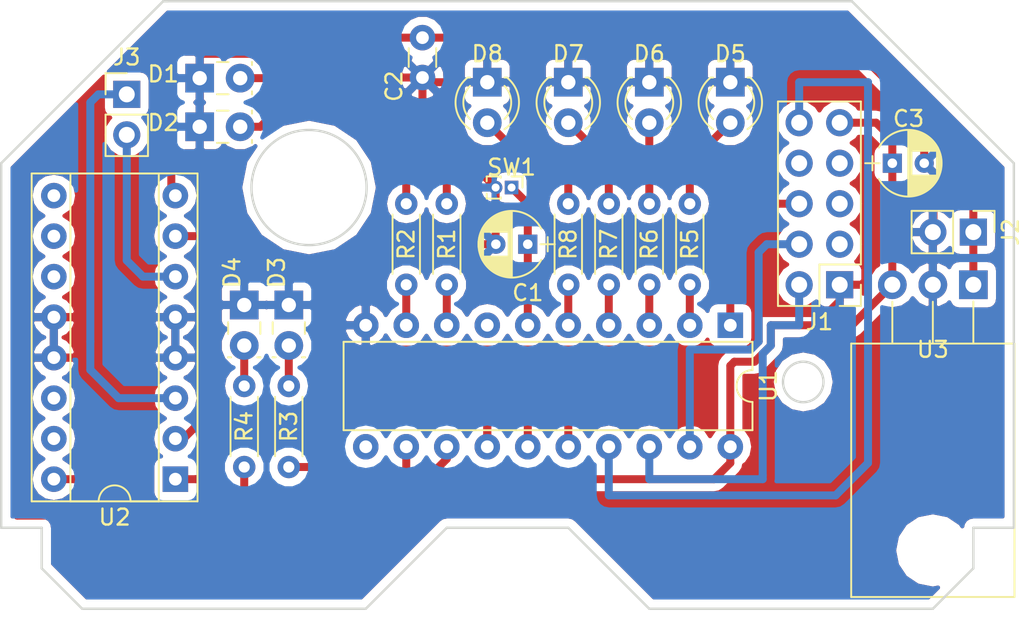
<source format=kicad_pcb>
(kicad_pcb (version 4) (host pcbnew 4.0.7-e2-6376~58~ubuntu16.04.1)

  (general
    (links 53)
    (no_connects 0)
    (area 53.264999 73.584999 117.705 111.835001)
    (thickness 1.6)
    (drawings 20)
    (tracks 193)
    (zones 0)
    (modules 26)
    (nets 41)
  )

  (page A4)
  (title_block
    (title loolou)
    (date 2017-11-05)
    (rev 1.0)
    (company "Benjamin Rauser")
  )

  (layers
    (0 F.Cu signal)
    (31 B.Cu signal hide)
    (32 B.Adhes user)
    (33 F.Adhes user)
    (34 B.Paste user)
    (35 F.Paste user)
    (36 B.SilkS user)
    (37 F.SilkS user)
    (38 B.Mask user)
    (39 F.Mask user)
    (40 Dwgs.User user)
    (41 Cmts.User user)
    (42 Eco1.User user)
    (43 Eco2.User user)
    (44 Edge.Cuts user)
    (45 Margin user)
    (46 B.CrtYd user)
    (47 F.CrtYd user)
    (48 B.Fab user)
    (49 F.Fab user)
  )

  (setup
    (last_trace_width 0.25)
    (user_trace_width 0.25)
    (user_trace_width 0.5)
    (trace_clearance 0.2)
    (zone_clearance 0.508)
    (zone_45_only yes)
    (trace_min 0.2)
    (segment_width 0.2)
    (edge_width 0.15)
    (via_size 0.6)
    (via_drill 0.4)
    (via_min_size 0.4)
    (via_min_drill 0.3)
    (uvia_size 0.3)
    (uvia_drill 0.1)
    (uvias_allowed no)
    (uvia_min_size 0.2)
    (uvia_min_drill 0.1)
    (pcb_text_width 0.3)
    (pcb_text_size 1.5 1.5)
    (mod_edge_width 0.15)
    (mod_text_size 1 1)
    (mod_text_width 0.15)
    (pad_size 2.54 2.54)
    (pad_drill 2.54)
    (pad_to_mask_clearance 0.2)
    (aux_axis_origin 51.308 71.628)
    (visible_elements FFFFFFFF)
    (pcbplotparams
      (layerselection 0x20080_00000001)
      (usegerberextensions false)
      (excludeedgelayer false)
      (linewidth 0.100000)
      (plotframeref false)
      (viasonmask false)
      (mode 1)
      (useauxorigin false)
      (hpglpennumber 1)
      (hpglpenspeed 20)
      (hpglpendiameter 15)
      (hpglpenoverlay 2)
      (psnegative false)
      (psa4output false)
      (plotreference true)
      (plotvalue true)
      (plotinvisibletext false)
      (padsonsilk false)
      (subtractmaskfromsilk false)
      (outputformat 4)
      (mirror true)
      (drillshape 0)
      (scaleselection 1)
      (outputdirectory ""))
  )

  (net 0 "")
  (net 1 /BUTTON)
  (net 2 GND)
  (net 3 "Net-(D1-Pad2)")
  (net 4 "Net-(D2-Pad2)")
  (net 5 "Net-(D3-Pad2)")
  (net 6 "Net-(D4-Pad2)")
  (net 7 "Net-(D5-Pad2)")
  (net 8 "Net-(D6-Pad2)")
  (net 9 "Net-(D7-Pad2)")
  (net 10 "Net-(D8-Pad2)")
  (net 11 /MOSI)
  (net 12 "Net-(J1-Pad3)")
  (net 13 /RESET)
  (net 14 /SCK)
  (net 15 "Net-(J1-Pad8)")
  (net 16 /MISO)
  (net 17 /LED_RED)
  (net 18 /LED_BLUE)
  (net 19 /LED_GREEN)
  (net 20 /LED_YELLOW)
  (net 21 /LED_1)
  (net 22 /LED_2)
  (net 23 /LED_3)
  (net 24 /LED_4)
  (net 25 "Net-(U1-Pad11)")
  (net 26 /PWM)
  (net 27 /FORWARD)
  (net 28 /BACKWARD)
  (net 29 "Net-(U1-Pad7)")
  (net 30 "Net-(U2-Pad9)")
  (net 31 "Net-(U2-Pad10)")
  (net 32 "Net-(U2-Pad11)")
  (net 33 "Net-(U2-Pad14)")
  (net 34 "Net-(U2-Pad15)")
  (net 35 +9V)
  (net 36 VCC)
  (net 37 "Net-(J1-Pad5)")
  (net 38 "Net-(J1-Pad7)")
  (net 39 /MOTOR_A)
  (net 40 /MOTOR_B)

  (net_class Default "Dies ist die voreingestellte Netzklasse."
    (clearance 0.2)
    (trace_width 0.25)
    (via_dia 0.6)
    (via_drill 0.4)
    (uvia_dia 0.3)
    (uvia_drill 0.1)
    (add_net +9V)
    (add_net /BACKWARD)
    (add_net /BUTTON)
    (add_net /FORWARD)
    (add_net /LED_1)
    (add_net /LED_2)
    (add_net /LED_3)
    (add_net /LED_4)
    (add_net /LED_BLUE)
    (add_net /LED_GREEN)
    (add_net /LED_RED)
    (add_net /LED_YELLOW)
    (add_net /MISO)
    (add_net /MOSI)
    (add_net /MOTOR_A)
    (add_net /MOTOR_B)
    (add_net /PWM)
    (add_net /RESET)
    (add_net /SCK)
    (add_net GND)
    (add_net "Net-(D1-Pad2)")
    (add_net "Net-(D2-Pad2)")
    (add_net "Net-(D3-Pad2)")
    (add_net "Net-(D4-Pad2)")
    (add_net "Net-(D5-Pad2)")
    (add_net "Net-(D6-Pad2)")
    (add_net "Net-(D7-Pad2)")
    (add_net "Net-(D8-Pad2)")
    (add_net "Net-(J1-Pad3)")
    (add_net "Net-(J1-Pad5)")
    (add_net "Net-(J1-Pad7)")
    (add_net "Net-(J1-Pad8)")
    (add_net "Net-(U1-Pad11)")
    (add_net "Net-(U1-Pad7)")
    (add_net "Net-(U2-Pad10)")
    (add_net "Net-(U2-Pad11)")
    (add_net "Net-(U2-Pad14)")
    (add_net "Net-(U2-Pad15)")
    (add_net "Net-(U2-Pad9)")
    (add_net VCC)
  )

  (net_class Raster ""
    (clearance 0.2)
    (trace_width 0.5)
    (via_dia 0.6)
    (via_drill 0.4)
    (uvia_dia 0.3)
    (uvia_drill 0.1)
  )

  (module LEDs:LED_D3.0mm (layer F.Cu) (tedit 59B82FD3) (tstamp 599B3CBD)
    (at 99.06 78.74 270)
    (descr "LED, diameter 3.0mm, 2 pins")
    (tags "LED diameter 3.0mm 2 pins")
    (path /599B20F2)
    (fp_text reference D5 (at -1.778 0 360) (layer F.SilkS)
      (effects (font (size 1 1) (thickness 0.15)))
    )
    (fp_text value LED (at 2.54 1.778 270) (layer F.Fab)
      (effects (font (size 1 1) (thickness 0.15)))
    )
    (fp_arc (start 1.27 0) (end -0.23 -1.16619) (angle 284.3) (layer F.Fab) (width 0.1))
    (fp_arc (start 1.27 0) (end -0.29 -1.235516) (angle 108.8) (layer F.SilkS) (width 0.12))
    (fp_arc (start 1.27 0) (end -0.29 1.235516) (angle -108.8) (layer F.SilkS) (width 0.12))
    (fp_arc (start 1.27 0) (end 0.229039 -1.08) (angle 87.9) (layer F.SilkS) (width 0.12))
    (fp_arc (start 1.27 0) (end 0.229039 1.08) (angle -87.9) (layer F.SilkS) (width 0.12))
    (fp_circle (center 1.27 0) (end 2.77 0) (layer F.Fab) (width 0.1))
    (fp_line (start -0.23 -1.16619) (end -0.23 1.16619) (layer F.Fab) (width 0.1))
    (fp_line (start -0.29 -1.236) (end -0.29 -1.08) (layer F.SilkS) (width 0.12))
    (fp_line (start -0.29 1.08) (end -0.29 1.236) (layer F.SilkS) (width 0.12))
    (fp_line (start -1.15 -2.25) (end -1.15 2.25) (layer F.CrtYd) (width 0.05))
    (fp_line (start -1.15 2.25) (end 3.7 2.25) (layer F.CrtYd) (width 0.05))
    (fp_line (start 3.7 2.25) (end 3.7 -2.25) (layer F.CrtYd) (width 0.05))
    (fp_line (start 3.7 -2.25) (end -1.15 -2.25) (layer F.CrtYd) (width 0.05))
    (pad 1 thru_hole rect (at 0 0 270) (size 1.8 1.8) (drill 0.9) (layers *.Cu *.Mask)
      (net 2 GND))
    (pad 2 thru_hole circle (at 2.54 0 270) (size 1.8 1.8) (drill 0.9) (layers *.Cu *.Mask)
      (net 7 "Net-(D5-Pad2)"))
    (model ${KISYS3DMOD}/LEDs.3dshapes/LED_D3.0mm.wrl
      (at (xyz 0 0 0))
      (scale (xyz 0.393701 0.393701 0.393701))
      (rotate (xyz 0 0 0))
    )
  )

  (module LEDs:LED_D3.0mm (layer F.Cu) (tedit 59B82FC8) (tstamp 599B3CC3)
    (at 93.98 78.74 270)
    (descr "LED, diameter 3.0mm, 2 pins")
    (tags "LED diameter 3.0mm 2 pins")
    (path /599B2153)
    (fp_text reference D6 (at -1.778 0 360) (layer F.SilkS)
      (effects (font (size 1 1) (thickness 0.15)))
    )
    (fp_text value LED (at 2.54 1.778 270) (layer F.Fab)
      (effects (font (size 1 1) (thickness 0.15)))
    )
    (fp_arc (start 1.27 0) (end -0.23 -1.16619) (angle 284.3) (layer F.Fab) (width 0.1))
    (fp_arc (start 1.27 0) (end -0.29 -1.235516) (angle 108.8) (layer F.SilkS) (width 0.12))
    (fp_arc (start 1.27 0) (end -0.29 1.235516) (angle -108.8) (layer F.SilkS) (width 0.12))
    (fp_arc (start 1.27 0) (end 0.229039 -1.08) (angle 87.9) (layer F.SilkS) (width 0.12))
    (fp_arc (start 1.27 0) (end 0.229039 1.08) (angle -87.9) (layer F.SilkS) (width 0.12))
    (fp_circle (center 1.27 0) (end 2.77 0) (layer F.Fab) (width 0.1))
    (fp_line (start -0.23 -1.16619) (end -0.23 1.16619) (layer F.Fab) (width 0.1))
    (fp_line (start -0.29 -1.236) (end -0.29 -1.08) (layer F.SilkS) (width 0.12))
    (fp_line (start -0.29 1.08) (end -0.29 1.236) (layer F.SilkS) (width 0.12))
    (fp_line (start -1.15 -2.25) (end -1.15 2.25) (layer F.CrtYd) (width 0.05))
    (fp_line (start -1.15 2.25) (end 3.7 2.25) (layer F.CrtYd) (width 0.05))
    (fp_line (start 3.7 2.25) (end 3.7 -2.25) (layer F.CrtYd) (width 0.05))
    (fp_line (start 3.7 -2.25) (end -1.15 -2.25) (layer F.CrtYd) (width 0.05))
    (pad 1 thru_hole rect (at 0 0 270) (size 1.8 1.8) (drill 0.9) (layers *.Cu *.Mask)
      (net 2 GND))
    (pad 2 thru_hole circle (at 2.54 0 270) (size 1.8 1.8) (drill 0.9) (layers *.Cu *.Mask)
      (net 8 "Net-(D6-Pad2)"))
    (model ${KISYS3DMOD}/LEDs.3dshapes/LED_D3.0mm.wrl
      (at (xyz 0 0 0))
      (scale (xyz 0.393701 0.393701 0.393701))
      (rotate (xyz 0 0 0))
    )
  )

  (module LEDs:LED_D3.0mm (layer F.Cu) (tedit 59B82FC0) (tstamp 599B3CC9)
    (at 88.9 78.74 270)
    (descr "LED, diameter 3.0mm, 2 pins")
    (tags "LED diameter 3.0mm 2 pins")
    (path /599B21D2)
    (fp_text reference D7 (at -1.778 0 360) (layer F.SilkS)
      (effects (font (size 1 1) (thickness 0.15)))
    )
    (fp_text value LED (at 2.54 1.778 270) (layer F.Fab)
      (effects (font (size 1 1) (thickness 0.15)))
    )
    (fp_arc (start 1.27 0) (end -0.23 -1.16619) (angle 284.3) (layer F.Fab) (width 0.1))
    (fp_arc (start 1.27 0) (end -0.29 -1.235516) (angle 108.8) (layer F.SilkS) (width 0.12))
    (fp_arc (start 1.27 0) (end -0.29 1.235516) (angle -108.8) (layer F.SilkS) (width 0.12))
    (fp_arc (start 1.27 0) (end 0.229039 -1.08) (angle 87.9) (layer F.SilkS) (width 0.12))
    (fp_arc (start 1.27 0) (end 0.229039 1.08) (angle -87.9) (layer F.SilkS) (width 0.12))
    (fp_circle (center 1.27 0) (end 2.77 0) (layer F.Fab) (width 0.1))
    (fp_line (start -0.23 -1.16619) (end -0.23 1.16619) (layer F.Fab) (width 0.1))
    (fp_line (start -0.29 -1.236) (end -0.29 -1.08) (layer F.SilkS) (width 0.12))
    (fp_line (start -0.29 1.08) (end -0.29 1.236) (layer F.SilkS) (width 0.12))
    (fp_line (start -1.15 -2.25) (end -1.15 2.25) (layer F.CrtYd) (width 0.05))
    (fp_line (start -1.15 2.25) (end 3.7 2.25) (layer F.CrtYd) (width 0.05))
    (fp_line (start 3.7 2.25) (end 3.7 -2.25) (layer F.CrtYd) (width 0.05))
    (fp_line (start 3.7 -2.25) (end -1.15 -2.25) (layer F.CrtYd) (width 0.05))
    (pad 1 thru_hole rect (at 0 0 270) (size 1.8 1.8) (drill 0.9) (layers *.Cu *.Mask)
      (net 2 GND))
    (pad 2 thru_hole circle (at 2.54 0 270) (size 1.8 1.8) (drill 0.9) (layers *.Cu *.Mask)
      (net 9 "Net-(D7-Pad2)"))
    (model ${KISYS3DMOD}/LEDs.3dshapes/LED_D3.0mm.wrl
      (at (xyz 0 0 0))
      (scale (xyz 0.393701 0.393701 0.393701))
      (rotate (xyz 0 0 0))
    )
  )

  (module LEDs:LED_D3.0mm (layer F.Cu) (tedit 59B82FB8) (tstamp 599B3CCF)
    (at 83.82 78.74 270)
    (descr "LED, diameter 3.0mm, 2 pins")
    (tags "LED diameter 3.0mm 2 pins")
    (path /599B224E)
    (fp_text reference D8 (at -1.778 0 360) (layer F.SilkS)
      (effects (font (size 1 1) (thickness 0.15)))
    )
    (fp_text value LED (at 2.54 1.778 270) (layer F.Fab)
      (effects (font (size 1 1) (thickness 0.15)))
    )
    (fp_arc (start 1.27 0) (end -0.23 -1.16619) (angle 284.3) (layer F.Fab) (width 0.1))
    (fp_arc (start 1.27 0) (end -0.29 -1.235516) (angle 108.8) (layer F.SilkS) (width 0.12))
    (fp_arc (start 1.27 0) (end -0.29 1.235516) (angle -108.8) (layer F.SilkS) (width 0.12))
    (fp_arc (start 1.27 0) (end 0.229039 -1.08) (angle 87.9) (layer F.SilkS) (width 0.12))
    (fp_arc (start 1.27 0) (end 0.229039 1.08) (angle -87.9) (layer F.SilkS) (width 0.12))
    (fp_circle (center 1.27 0) (end 2.77 0) (layer F.Fab) (width 0.1))
    (fp_line (start -0.23 -1.16619) (end -0.23 1.16619) (layer F.Fab) (width 0.1))
    (fp_line (start -0.29 -1.236) (end -0.29 -1.08) (layer F.SilkS) (width 0.12))
    (fp_line (start -0.29 1.08) (end -0.29 1.236) (layer F.SilkS) (width 0.12))
    (fp_line (start -1.15 -2.25) (end -1.15 2.25) (layer F.CrtYd) (width 0.05))
    (fp_line (start -1.15 2.25) (end 3.7 2.25) (layer F.CrtYd) (width 0.05))
    (fp_line (start 3.7 2.25) (end 3.7 -2.25) (layer F.CrtYd) (width 0.05))
    (fp_line (start 3.7 -2.25) (end -1.15 -2.25) (layer F.CrtYd) (width 0.05))
    (pad 1 thru_hole rect (at 0 0 270) (size 1.8 1.8) (drill 0.9) (layers *.Cu *.Mask)
      (net 2 GND))
    (pad 2 thru_hole circle (at 2.54 0 270) (size 1.8 1.8) (drill 0.9) (layers *.Cu *.Mask)
      (net 10 "Net-(D8-Pad2)"))
    (model ${KISYS3DMOD}/LEDs.3dshapes/LED_D3.0mm.wrl
      (at (xyz 0 0 0))
      (scale (xyz 0.393701 0.393701 0.393701))
      (rotate (xyz 0 0 0))
    )
  )

  (module Housings_DIP:DIP-20_W7.62mm (layer F.Cu) (tedit 59B828CF) (tstamp 599B3D2D)
    (at 99.06 93.98 270)
    (descr "20-lead dip package, row spacing 7.62 mm (300 mils)")
    (tags "DIL DIP PDIP 2.54mm 7.62mm 300mil")
    (path /599B1FEE)
    (fp_text reference U1 (at 3.81 -2.39 270) (layer F.SilkS)
      (effects (font (size 1 1) (thickness 0.15)))
    )
    (fp_text value ATTINY2313-20PU (at 3.81 10.922 360) (layer F.Fab)
      (effects (font (size 1 1) (thickness 0.15)))
    )
    (fp_text user %R (at 3.81 11.43 270) (layer F.Fab)
      (effects (font (size 1 1) (thickness 0.15)))
    )
    (fp_line (start 1.635 -1.27) (end 6.985 -1.27) (layer F.Fab) (width 0.1))
    (fp_line (start 6.985 -1.27) (end 6.985 24.13) (layer F.Fab) (width 0.1))
    (fp_line (start 6.985 24.13) (end 0.635 24.13) (layer F.Fab) (width 0.1))
    (fp_line (start 0.635 24.13) (end 0.635 -0.27) (layer F.Fab) (width 0.1))
    (fp_line (start 0.635 -0.27) (end 1.635 -1.27) (layer F.Fab) (width 0.1))
    (fp_line (start 2.81 -1.39) (end 1.04 -1.39) (layer F.SilkS) (width 0.12))
    (fp_line (start 1.04 -1.39) (end 1.04 24.25) (layer F.SilkS) (width 0.12))
    (fp_line (start 1.04 24.25) (end 6.58 24.25) (layer F.SilkS) (width 0.12))
    (fp_line (start 6.58 24.25) (end 6.58 -1.39) (layer F.SilkS) (width 0.12))
    (fp_line (start 6.58 -1.39) (end 4.81 -1.39) (layer F.SilkS) (width 0.12))
    (fp_line (start -1.1 -1.6) (end -1.1 24.4) (layer F.CrtYd) (width 0.05))
    (fp_line (start -1.1 24.4) (end 8.7 24.4) (layer F.CrtYd) (width 0.05))
    (fp_line (start 8.7 24.4) (end 8.7 -1.6) (layer F.CrtYd) (width 0.05))
    (fp_line (start 8.7 -1.6) (end -1.1 -1.6) (layer F.CrtYd) (width 0.05))
    (fp_arc (start 3.81 -1.39) (end 2.81 -1.39) (angle -180) (layer F.SilkS) (width 0.12))
    (pad 1 thru_hole rect (at 0 0 270) (size 1.6 1.6) (drill 0.8) (layers *.Cu *.Mask)
      (net 13 /RESET))
    (pad 11 thru_hole oval (at 7.62 22.86 270) (size 1.6 1.6) (drill 0.8) (layers *.Cu *.Mask)
      (net 25 "Net-(U1-Pad11)"))
    (pad 2 thru_hole oval (at 0 2.54 270) (size 1.6 1.6) (drill 0.8) (layers *.Cu *.Mask)
      (net 21 /LED_1))
    (pad 12 thru_hole oval (at 7.62 20.32 270) (size 1.6 1.6) (drill 0.8) (layers *.Cu *.Mask)
      (net 19 /LED_GREEN))
    (pad 3 thru_hole oval (at 0 5.08 270) (size 1.6 1.6) (drill 0.8) (layers *.Cu *.Mask)
      (net 22 /LED_2))
    (pad 13 thru_hole oval (at 7.62 17.78 270) (size 1.6 1.6) (drill 0.8) (layers *.Cu *.Mask)
      (net 20 /LED_YELLOW))
    (pad 4 thru_hole oval (at 0 7.62 270) (size 1.6 1.6) (drill 0.8) (layers *.Cu *.Mask)
      (net 23 /LED_3))
    (pad 14 thru_hole oval (at 7.62 15.24 270) (size 1.6 1.6) (drill 0.8) (layers *.Cu *.Mask)
      (net 26 /PWM))
    (pad 5 thru_hole oval (at 0 10.16 270) (size 1.6 1.6) (drill 0.8) (layers *.Cu *.Mask)
      (net 24 /LED_4))
    (pad 15 thru_hole oval (at 7.62 12.7 270) (size 1.6 1.6) (drill 0.8) (layers *.Cu *.Mask)
      (net 27 /FORWARD))
    (pad 6 thru_hole oval (at 0 12.7 270) (size 1.6 1.6) (drill 0.8) (layers *.Cu *.Mask)
      (net 1 /BUTTON))
    (pad 16 thru_hole oval (at 7.62 10.16 270) (size 1.6 1.6) (drill 0.8) (layers *.Cu *.Mask)
      (net 28 /BACKWARD))
    (pad 7 thru_hole oval (at 0 15.24 270) (size 1.6 1.6) (drill 0.8) (layers *.Cu *.Mask)
      (net 29 "Net-(U1-Pad7)"))
    (pad 17 thru_hole oval (at 7.62 7.62 270) (size 1.6 1.6) (drill 0.8) (layers *.Cu *.Mask)
      (net 11 /MOSI))
    (pad 8 thru_hole oval (at 0 17.78 270) (size 1.6 1.6) (drill 0.8) (layers *.Cu *.Mask)
      (net 17 /LED_RED))
    (pad 18 thru_hole oval (at 7.62 5.08 270) (size 1.6 1.6) (drill 0.8) (layers *.Cu *.Mask)
      (net 16 /MISO))
    (pad 9 thru_hole oval (at 0 20.32 270) (size 1.6 1.6) (drill 0.8) (layers *.Cu *.Mask)
      (net 18 /LED_BLUE))
    (pad 19 thru_hole oval (at 7.62 2.54 270) (size 1.6 1.6) (drill 0.8) (layers *.Cu *.Mask)
      (net 14 /SCK))
    (pad 10 thru_hole oval (at 0 22.86 270) (size 1.6 1.6) (drill 0.8) (layers *.Cu *.Mask)
      (net 2 GND))
    (pad 20 thru_hole oval (at 7.62 0 270) (size 1.6 1.6) (drill 0.8) (layers *.Cu *.Mask)
      (net 36 VCC))
    (model ${KISYS3DMOD}/Housings_DIP.3dshapes/DIP-20_W7.62mm.wrl
      (at (xyz 0 0 0))
      (scale (xyz 1 1 1))
      (rotate (xyz 0 0 0))
    )
  )

  (module Capacitors_THT:C_Disc_D3.0mm_W1.6mm_P2.50mm (layer F.Cu) (tedit 59B82F3A) (tstamp 599DD08D)
    (at 79.756 75.946 270)
    (descr "C, Disc series, Radial, pin pitch=2.50mm, , diameter*width=3.0*1.6mm^2, Capacitor, http://www.vishay.com/docs/45233/krseries.pdf")
    (tags "C Disc series Radial pin pitch 2.50mm  diameter 3.0mm width 1.6mm Capacitor")
    (path /599E0419)
    (fp_text reference C2 (at 3.048 1.778 270) (layer F.SilkS)
      (effects (font (size 1 1) (thickness 0.15)))
    )
    (fp_text value 0,1uF (at 0 1.778 270) (layer F.Fab)
      (effects (font (size 1 1) (thickness 0.15)))
    )
    (fp_line (start -0.25 -0.8) (end -0.25 0.8) (layer F.Fab) (width 0.1))
    (fp_line (start -0.25 0.8) (end 2.75 0.8) (layer F.Fab) (width 0.1))
    (fp_line (start 2.75 0.8) (end 2.75 -0.8) (layer F.Fab) (width 0.1))
    (fp_line (start 2.75 -0.8) (end -0.25 -0.8) (layer F.Fab) (width 0.1))
    (fp_line (start 0.663 -0.861) (end 1.837 -0.861) (layer F.SilkS) (width 0.12))
    (fp_line (start 0.663 0.861) (end 1.837 0.861) (layer F.SilkS) (width 0.12))
    (fp_line (start -1.05 -1.15) (end -1.05 1.15) (layer F.CrtYd) (width 0.05))
    (fp_line (start -1.05 1.15) (end 3.55 1.15) (layer F.CrtYd) (width 0.05))
    (fp_line (start 3.55 1.15) (end 3.55 -1.15) (layer F.CrtYd) (width 0.05))
    (fp_line (start 3.55 -1.15) (end -1.05 -1.15) (layer F.CrtYd) (width 0.05))
    (fp_text user %R (at 1.25 0 270) (layer F.Fab)
      (effects (font (size 1 1) (thickness 0.15)))
    )
    (pad 1 thru_hole circle (at 0 0 270) (size 1.6 1.6) (drill 0.8) (layers *.Cu *.Mask)
      (net 35 +9V))
    (pad 2 thru_hole circle (at 2.5 0 270) (size 1.6 1.6) (drill 0.8) (layers *.Cu *.Mask)
      (net 2 GND))
    (model ${KISYS3DMOD}/Capacitors_THT.3dshapes/C_Disc_D3.0mm_W1.6mm_P2.50mm.wrl
      (at (xyz 0 0 0))
      (scale (xyz 1 1 1))
      (rotate (xyz 0 0 0))
    )
  )

  (module Capacitors_THT:CP_Radial_D4.0mm_P2.00mm (layer F.Cu) (tedit 59B82F5E) (tstamp 599DD0FC)
    (at 109.22 83.82)
    (descr "CP, Radial series, Radial, pin pitch=2.00mm, , diameter=4mm, Electrolytic Capacitor")
    (tags "CP Radial series Radial pin pitch 2.00mm  diameter 4mm Electrolytic Capacitor")
    (path /599E0392)
    (fp_text reference C3 (at 1.016 -2.794) (layer F.SilkS)
      (effects (font (size 1 1) (thickness 0.15)))
    )
    (fp_text value 2,2uF (at 0.762 1.778) (layer F.Fab)
      (effects (font (size 1 1) (thickness 0.15)))
    )
    (fp_arc (start 1 0) (end -0.845996 -0.98) (angle 124.1) (layer F.SilkS) (width 0.12))
    (fp_arc (start 1 0) (end -0.845996 0.98) (angle -124.1) (layer F.SilkS) (width 0.12))
    (fp_arc (start 1 0) (end 2.845996 -0.98) (angle 55.9) (layer F.SilkS) (width 0.12))
    (fp_circle (center 1 0) (end 3 0) (layer F.Fab) (width 0.1))
    (fp_line (start -1.7 0) (end -0.8 0) (layer F.Fab) (width 0.1))
    (fp_line (start -1.25 -0.45) (end -1.25 0.45) (layer F.Fab) (width 0.1))
    (fp_line (start 1 -2.05) (end 1 2.05) (layer F.SilkS) (width 0.12))
    (fp_line (start 1.04 -2.05) (end 1.04 2.05) (layer F.SilkS) (width 0.12))
    (fp_line (start 1.08 -2.049) (end 1.08 2.049) (layer F.SilkS) (width 0.12))
    (fp_line (start 1.12 -2.047) (end 1.12 2.047) (layer F.SilkS) (width 0.12))
    (fp_line (start 1.16 -2.044) (end 1.16 2.044) (layer F.SilkS) (width 0.12))
    (fp_line (start 1.2 -2.041) (end 1.2 2.041) (layer F.SilkS) (width 0.12))
    (fp_line (start 1.24 -2.037) (end 1.24 -0.78) (layer F.SilkS) (width 0.12))
    (fp_line (start 1.24 0.78) (end 1.24 2.037) (layer F.SilkS) (width 0.12))
    (fp_line (start 1.28 -2.032) (end 1.28 -0.78) (layer F.SilkS) (width 0.12))
    (fp_line (start 1.28 0.78) (end 1.28 2.032) (layer F.SilkS) (width 0.12))
    (fp_line (start 1.32 -2.026) (end 1.32 -0.78) (layer F.SilkS) (width 0.12))
    (fp_line (start 1.32 0.78) (end 1.32 2.026) (layer F.SilkS) (width 0.12))
    (fp_line (start 1.36 -2.019) (end 1.36 -0.78) (layer F.SilkS) (width 0.12))
    (fp_line (start 1.36 0.78) (end 1.36 2.019) (layer F.SilkS) (width 0.12))
    (fp_line (start 1.4 -2.012) (end 1.4 -0.78) (layer F.SilkS) (width 0.12))
    (fp_line (start 1.4 0.78) (end 1.4 2.012) (layer F.SilkS) (width 0.12))
    (fp_line (start 1.44 -2.004) (end 1.44 -0.78) (layer F.SilkS) (width 0.12))
    (fp_line (start 1.44 0.78) (end 1.44 2.004) (layer F.SilkS) (width 0.12))
    (fp_line (start 1.48 -1.995) (end 1.48 -0.78) (layer F.SilkS) (width 0.12))
    (fp_line (start 1.48 0.78) (end 1.48 1.995) (layer F.SilkS) (width 0.12))
    (fp_line (start 1.52 -1.985) (end 1.52 -0.78) (layer F.SilkS) (width 0.12))
    (fp_line (start 1.52 0.78) (end 1.52 1.985) (layer F.SilkS) (width 0.12))
    (fp_line (start 1.56 -1.974) (end 1.56 -0.78) (layer F.SilkS) (width 0.12))
    (fp_line (start 1.56 0.78) (end 1.56 1.974) (layer F.SilkS) (width 0.12))
    (fp_line (start 1.6 -1.963) (end 1.6 -0.78) (layer F.SilkS) (width 0.12))
    (fp_line (start 1.6 0.78) (end 1.6 1.963) (layer F.SilkS) (width 0.12))
    (fp_line (start 1.64 -1.95) (end 1.64 -0.78) (layer F.SilkS) (width 0.12))
    (fp_line (start 1.64 0.78) (end 1.64 1.95) (layer F.SilkS) (width 0.12))
    (fp_line (start 1.68 -1.937) (end 1.68 -0.78) (layer F.SilkS) (width 0.12))
    (fp_line (start 1.68 0.78) (end 1.68 1.937) (layer F.SilkS) (width 0.12))
    (fp_line (start 1.721 -1.923) (end 1.721 -0.78) (layer F.SilkS) (width 0.12))
    (fp_line (start 1.721 0.78) (end 1.721 1.923) (layer F.SilkS) (width 0.12))
    (fp_line (start 1.761 -1.907) (end 1.761 -0.78) (layer F.SilkS) (width 0.12))
    (fp_line (start 1.761 0.78) (end 1.761 1.907) (layer F.SilkS) (width 0.12))
    (fp_line (start 1.801 -1.891) (end 1.801 -0.78) (layer F.SilkS) (width 0.12))
    (fp_line (start 1.801 0.78) (end 1.801 1.891) (layer F.SilkS) (width 0.12))
    (fp_line (start 1.841 -1.874) (end 1.841 -0.78) (layer F.SilkS) (width 0.12))
    (fp_line (start 1.841 0.78) (end 1.841 1.874) (layer F.SilkS) (width 0.12))
    (fp_line (start 1.881 -1.856) (end 1.881 -0.78) (layer F.SilkS) (width 0.12))
    (fp_line (start 1.881 0.78) (end 1.881 1.856) (layer F.SilkS) (width 0.12))
    (fp_line (start 1.921 -1.837) (end 1.921 -0.78) (layer F.SilkS) (width 0.12))
    (fp_line (start 1.921 0.78) (end 1.921 1.837) (layer F.SilkS) (width 0.12))
    (fp_line (start 1.961 -1.817) (end 1.961 -0.78) (layer F.SilkS) (width 0.12))
    (fp_line (start 1.961 0.78) (end 1.961 1.817) (layer F.SilkS) (width 0.12))
    (fp_line (start 2.001 -1.796) (end 2.001 -0.78) (layer F.SilkS) (width 0.12))
    (fp_line (start 2.001 0.78) (end 2.001 1.796) (layer F.SilkS) (width 0.12))
    (fp_line (start 2.041 -1.773) (end 2.041 -0.78) (layer F.SilkS) (width 0.12))
    (fp_line (start 2.041 0.78) (end 2.041 1.773) (layer F.SilkS) (width 0.12))
    (fp_line (start 2.081 -1.75) (end 2.081 -0.78) (layer F.SilkS) (width 0.12))
    (fp_line (start 2.081 0.78) (end 2.081 1.75) (layer F.SilkS) (width 0.12))
    (fp_line (start 2.121 -1.725) (end 2.121 -0.78) (layer F.SilkS) (width 0.12))
    (fp_line (start 2.121 0.78) (end 2.121 1.725) (layer F.SilkS) (width 0.12))
    (fp_line (start 2.161 -1.699) (end 2.161 -0.78) (layer F.SilkS) (width 0.12))
    (fp_line (start 2.161 0.78) (end 2.161 1.699) (layer F.SilkS) (width 0.12))
    (fp_line (start 2.201 -1.672) (end 2.201 -0.78) (layer F.SilkS) (width 0.12))
    (fp_line (start 2.201 0.78) (end 2.201 1.672) (layer F.SilkS) (width 0.12))
    (fp_line (start 2.241 -1.643) (end 2.241 -0.78) (layer F.SilkS) (width 0.12))
    (fp_line (start 2.241 0.78) (end 2.241 1.643) (layer F.SilkS) (width 0.12))
    (fp_line (start 2.281 -1.613) (end 2.281 -0.78) (layer F.SilkS) (width 0.12))
    (fp_line (start 2.281 0.78) (end 2.281 1.613) (layer F.SilkS) (width 0.12))
    (fp_line (start 2.321 -1.581) (end 2.321 -0.78) (layer F.SilkS) (width 0.12))
    (fp_line (start 2.321 0.78) (end 2.321 1.581) (layer F.SilkS) (width 0.12))
    (fp_line (start 2.361 -1.547) (end 2.361 -0.78) (layer F.SilkS) (width 0.12))
    (fp_line (start 2.361 0.78) (end 2.361 1.547) (layer F.SilkS) (width 0.12))
    (fp_line (start 2.401 -1.512) (end 2.401 -0.78) (layer F.SilkS) (width 0.12))
    (fp_line (start 2.401 0.78) (end 2.401 1.512) (layer F.SilkS) (width 0.12))
    (fp_line (start 2.441 -1.475) (end 2.441 -0.78) (layer F.SilkS) (width 0.12))
    (fp_line (start 2.441 0.78) (end 2.441 1.475) (layer F.SilkS) (width 0.12))
    (fp_line (start 2.481 -1.436) (end 2.481 -0.78) (layer F.SilkS) (width 0.12))
    (fp_line (start 2.481 0.78) (end 2.481 1.436) (layer F.SilkS) (width 0.12))
    (fp_line (start 2.521 -1.395) (end 2.521 -0.78) (layer F.SilkS) (width 0.12))
    (fp_line (start 2.521 0.78) (end 2.521 1.395) (layer F.SilkS) (width 0.12))
    (fp_line (start 2.561 -1.351) (end 2.561 -0.78) (layer F.SilkS) (width 0.12))
    (fp_line (start 2.561 0.78) (end 2.561 1.351) (layer F.SilkS) (width 0.12))
    (fp_line (start 2.601 -1.305) (end 2.601 -0.78) (layer F.SilkS) (width 0.12))
    (fp_line (start 2.601 0.78) (end 2.601 1.305) (layer F.SilkS) (width 0.12))
    (fp_line (start 2.641 -1.256) (end 2.641 -0.78) (layer F.SilkS) (width 0.12))
    (fp_line (start 2.641 0.78) (end 2.641 1.256) (layer F.SilkS) (width 0.12))
    (fp_line (start 2.681 -1.204) (end 2.681 -0.78) (layer F.SilkS) (width 0.12))
    (fp_line (start 2.681 0.78) (end 2.681 1.204) (layer F.SilkS) (width 0.12))
    (fp_line (start 2.721 -1.148) (end 2.721 -0.78) (layer F.SilkS) (width 0.12))
    (fp_line (start 2.721 0.78) (end 2.721 1.148) (layer F.SilkS) (width 0.12))
    (fp_line (start 2.761 -1.088) (end 2.761 -0.78) (layer F.SilkS) (width 0.12))
    (fp_line (start 2.761 0.78) (end 2.761 1.088) (layer F.SilkS) (width 0.12))
    (fp_line (start 2.801 -1.023) (end 2.801 1.023) (layer F.SilkS) (width 0.12))
    (fp_line (start 2.841 -0.952) (end 2.841 0.952) (layer F.SilkS) (width 0.12))
    (fp_line (start 2.881 -0.874) (end 2.881 0.874) (layer F.SilkS) (width 0.12))
    (fp_line (start 2.921 -0.786) (end 2.921 0.786) (layer F.SilkS) (width 0.12))
    (fp_line (start 2.961 -0.686) (end 2.961 0.686) (layer F.SilkS) (width 0.12))
    (fp_line (start 3.001 -0.567) (end 3.001 0.567) (layer F.SilkS) (width 0.12))
    (fp_line (start 3.041 -0.415) (end 3.041 0.415) (layer F.SilkS) (width 0.12))
    (fp_line (start 3.081 -0.165) (end 3.081 0.165) (layer F.SilkS) (width 0.12))
    (fp_line (start -1.7 0) (end -0.8 0) (layer F.SilkS) (width 0.12))
    (fp_line (start -1.25 -0.45) (end -1.25 0.45) (layer F.SilkS) (width 0.12))
    (fp_line (start -1.35 -2.35) (end -1.35 2.35) (layer F.CrtYd) (width 0.05))
    (fp_line (start -1.35 2.35) (end 3.35 2.35) (layer F.CrtYd) (width 0.05))
    (fp_line (start 3.35 2.35) (end 3.35 -2.35) (layer F.CrtYd) (width 0.05))
    (fp_line (start 3.35 -2.35) (end -1.35 -2.35) (layer F.CrtYd) (width 0.05))
    (fp_text user %R (at 1 0) (layer F.Fab)
      (effects (font (size 1 1) (thickness 0.15)))
    )
    (pad 1 thru_hole rect (at 0 0) (size 1.2 1.2) (drill 0.6) (layers *.Cu *.Mask)
      (net 36 VCC))
    (pad 2 thru_hole circle (at 2 0) (size 1.2 1.2) (drill 0.6) (layers *.Cu *.Mask)
      (net 2 GND))
    (model ${KISYS3DMOD}/Capacitors_THT.3dshapes/CP_Radial_D4.0mm_P2.00mm.wrl
      (at (xyz 0 0 0))
      (scale (xyz 1 1 1))
      (rotate (xyz 0 0 0))
    )
  )

  (module Capacitors_THT:CP_Radial_D4.0mm_P2.00mm (layer F.Cu) (tedit 59B82F80) (tstamp 599DD548)
    (at 86.36 88.9 180)
    (descr "CP, Radial series, Radial, pin pitch=2.00mm, , diameter=4mm, Electrolytic Capacitor")
    (tags "CP Radial series Radial pin pitch 2.00mm  diameter 4mm Electrolytic Capacitor")
    (path /599E6485)
    (fp_text reference C1 (at 0 -3.048 180) (layer F.SilkS)
      (effects (font (size 1 1) (thickness 0.15)))
    )
    (fp_text value 2,2uF (at 0.762 1.524 180) (layer F.Fab)
      (effects (font (size 1 1) (thickness 0.15)))
    )
    (fp_arc (start 1 0) (end -0.845996 -0.98) (angle 124.1) (layer F.SilkS) (width 0.12))
    (fp_arc (start 1 0) (end -0.845996 0.98) (angle -124.1) (layer F.SilkS) (width 0.12))
    (fp_arc (start 1 0) (end 2.845996 -0.98) (angle 55.9) (layer F.SilkS) (width 0.12))
    (fp_circle (center 1 0) (end 3 0) (layer F.Fab) (width 0.1))
    (fp_line (start -1.7 0) (end -0.8 0) (layer F.Fab) (width 0.1))
    (fp_line (start -1.25 -0.45) (end -1.25 0.45) (layer F.Fab) (width 0.1))
    (fp_line (start 1 -2.05) (end 1 2.05) (layer F.SilkS) (width 0.12))
    (fp_line (start 1.04 -2.05) (end 1.04 2.05) (layer F.SilkS) (width 0.12))
    (fp_line (start 1.08 -2.049) (end 1.08 2.049) (layer F.SilkS) (width 0.12))
    (fp_line (start 1.12 -2.047) (end 1.12 2.047) (layer F.SilkS) (width 0.12))
    (fp_line (start 1.16 -2.044) (end 1.16 2.044) (layer F.SilkS) (width 0.12))
    (fp_line (start 1.2 -2.041) (end 1.2 2.041) (layer F.SilkS) (width 0.12))
    (fp_line (start 1.24 -2.037) (end 1.24 -0.78) (layer F.SilkS) (width 0.12))
    (fp_line (start 1.24 0.78) (end 1.24 2.037) (layer F.SilkS) (width 0.12))
    (fp_line (start 1.28 -2.032) (end 1.28 -0.78) (layer F.SilkS) (width 0.12))
    (fp_line (start 1.28 0.78) (end 1.28 2.032) (layer F.SilkS) (width 0.12))
    (fp_line (start 1.32 -2.026) (end 1.32 -0.78) (layer F.SilkS) (width 0.12))
    (fp_line (start 1.32 0.78) (end 1.32 2.026) (layer F.SilkS) (width 0.12))
    (fp_line (start 1.36 -2.019) (end 1.36 -0.78) (layer F.SilkS) (width 0.12))
    (fp_line (start 1.36 0.78) (end 1.36 2.019) (layer F.SilkS) (width 0.12))
    (fp_line (start 1.4 -2.012) (end 1.4 -0.78) (layer F.SilkS) (width 0.12))
    (fp_line (start 1.4 0.78) (end 1.4 2.012) (layer F.SilkS) (width 0.12))
    (fp_line (start 1.44 -2.004) (end 1.44 -0.78) (layer F.SilkS) (width 0.12))
    (fp_line (start 1.44 0.78) (end 1.44 2.004) (layer F.SilkS) (width 0.12))
    (fp_line (start 1.48 -1.995) (end 1.48 -0.78) (layer F.SilkS) (width 0.12))
    (fp_line (start 1.48 0.78) (end 1.48 1.995) (layer F.SilkS) (width 0.12))
    (fp_line (start 1.52 -1.985) (end 1.52 -0.78) (layer F.SilkS) (width 0.12))
    (fp_line (start 1.52 0.78) (end 1.52 1.985) (layer F.SilkS) (width 0.12))
    (fp_line (start 1.56 -1.974) (end 1.56 -0.78) (layer F.SilkS) (width 0.12))
    (fp_line (start 1.56 0.78) (end 1.56 1.974) (layer F.SilkS) (width 0.12))
    (fp_line (start 1.6 -1.963) (end 1.6 -0.78) (layer F.SilkS) (width 0.12))
    (fp_line (start 1.6 0.78) (end 1.6 1.963) (layer F.SilkS) (width 0.12))
    (fp_line (start 1.64 -1.95) (end 1.64 -0.78) (layer F.SilkS) (width 0.12))
    (fp_line (start 1.64 0.78) (end 1.64 1.95) (layer F.SilkS) (width 0.12))
    (fp_line (start 1.68 -1.937) (end 1.68 -0.78) (layer F.SilkS) (width 0.12))
    (fp_line (start 1.68 0.78) (end 1.68 1.937) (layer F.SilkS) (width 0.12))
    (fp_line (start 1.721 -1.923) (end 1.721 -0.78) (layer F.SilkS) (width 0.12))
    (fp_line (start 1.721 0.78) (end 1.721 1.923) (layer F.SilkS) (width 0.12))
    (fp_line (start 1.761 -1.907) (end 1.761 -0.78) (layer F.SilkS) (width 0.12))
    (fp_line (start 1.761 0.78) (end 1.761 1.907) (layer F.SilkS) (width 0.12))
    (fp_line (start 1.801 -1.891) (end 1.801 -0.78) (layer F.SilkS) (width 0.12))
    (fp_line (start 1.801 0.78) (end 1.801 1.891) (layer F.SilkS) (width 0.12))
    (fp_line (start 1.841 -1.874) (end 1.841 -0.78) (layer F.SilkS) (width 0.12))
    (fp_line (start 1.841 0.78) (end 1.841 1.874) (layer F.SilkS) (width 0.12))
    (fp_line (start 1.881 -1.856) (end 1.881 -0.78) (layer F.SilkS) (width 0.12))
    (fp_line (start 1.881 0.78) (end 1.881 1.856) (layer F.SilkS) (width 0.12))
    (fp_line (start 1.921 -1.837) (end 1.921 -0.78) (layer F.SilkS) (width 0.12))
    (fp_line (start 1.921 0.78) (end 1.921 1.837) (layer F.SilkS) (width 0.12))
    (fp_line (start 1.961 -1.817) (end 1.961 -0.78) (layer F.SilkS) (width 0.12))
    (fp_line (start 1.961 0.78) (end 1.961 1.817) (layer F.SilkS) (width 0.12))
    (fp_line (start 2.001 -1.796) (end 2.001 -0.78) (layer F.SilkS) (width 0.12))
    (fp_line (start 2.001 0.78) (end 2.001 1.796) (layer F.SilkS) (width 0.12))
    (fp_line (start 2.041 -1.773) (end 2.041 -0.78) (layer F.SilkS) (width 0.12))
    (fp_line (start 2.041 0.78) (end 2.041 1.773) (layer F.SilkS) (width 0.12))
    (fp_line (start 2.081 -1.75) (end 2.081 -0.78) (layer F.SilkS) (width 0.12))
    (fp_line (start 2.081 0.78) (end 2.081 1.75) (layer F.SilkS) (width 0.12))
    (fp_line (start 2.121 -1.725) (end 2.121 -0.78) (layer F.SilkS) (width 0.12))
    (fp_line (start 2.121 0.78) (end 2.121 1.725) (layer F.SilkS) (width 0.12))
    (fp_line (start 2.161 -1.699) (end 2.161 -0.78) (layer F.SilkS) (width 0.12))
    (fp_line (start 2.161 0.78) (end 2.161 1.699) (layer F.SilkS) (width 0.12))
    (fp_line (start 2.201 -1.672) (end 2.201 -0.78) (layer F.SilkS) (width 0.12))
    (fp_line (start 2.201 0.78) (end 2.201 1.672) (layer F.SilkS) (width 0.12))
    (fp_line (start 2.241 -1.643) (end 2.241 -0.78) (layer F.SilkS) (width 0.12))
    (fp_line (start 2.241 0.78) (end 2.241 1.643) (layer F.SilkS) (width 0.12))
    (fp_line (start 2.281 -1.613) (end 2.281 -0.78) (layer F.SilkS) (width 0.12))
    (fp_line (start 2.281 0.78) (end 2.281 1.613) (layer F.SilkS) (width 0.12))
    (fp_line (start 2.321 -1.581) (end 2.321 -0.78) (layer F.SilkS) (width 0.12))
    (fp_line (start 2.321 0.78) (end 2.321 1.581) (layer F.SilkS) (width 0.12))
    (fp_line (start 2.361 -1.547) (end 2.361 -0.78) (layer F.SilkS) (width 0.12))
    (fp_line (start 2.361 0.78) (end 2.361 1.547) (layer F.SilkS) (width 0.12))
    (fp_line (start 2.401 -1.512) (end 2.401 -0.78) (layer F.SilkS) (width 0.12))
    (fp_line (start 2.401 0.78) (end 2.401 1.512) (layer F.SilkS) (width 0.12))
    (fp_line (start 2.441 -1.475) (end 2.441 -0.78) (layer F.SilkS) (width 0.12))
    (fp_line (start 2.441 0.78) (end 2.441 1.475) (layer F.SilkS) (width 0.12))
    (fp_line (start 2.481 -1.436) (end 2.481 -0.78) (layer F.SilkS) (width 0.12))
    (fp_line (start 2.481 0.78) (end 2.481 1.436) (layer F.SilkS) (width 0.12))
    (fp_line (start 2.521 -1.395) (end 2.521 -0.78) (layer F.SilkS) (width 0.12))
    (fp_line (start 2.521 0.78) (end 2.521 1.395) (layer F.SilkS) (width 0.12))
    (fp_line (start 2.561 -1.351) (end 2.561 -0.78) (layer F.SilkS) (width 0.12))
    (fp_line (start 2.561 0.78) (end 2.561 1.351) (layer F.SilkS) (width 0.12))
    (fp_line (start 2.601 -1.305) (end 2.601 -0.78) (layer F.SilkS) (width 0.12))
    (fp_line (start 2.601 0.78) (end 2.601 1.305) (layer F.SilkS) (width 0.12))
    (fp_line (start 2.641 -1.256) (end 2.641 -0.78) (layer F.SilkS) (width 0.12))
    (fp_line (start 2.641 0.78) (end 2.641 1.256) (layer F.SilkS) (width 0.12))
    (fp_line (start 2.681 -1.204) (end 2.681 -0.78) (layer F.SilkS) (width 0.12))
    (fp_line (start 2.681 0.78) (end 2.681 1.204) (layer F.SilkS) (width 0.12))
    (fp_line (start 2.721 -1.148) (end 2.721 -0.78) (layer F.SilkS) (width 0.12))
    (fp_line (start 2.721 0.78) (end 2.721 1.148) (layer F.SilkS) (width 0.12))
    (fp_line (start 2.761 -1.088) (end 2.761 -0.78) (layer F.SilkS) (width 0.12))
    (fp_line (start 2.761 0.78) (end 2.761 1.088) (layer F.SilkS) (width 0.12))
    (fp_line (start 2.801 -1.023) (end 2.801 1.023) (layer F.SilkS) (width 0.12))
    (fp_line (start 2.841 -0.952) (end 2.841 0.952) (layer F.SilkS) (width 0.12))
    (fp_line (start 2.881 -0.874) (end 2.881 0.874) (layer F.SilkS) (width 0.12))
    (fp_line (start 2.921 -0.786) (end 2.921 0.786) (layer F.SilkS) (width 0.12))
    (fp_line (start 2.961 -0.686) (end 2.961 0.686) (layer F.SilkS) (width 0.12))
    (fp_line (start 3.001 -0.567) (end 3.001 0.567) (layer F.SilkS) (width 0.12))
    (fp_line (start 3.041 -0.415) (end 3.041 0.415) (layer F.SilkS) (width 0.12))
    (fp_line (start 3.081 -0.165) (end 3.081 0.165) (layer F.SilkS) (width 0.12))
    (fp_line (start -1.7 0) (end -0.8 0) (layer F.SilkS) (width 0.12))
    (fp_line (start -1.25 -0.45) (end -1.25 0.45) (layer F.SilkS) (width 0.12))
    (fp_line (start -1.35 -2.35) (end -1.35 2.35) (layer F.CrtYd) (width 0.05))
    (fp_line (start -1.35 2.35) (end 3.35 2.35) (layer F.CrtYd) (width 0.05))
    (fp_line (start 3.35 2.35) (end 3.35 -2.35) (layer F.CrtYd) (width 0.05))
    (fp_line (start 3.35 -2.35) (end -1.35 -2.35) (layer F.CrtYd) (width 0.05))
    (fp_text user %R (at 1 0 180) (layer F.Fab)
      (effects (font (size 1 1) (thickness 0.15)))
    )
    (pad 1 thru_hole rect (at 0 0 180) (size 1.2 1.2) (drill 0.6) (layers *.Cu *.Mask)
      (net 1 /BUTTON))
    (pad 2 thru_hole circle (at 2 0 180) (size 1.2 1.2) (drill 0.6) (layers *.Cu *.Mask)
      (net 2 GND))
    (model ${KISYS3DMOD}/Capacitors_THT.3dshapes/CP_Radial_D4.0mm_P2.00mm.wrl
      (at (xyz 0 0 0))
      (scale (xyz 1 1 1))
      (rotate (xyz 0 0 0))
    )
  )

  (module TO_SOT_Packages_THT:TO-220_Horizontal (layer F.Cu) (tedit 59B82998) (tstamp 599DD6BF)
    (at 114.3 91.44 180)
    (descr "TO-220, Horizontal, RM 2.54mm")
    (tags "TO-220 Horizontal RM 2.54mm")
    (path /599DFF47)
    (fp_text reference U3 (at 2.54 -4.064 180) (layer F.SilkS)
      (effects (font (size 1 1) (thickness 0.15)))
    )
    (fp_text value LF50CV (at 2.54 -2.54 180) (layer F.Fab)
      (effects (font (size 1 1) (thickness 0.15)))
    )
    (fp_text user %R (at 2.54 -20.58 180) (layer F.Fab)
      (effects (font (size 1 1) (thickness 0.15)))
    )
    (fp_line (start -2.46 -13.06) (end -2.46 -19.46) (layer F.Fab) (width 0.1))
    (fp_line (start -2.46 -19.46) (end 7.54 -19.46) (layer F.Fab) (width 0.1))
    (fp_line (start 7.54 -19.46) (end 7.54 -13.06) (layer F.Fab) (width 0.1))
    (fp_line (start 7.54 -13.06) (end -2.46 -13.06) (layer F.Fab) (width 0.1))
    (fp_line (start -2.46 -3.81) (end -2.46 -13.06) (layer F.Fab) (width 0.1))
    (fp_line (start -2.46 -13.06) (end 7.54 -13.06) (layer F.Fab) (width 0.1))
    (fp_line (start 7.54 -13.06) (end 7.54 -3.81) (layer F.Fab) (width 0.1))
    (fp_line (start 7.54 -3.81) (end -2.46 -3.81) (layer F.Fab) (width 0.1))
    (fp_line (start 0 -3.81) (end 0 0) (layer F.Fab) (width 0.1))
    (fp_line (start 2.54 -3.81) (end 2.54 0) (layer F.Fab) (width 0.1))
    (fp_line (start 5.08 -3.81) (end 5.08 0) (layer F.Fab) (width 0.1))
    (fp_line (start -2.58 -3.69) (end 7.66 -3.69) (layer F.SilkS) (width 0.12))
    (fp_line (start -2.58 -19.58) (end 7.66 -19.58) (layer F.SilkS) (width 0.12))
    (fp_line (start -2.58 -19.58) (end -2.58 -3.69) (layer F.SilkS) (width 0.12))
    (fp_line (start 7.66 -19.58) (end 7.66 -3.69) (layer F.SilkS) (width 0.12))
    (fp_line (start 0 -3.69) (end 0 -1.05) (layer F.SilkS) (width 0.12))
    (fp_line (start 2.54 -3.69) (end 2.54 -1.066) (layer F.SilkS) (width 0.12))
    (fp_line (start 5.08 -3.69) (end 5.08 -1.066) (layer F.SilkS) (width 0.12))
    (fp_line (start -2.71 -19.71) (end -2.71 1.15) (layer F.CrtYd) (width 0.05))
    (fp_line (start -2.71 1.15) (end 7.79 1.15) (layer F.CrtYd) (width 0.05))
    (fp_line (start 7.79 1.15) (end 7.79 -19.71) (layer F.CrtYd) (width 0.05))
    (fp_line (start 7.79 -19.71) (end -2.71 -19.71) (layer F.CrtYd) (width 0.05))
    (fp_circle (center 2.54 -16.66) (end 4.39 -16.66) (layer F.Fab) (width 0.1))
    (pad 0 np_thru_hole oval (at 2.54 -16.66 180) (size 3.5 3.5) (drill 3.5) (layers *.Cu *.Mask))
    (pad 1 thru_hole rect (at 0 0 180) (size 1.8 1.8) (drill 1) (layers *.Cu *.Mask)
      (net 35 +9V))
    (pad 2 thru_hole oval (at 2.54 0 180) (size 1.8 1.8) (drill 1) (layers *.Cu *.Mask)
      (net 2 GND))
    (pad 3 thru_hole oval (at 5.08 0 180) (size 1.8 1.8) (drill 1) (layers *.Cu *.Mask)
      (net 36 VCC))
    (model ${KISYS3DMOD}/TO_SOT_Packages_THT.3dshapes/TO-220_Horizontal.wrl
      (at (xyz 0.1 0 0))
      (scale (xyz 0.393701 0.393701 0.393701))
      (rotate (xyz 0 0 0))
    )
  )

  (module Resistors_THT:R_Axial_DIN0204_L3.6mm_D1.6mm_P5.08mm_Horizontal (layer F.Cu) (tedit 59B82F86) (tstamp 599DDA9E)
    (at 81.28 91.44 90)
    (descr "Resistor, Axial_DIN0204 series, Axial, Horizontal, pin pitch=5.08mm, 0.16666666666666666W = 1/6W, length*diameter=3.6*1.6mm^2, http://cdn-reichelt.de/documents/datenblatt/B400/1_4W%23YAG.pdf")
    (tags "Resistor Axial_DIN0204 series Axial Horizontal pin pitch 5.08mm 0.16666666666666666W = 1/6W length 3.6mm diameter 1.6mm")
    (path /599B27CF)
    (fp_text reference R1 (at 2.54 0 90) (layer F.SilkS)
      (effects (font (size 1 1) (thickness 0.15)))
    )
    (fp_text value 68 (at 2.54 0.762 90) (layer F.Fab)
      (effects (font (size 1 1) (thickness 0.15)))
    )
    (fp_line (start 0.74 -0.8) (end 0.74 0.8) (layer F.Fab) (width 0.1))
    (fp_line (start 0.74 0.8) (end 4.34 0.8) (layer F.Fab) (width 0.1))
    (fp_line (start 4.34 0.8) (end 4.34 -0.8) (layer F.Fab) (width 0.1))
    (fp_line (start 4.34 -0.8) (end 0.74 -0.8) (layer F.Fab) (width 0.1))
    (fp_line (start 0 0) (end 0.74 0) (layer F.Fab) (width 0.1))
    (fp_line (start 5.08 0) (end 4.34 0) (layer F.Fab) (width 0.1))
    (fp_line (start 0.68 -0.86) (end 4.4 -0.86) (layer F.SilkS) (width 0.12))
    (fp_line (start 0.68 0.86) (end 4.4 0.86) (layer F.SilkS) (width 0.12))
    (fp_line (start -0.95 -1.15) (end -0.95 1.15) (layer F.CrtYd) (width 0.05))
    (fp_line (start -0.95 1.15) (end 6.05 1.15) (layer F.CrtYd) (width 0.05))
    (fp_line (start 6.05 1.15) (end 6.05 -1.15) (layer F.CrtYd) (width 0.05))
    (fp_line (start 6.05 -1.15) (end -0.95 -1.15) (layer F.CrtYd) (width 0.05))
    (pad 1 thru_hole circle (at 0 0 90) (size 1.4 1.4) (drill 0.7) (layers *.Cu *.Mask)
      (net 17 /LED_RED))
    (pad 2 thru_hole oval (at 5.08 0 90) (size 1.4 1.4) (drill 0.7) (layers *.Cu *.Mask)
      (net 3 "Net-(D1-Pad2)"))
    (model ${KISYS3DMOD}/Resistors_THT.3dshapes/R_Axial_DIN0204_L3.6mm_D1.6mm_P5.08mm_Horizontal.wrl
      (at (xyz 0 0 0))
      (scale (xyz 0.393701 0.393701 0.393701))
      (rotate (xyz 0 0 0))
    )
  )

  (module Resistors_THT:R_Axial_DIN0204_L3.6mm_D1.6mm_P5.08mm_Horizontal (layer F.Cu) (tedit 59B82F8B) (tstamp 599DDAA4)
    (at 78.74 91.44 90)
    (descr "Resistor, Axial_DIN0204 series, Axial, Horizontal, pin pitch=5.08mm, 0.16666666666666666W = 1/6W, length*diameter=3.6*1.6mm^2, http://cdn-reichelt.de/documents/datenblatt/B400/1_4W%23YAG.pdf")
    (tags "Resistor Axial_DIN0204 series Axial Horizontal pin pitch 5.08mm 0.16666666666666666W = 1/6W length 3.6mm diameter 1.6mm")
    (path /599B2815)
    (fp_text reference R2 (at 2.54 0 90) (layer F.SilkS)
      (effects (font (size 1 1) (thickness 0.15)))
    )
    (fp_text value 68 (at 2.54 0.762 90) (layer F.Fab)
      (effects (font (size 1 1) (thickness 0.15)))
    )
    (fp_line (start 0.74 -0.8) (end 0.74 0.8) (layer F.Fab) (width 0.1))
    (fp_line (start 0.74 0.8) (end 4.34 0.8) (layer F.Fab) (width 0.1))
    (fp_line (start 4.34 0.8) (end 4.34 -0.8) (layer F.Fab) (width 0.1))
    (fp_line (start 4.34 -0.8) (end 0.74 -0.8) (layer F.Fab) (width 0.1))
    (fp_line (start 0 0) (end 0.74 0) (layer F.Fab) (width 0.1))
    (fp_line (start 5.08 0) (end 4.34 0) (layer F.Fab) (width 0.1))
    (fp_line (start 0.68 -0.86) (end 4.4 -0.86) (layer F.SilkS) (width 0.12))
    (fp_line (start 0.68 0.86) (end 4.4 0.86) (layer F.SilkS) (width 0.12))
    (fp_line (start -0.95 -1.15) (end -0.95 1.15) (layer F.CrtYd) (width 0.05))
    (fp_line (start -0.95 1.15) (end 6.05 1.15) (layer F.CrtYd) (width 0.05))
    (fp_line (start 6.05 1.15) (end 6.05 -1.15) (layer F.CrtYd) (width 0.05))
    (fp_line (start 6.05 -1.15) (end -0.95 -1.15) (layer F.CrtYd) (width 0.05))
    (pad 1 thru_hole circle (at 0 0 90) (size 1.4 1.4) (drill 0.7) (layers *.Cu *.Mask)
      (net 18 /LED_BLUE))
    (pad 2 thru_hole oval (at 5.08 0 90) (size 1.4 1.4) (drill 0.7) (layers *.Cu *.Mask)
      (net 4 "Net-(D2-Pad2)"))
    (model ${KISYS3DMOD}/Resistors_THT.3dshapes/R_Axial_DIN0204_L3.6mm_D1.6mm_P5.08mm_Horizontal.wrl
      (at (xyz 0 0 0))
      (scale (xyz 0.393701 0.393701 0.393701))
      (rotate (xyz 0 0 0))
    )
  )

  (module Resistors_THT:R_Axial_DIN0204_L3.6mm_D1.6mm_P5.08mm_Horizontal (layer F.Cu) (tedit 59B82F9A) (tstamp 599DDAAA)
    (at 71.374 102.87 90)
    (descr "Resistor, Axial_DIN0204 series, Axial, Horizontal, pin pitch=5.08mm, 0.16666666666666666W = 1/6W, length*diameter=3.6*1.6mm^2, http://cdn-reichelt.de/documents/datenblatt/B400/1_4W%23YAG.pdf")
    (tags "Resistor Axial_DIN0204 series Axial Horizontal pin pitch 5.08mm 0.16666666666666666W = 1/6W length 3.6mm diameter 1.6mm")
    (path /599B285A)
    (fp_text reference R3 (at 2.54 0 90) (layer F.SilkS)
      (effects (font (size 1 1) (thickness 0.15)))
    )
    (fp_text value 68 (at 2.54 0.762 90) (layer F.Fab)
      (effects (font (size 1 1) (thickness 0.15)))
    )
    (fp_line (start 0.74 -0.8) (end 0.74 0.8) (layer F.Fab) (width 0.1))
    (fp_line (start 0.74 0.8) (end 4.34 0.8) (layer F.Fab) (width 0.1))
    (fp_line (start 4.34 0.8) (end 4.34 -0.8) (layer F.Fab) (width 0.1))
    (fp_line (start 4.34 -0.8) (end 0.74 -0.8) (layer F.Fab) (width 0.1))
    (fp_line (start 0 0) (end 0.74 0) (layer F.Fab) (width 0.1))
    (fp_line (start 5.08 0) (end 4.34 0) (layer F.Fab) (width 0.1))
    (fp_line (start 0.68 -0.86) (end 4.4 -0.86) (layer F.SilkS) (width 0.12))
    (fp_line (start 0.68 0.86) (end 4.4 0.86) (layer F.SilkS) (width 0.12))
    (fp_line (start -0.95 -1.15) (end -0.95 1.15) (layer F.CrtYd) (width 0.05))
    (fp_line (start -0.95 1.15) (end 6.05 1.15) (layer F.CrtYd) (width 0.05))
    (fp_line (start 6.05 1.15) (end 6.05 -1.15) (layer F.CrtYd) (width 0.05))
    (fp_line (start 6.05 -1.15) (end -0.95 -1.15) (layer F.CrtYd) (width 0.05))
    (pad 1 thru_hole circle (at 0 0 90) (size 1.4 1.4) (drill 0.7) (layers *.Cu *.Mask)
      (net 19 /LED_GREEN))
    (pad 2 thru_hole oval (at 5.08 0 90) (size 1.4 1.4) (drill 0.7) (layers *.Cu *.Mask)
      (net 5 "Net-(D3-Pad2)"))
    (model ${KISYS3DMOD}/Resistors_THT.3dshapes/R_Axial_DIN0204_L3.6mm_D1.6mm_P5.08mm_Horizontal.wrl
      (at (xyz 0 0 0))
      (scale (xyz 0.393701 0.393701 0.393701))
      (rotate (xyz 0 0 0))
    )
  )

  (module Resistors_THT:R_Axial_DIN0204_L3.6mm_D1.6mm_P5.08mm_Horizontal (layer F.Cu) (tedit 59B82F94) (tstamp 599DDAB0)
    (at 68.58 102.87 90)
    (descr "Resistor, Axial_DIN0204 series, Axial, Horizontal, pin pitch=5.08mm, 0.16666666666666666W = 1/6W, length*diameter=3.6*1.6mm^2, http://cdn-reichelt.de/documents/datenblatt/B400/1_4W%23YAG.pdf")
    (tags "Resistor Axial_DIN0204 series Axial Horizontal pin pitch 5.08mm 0.16666666666666666W = 1/6W length 3.6mm diameter 1.6mm")
    (path /599B289C)
    (fp_text reference R4 (at 2.54 0 90) (layer F.SilkS)
      (effects (font (size 1 1) (thickness 0.15)))
    )
    (fp_text value 68 (at 2.54 0.762 90) (layer F.Fab)
      (effects (font (size 1 1) (thickness 0.15)))
    )
    (fp_line (start 0.74 -0.8) (end 0.74 0.8) (layer F.Fab) (width 0.1))
    (fp_line (start 0.74 0.8) (end 4.34 0.8) (layer F.Fab) (width 0.1))
    (fp_line (start 4.34 0.8) (end 4.34 -0.8) (layer F.Fab) (width 0.1))
    (fp_line (start 4.34 -0.8) (end 0.74 -0.8) (layer F.Fab) (width 0.1))
    (fp_line (start 0 0) (end 0.74 0) (layer F.Fab) (width 0.1))
    (fp_line (start 5.08 0) (end 4.34 0) (layer F.Fab) (width 0.1))
    (fp_line (start 0.68 -0.86) (end 4.4 -0.86) (layer F.SilkS) (width 0.12))
    (fp_line (start 0.68 0.86) (end 4.4 0.86) (layer F.SilkS) (width 0.12))
    (fp_line (start -0.95 -1.15) (end -0.95 1.15) (layer F.CrtYd) (width 0.05))
    (fp_line (start -0.95 1.15) (end 6.05 1.15) (layer F.CrtYd) (width 0.05))
    (fp_line (start 6.05 1.15) (end 6.05 -1.15) (layer F.CrtYd) (width 0.05))
    (fp_line (start 6.05 -1.15) (end -0.95 -1.15) (layer F.CrtYd) (width 0.05))
    (pad 1 thru_hole circle (at 0 0 90) (size 1.4 1.4) (drill 0.7) (layers *.Cu *.Mask)
      (net 20 /LED_YELLOW))
    (pad 2 thru_hole oval (at 5.08 0 90) (size 1.4 1.4) (drill 0.7) (layers *.Cu *.Mask)
      (net 6 "Net-(D4-Pad2)"))
    (model ${KISYS3DMOD}/Resistors_THT.3dshapes/R_Axial_DIN0204_L3.6mm_D1.6mm_P5.08mm_Horizontal.wrl
      (at (xyz 0 0 0))
      (scale (xyz 0.393701 0.393701 0.393701))
      (rotate (xyz 0 0 0))
    )
  )

  (module Resistors_THT:R_Axial_DIN0204_L3.6mm_D1.6mm_P5.08mm_Horizontal (layer F.Cu) (tedit 59B82F67) (tstamp 599DDAB6)
    (at 96.52 91.44 90)
    (descr "Resistor, Axial_DIN0204 series, Axial, Horizontal, pin pitch=5.08mm, 0.16666666666666666W = 1/6W, length*diameter=3.6*1.6mm^2, http://cdn-reichelt.de/documents/datenblatt/B400/1_4W%23YAG.pdf")
    (tags "Resistor Axial_DIN0204 series Axial Horizontal pin pitch 5.08mm 0.16666666666666666W = 1/6W length 3.6mm diameter 1.6mm")
    (path /599B25CA)
    (fp_text reference R5 (at 2.54 0 90) (layer F.SilkS)
      (effects (font (size 1 1) (thickness 0.15)))
    )
    (fp_text value 120 (at 2.54 0.762 90) (layer F.Fab)
      (effects (font (size 1 1) (thickness 0.15)))
    )
    (fp_line (start 0.74 -0.8) (end 0.74 0.8) (layer F.Fab) (width 0.1))
    (fp_line (start 0.74 0.8) (end 4.34 0.8) (layer F.Fab) (width 0.1))
    (fp_line (start 4.34 0.8) (end 4.34 -0.8) (layer F.Fab) (width 0.1))
    (fp_line (start 4.34 -0.8) (end 0.74 -0.8) (layer F.Fab) (width 0.1))
    (fp_line (start 0 0) (end 0.74 0) (layer F.Fab) (width 0.1))
    (fp_line (start 5.08 0) (end 4.34 0) (layer F.Fab) (width 0.1))
    (fp_line (start 0.68 -0.86) (end 4.4 -0.86) (layer F.SilkS) (width 0.12))
    (fp_line (start 0.68 0.86) (end 4.4 0.86) (layer F.SilkS) (width 0.12))
    (fp_line (start -0.95 -1.15) (end -0.95 1.15) (layer F.CrtYd) (width 0.05))
    (fp_line (start -0.95 1.15) (end 6.05 1.15) (layer F.CrtYd) (width 0.05))
    (fp_line (start 6.05 1.15) (end 6.05 -1.15) (layer F.CrtYd) (width 0.05))
    (fp_line (start 6.05 -1.15) (end -0.95 -1.15) (layer F.CrtYd) (width 0.05))
    (pad 1 thru_hole circle (at 0 0 90) (size 1.4 1.4) (drill 0.7) (layers *.Cu *.Mask)
      (net 21 /LED_1))
    (pad 2 thru_hole oval (at 5.08 0 90) (size 1.4 1.4) (drill 0.7) (layers *.Cu *.Mask)
      (net 7 "Net-(D5-Pad2)"))
    (model ${KISYS3DMOD}/Resistors_THT.3dshapes/R_Axial_DIN0204_L3.6mm_D1.6mm_P5.08mm_Horizontal.wrl
      (at (xyz 0 0 0))
      (scale (xyz 0.393701 0.393701 0.393701))
      (rotate (xyz 0 0 0))
    )
  )

  (module Resistors_THT:R_Axial_DIN0204_L3.6mm_D1.6mm_P5.08mm_Horizontal (layer F.Cu) (tedit 59B82F6C) (tstamp 599DDABC)
    (at 93.98 91.44 90)
    (descr "Resistor, Axial_DIN0204 series, Axial, Horizontal, pin pitch=5.08mm, 0.16666666666666666W = 1/6W, length*diameter=3.6*1.6mm^2, http://cdn-reichelt.de/documents/datenblatt/B400/1_4W%23YAG.pdf")
    (tags "Resistor Axial_DIN0204 series Axial Horizontal pin pitch 5.08mm 0.16666666666666666W = 1/6W length 3.6mm diameter 1.6mm")
    (path /599B26F2)
    (fp_text reference R6 (at 2.54 0 90) (layer F.SilkS)
      (effects (font (size 1 1) (thickness 0.15)))
    )
    (fp_text value 120 (at 2.54 0.762 90) (layer F.Fab)
      (effects (font (size 1 1) (thickness 0.15)))
    )
    (fp_line (start 0.74 -0.8) (end 0.74 0.8) (layer F.Fab) (width 0.1))
    (fp_line (start 0.74 0.8) (end 4.34 0.8) (layer F.Fab) (width 0.1))
    (fp_line (start 4.34 0.8) (end 4.34 -0.8) (layer F.Fab) (width 0.1))
    (fp_line (start 4.34 -0.8) (end 0.74 -0.8) (layer F.Fab) (width 0.1))
    (fp_line (start 0 0) (end 0.74 0) (layer F.Fab) (width 0.1))
    (fp_line (start 5.08 0) (end 4.34 0) (layer F.Fab) (width 0.1))
    (fp_line (start 0.68 -0.86) (end 4.4 -0.86) (layer F.SilkS) (width 0.12))
    (fp_line (start 0.68 0.86) (end 4.4 0.86) (layer F.SilkS) (width 0.12))
    (fp_line (start -0.95 -1.15) (end -0.95 1.15) (layer F.CrtYd) (width 0.05))
    (fp_line (start -0.95 1.15) (end 6.05 1.15) (layer F.CrtYd) (width 0.05))
    (fp_line (start 6.05 1.15) (end 6.05 -1.15) (layer F.CrtYd) (width 0.05))
    (fp_line (start 6.05 -1.15) (end -0.95 -1.15) (layer F.CrtYd) (width 0.05))
    (pad 1 thru_hole circle (at 0 0 90) (size 1.4 1.4) (drill 0.7) (layers *.Cu *.Mask)
      (net 22 /LED_2))
    (pad 2 thru_hole oval (at 5.08 0 90) (size 1.4 1.4) (drill 0.7) (layers *.Cu *.Mask)
      (net 8 "Net-(D6-Pad2)"))
    (model ${KISYS3DMOD}/Resistors_THT.3dshapes/R_Axial_DIN0204_L3.6mm_D1.6mm_P5.08mm_Horizontal.wrl
      (at (xyz 0 0 0))
      (scale (xyz 0.393701 0.393701 0.393701))
      (rotate (xyz 0 0 0))
    )
  )

  (module Resistors_THT:R_Axial_DIN0204_L3.6mm_D1.6mm_P5.08mm_Horizontal (layer F.Cu) (tedit 59B82F72) (tstamp 599DDAC2)
    (at 91.44 91.44 90)
    (descr "Resistor, Axial_DIN0204 series, Axial, Horizontal, pin pitch=5.08mm, 0.16666666666666666W = 1/6W, length*diameter=3.6*1.6mm^2, http://cdn-reichelt.de/documents/datenblatt/B400/1_4W%23YAG.pdf")
    (tags "Resistor Axial_DIN0204 series Axial Horizontal pin pitch 5.08mm 0.16666666666666666W = 1/6W length 3.6mm diameter 1.6mm")
    (path /599B2736)
    (fp_text reference R7 (at 2.54 0 90) (layer F.SilkS)
      (effects (font (size 1 1) (thickness 0.15)))
    )
    (fp_text value 120 (at 2.54 0.762 90) (layer F.Fab)
      (effects (font (size 1 1) (thickness 0.15)))
    )
    (fp_line (start 0.74 -0.8) (end 0.74 0.8) (layer F.Fab) (width 0.1))
    (fp_line (start 0.74 0.8) (end 4.34 0.8) (layer F.Fab) (width 0.1))
    (fp_line (start 4.34 0.8) (end 4.34 -0.8) (layer F.Fab) (width 0.1))
    (fp_line (start 4.34 -0.8) (end 0.74 -0.8) (layer F.Fab) (width 0.1))
    (fp_line (start 0 0) (end 0.74 0) (layer F.Fab) (width 0.1))
    (fp_line (start 5.08 0) (end 4.34 0) (layer F.Fab) (width 0.1))
    (fp_line (start 0.68 -0.86) (end 4.4 -0.86) (layer F.SilkS) (width 0.12))
    (fp_line (start 0.68 0.86) (end 4.4 0.86) (layer F.SilkS) (width 0.12))
    (fp_line (start -0.95 -1.15) (end -0.95 1.15) (layer F.CrtYd) (width 0.05))
    (fp_line (start -0.95 1.15) (end 6.05 1.15) (layer F.CrtYd) (width 0.05))
    (fp_line (start 6.05 1.15) (end 6.05 -1.15) (layer F.CrtYd) (width 0.05))
    (fp_line (start 6.05 -1.15) (end -0.95 -1.15) (layer F.CrtYd) (width 0.05))
    (pad 1 thru_hole circle (at 0 0 90) (size 1.4 1.4) (drill 0.7) (layers *.Cu *.Mask)
      (net 23 /LED_3))
    (pad 2 thru_hole oval (at 5.08 0 90) (size 1.4 1.4) (drill 0.7) (layers *.Cu *.Mask)
      (net 9 "Net-(D7-Pad2)"))
    (model ${KISYS3DMOD}/Resistors_THT.3dshapes/R_Axial_DIN0204_L3.6mm_D1.6mm_P5.08mm_Horizontal.wrl
      (at (xyz 0 0 0))
      (scale (xyz 0.393701 0.393701 0.393701))
      (rotate (xyz 0 0 0))
    )
  )

  (module Resistors_THT:R_Axial_DIN0204_L3.6mm_D1.6mm_P5.08mm_Horizontal (layer F.Cu) (tedit 59B82F77) (tstamp 599DDAC8)
    (at 88.9 91.44 90)
    (descr "Resistor, Axial_DIN0204 series, Axial, Horizontal, pin pitch=5.08mm, 0.16666666666666666W = 1/6W, length*diameter=3.6*1.6mm^2, http://cdn-reichelt.de/documents/datenblatt/B400/1_4W%23YAG.pdf")
    (tags "Resistor Axial_DIN0204 series Axial Horizontal pin pitch 5.08mm 0.16666666666666666W = 1/6W length 3.6mm diameter 1.6mm")
    (path /599B277C)
    (fp_text reference R8 (at 2.54 0 90) (layer F.SilkS)
      (effects (font (size 1 1) (thickness 0.15)))
    )
    (fp_text value 120 (at 2.54 0.762 90) (layer F.Fab)
      (effects (font (size 1 1) (thickness 0.15)))
    )
    (fp_line (start 0.74 -0.8) (end 0.74 0.8) (layer F.Fab) (width 0.1))
    (fp_line (start 0.74 0.8) (end 4.34 0.8) (layer F.Fab) (width 0.1))
    (fp_line (start 4.34 0.8) (end 4.34 -0.8) (layer F.Fab) (width 0.1))
    (fp_line (start 4.34 -0.8) (end 0.74 -0.8) (layer F.Fab) (width 0.1))
    (fp_line (start 0 0) (end 0.74 0) (layer F.Fab) (width 0.1))
    (fp_line (start 5.08 0) (end 4.34 0) (layer F.Fab) (width 0.1))
    (fp_line (start 0.68 -0.86) (end 4.4 -0.86) (layer F.SilkS) (width 0.12))
    (fp_line (start 0.68 0.86) (end 4.4 0.86) (layer F.SilkS) (width 0.12))
    (fp_line (start -0.95 -1.15) (end -0.95 1.15) (layer F.CrtYd) (width 0.05))
    (fp_line (start -0.95 1.15) (end 6.05 1.15) (layer F.CrtYd) (width 0.05))
    (fp_line (start 6.05 1.15) (end 6.05 -1.15) (layer F.CrtYd) (width 0.05))
    (fp_line (start 6.05 -1.15) (end -0.95 -1.15) (layer F.CrtYd) (width 0.05))
    (pad 1 thru_hole circle (at 0 0 90) (size 1.4 1.4) (drill 0.7) (layers *.Cu *.Mask)
      (net 24 /LED_4))
    (pad 2 thru_hole oval (at 5.08 0 90) (size 1.4 1.4) (drill 0.7) (layers *.Cu *.Mask)
      (net 10 "Net-(D8-Pad2)"))
    (model ${KISYS3DMOD}/Resistors_THT.3dshapes/R_Axial_DIN0204_L3.6mm_D1.6mm_P5.08mm_Horizontal.wrl
      (at (xyz 0 0 0))
      (scale (xyz 0.393701 0.393701 0.393701))
      (rotate (xyz 0 0 0))
    )
  )

  (module LEDs:LED_Rectangular_W3.9mm_H1.9mm (layer F.Cu) (tedit 59B82FAB) (tstamp 599DDEF8)
    (at 65.786 78.486)
    (descr "LED_Rectangular, Rectangular,  Rectangular size 3.9x1.9mm^2, 2 pins, http://www.kingbright.com/attachments/file/psearch/000/00/00/L-144GDT(Ver.14B).pdf")
    (tags "LED_Rectangular Rectangular  Rectangular size 3.9x1.9mm^2 2 pins")
    (path /599B227F)
    (fp_text reference D1 (at -2.286 -0.254) (layer F.SilkS)
      (effects (font (size 1 1) (thickness 0.15)))
    )
    (fp_text value LED (at -2.54 0.762) (layer F.Fab)
      (effects (font (size 1 1) (thickness 0.15)))
    )
    (fp_line (start -0.68 -0.95) (end -0.68 0.95) (layer F.Fab) (width 0.1))
    (fp_line (start -0.68 0.95) (end 3.22 0.95) (layer F.Fab) (width 0.1))
    (fp_line (start 3.22 0.95) (end 3.22 -0.95) (layer F.Fab) (width 0.1))
    (fp_line (start 3.22 -0.95) (end -0.68 -0.95) (layer F.Fab) (width 0.1))
    (fp_line (start 1.08 -1.01) (end 1.811 -1.01) (layer F.SilkS) (width 0.12))
    (fp_line (start 3.27 -1.01) (end 3.28 -1.01) (layer F.SilkS) (width 0.12))
    (fp_line (start 1.08 1.01) (end 1.811 1.01) (layer F.SilkS) (width 0.12))
    (fp_line (start 3.27 1.01) (end 3.28 1.01) (layer F.SilkS) (width 0.12))
    (fp_line (start 3.28 -1.01) (end 3.28 -0.825) (layer F.SilkS) (width 0.12))
    (fp_line (start 3.28 0.825) (end 3.28 1.01) (layer F.SilkS) (width 0.12))
    (fp_line (start -1.15 -1.3) (end -1.15 1.3) (layer F.CrtYd) (width 0.05))
    (fp_line (start -1.15 1.3) (end 3.7 1.3) (layer F.CrtYd) (width 0.05))
    (fp_line (start 3.7 1.3) (end 3.7 -1.3) (layer F.CrtYd) (width 0.05))
    (fp_line (start 3.7 -1.3) (end -1.15 -1.3) (layer F.CrtYd) (width 0.05))
    (pad 1 thru_hole rect (at 0 0) (size 1.8 1.8) (drill 0.9) (layers *.Cu *.Mask)
      (net 2 GND))
    (pad 2 thru_hole circle (at 2.54 0) (size 1.8 1.8) (drill 0.9) (layers *.Cu *.Mask)
      (net 3 "Net-(D1-Pad2)"))
    (model ${KISYS3DMOD}/LEDs.3dshapes/LED_Rectangular_W3.9mm_H1.9mm.wrl
      (at (xyz 0 0 0))
      (scale (xyz 0.393701 0.393701 0.393701))
      (rotate (xyz 0 0 0))
    )
  )

  (module LEDs:LED_Rectangular_W3.9mm_H1.9mm (layer F.Cu) (tedit 59B82FA3) (tstamp 599DDEFE)
    (at 65.786 81.534)
    (descr "LED_Rectangular, Rectangular,  Rectangular size 3.9x1.9mm^2, 2 pins, http://www.kingbright.com/attachments/file/psearch/000/00/00/L-144GDT(Ver.14B).pdf")
    (tags "LED_Rectangular Rectangular  Rectangular size 3.9x1.9mm^2 2 pins")
    (path /599B22B7)
    (fp_text reference D2 (at -2.286 -0.254) (layer F.SilkS)
      (effects (font (size 1 1) (thickness 0.15)))
    )
    (fp_text value LED (at -2.54 0.762) (layer F.Fab)
      (effects (font (size 1 1) (thickness 0.15)))
    )
    (fp_line (start -0.68 -0.95) (end -0.68 0.95) (layer F.Fab) (width 0.1))
    (fp_line (start -0.68 0.95) (end 3.22 0.95) (layer F.Fab) (width 0.1))
    (fp_line (start 3.22 0.95) (end 3.22 -0.95) (layer F.Fab) (width 0.1))
    (fp_line (start 3.22 -0.95) (end -0.68 -0.95) (layer F.Fab) (width 0.1))
    (fp_line (start 1.08 -1.01) (end 1.811 -1.01) (layer F.SilkS) (width 0.12))
    (fp_line (start 3.27 -1.01) (end 3.28 -1.01) (layer F.SilkS) (width 0.12))
    (fp_line (start 1.08 1.01) (end 1.811 1.01) (layer F.SilkS) (width 0.12))
    (fp_line (start 3.27 1.01) (end 3.28 1.01) (layer F.SilkS) (width 0.12))
    (fp_line (start 3.28 -1.01) (end 3.28 -0.825) (layer F.SilkS) (width 0.12))
    (fp_line (start 3.28 0.825) (end 3.28 1.01) (layer F.SilkS) (width 0.12))
    (fp_line (start -1.15 -1.3) (end -1.15 1.3) (layer F.CrtYd) (width 0.05))
    (fp_line (start -1.15 1.3) (end 3.7 1.3) (layer F.CrtYd) (width 0.05))
    (fp_line (start 3.7 1.3) (end 3.7 -1.3) (layer F.CrtYd) (width 0.05))
    (fp_line (start 3.7 -1.3) (end -1.15 -1.3) (layer F.CrtYd) (width 0.05))
    (pad 1 thru_hole rect (at 0 0) (size 1.8 1.8) (drill 0.9) (layers *.Cu *.Mask)
      (net 2 GND))
    (pad 2 thru_hole circle (at 2.54 0) (size 1.8 1.8) (drill 0.9) (layers *.Cu *.Mask)
      (net 4 "Net-(D2-Pad2)"))
    (model ${KISYS3DMOD}/LEDs.3dshapes/LED_Rectangular_W3.9mm_H1.9mm.wrl
      (at (xyz 0 0 0))
      (scale (xyz 0.393701 0.393701 0.393701))
      (rotate (xyz 0 0 0))
    )
  )

  (module LEDs:LED_Rectangular_W3.9mm_H1.9mm (layer F.Cu) (tedit 59B82916) (tstamp 599DDF04)
    (at 71.374 92.71 270)
    (descr "LED_Rectangular, Rectangular,  Rectangular size 3.9x1.9mm^2, 2 pins, http://www.kingbright.com/attachments/file/psearch/000/00/00/L-144GDT(Ver.14B).pdf")
    (tags "LED_Rectangular Rectangular  Rectangular size 3.9x1.9mm^2 2 pins")
    (path /599B22E8)
    (fp_text reference D3 (at -2.032 0.762 270) (layer F.SilkS)
      (effects (font (size 1 1) (thickness 0.15)))
    )
    (fp_text value LED (at -2.54 -0.508 270) (layer F.Fab)
      (effects (font (size 1 1) (thickness 0.15)))
    )
    (fp_line (start -0.68 -0.95) (end -0.68 0.95) (layer F.Fab) (width 0.1))
    (fp_line (start -0.68 0.95) (end 3.22 0.95) (layer F.Fab) (width 0.1))
    (fp_line (start 3.22 0.95) (end 3.22 -0.95) (layer F.Fab) (width 0.1))
    (fp_line (start 3.22 -0.95) (end -0.68 -0.95) (layer F.Fab) (width 0.1))
    (fp_line (start 1.08 -1.01) (end 1.811 -1.01) (layer F.SilkS) (width 0.12))
    (fp_line (start 3.27 -1.01) (end 3.28 -1.01) (layer F.SilkS) (width 0.12))
    (fp_line (start 1.08 1.01) (end 1.811 1.01) (layer F.SilkS) (width 0.12))
    (fp_line (start 3.27 1.01) (end 3.28 1.01) (layer F.SilkS) (width 0.12))
    (fp_line (start 3.28 -1.01) (end 3.28 -0.825) (layer F.SilkS) (width 0.12))
    (fp_line (start 3.28 0.825) (end 3.28 1.01) (layer F.SilkS) (width 0.12))
    (fp_line (start -1.15 -1.3) (end -1.15 1.3) (layer F.CrtYd) (width 0.05))
    (fp_line (start -1.15 1.3) (end 3.7 1.3) (layer F.CrtYd) (width 0.05))
    (fp_line (start 3.7 1.3) (end 3.7 -1.3) (layer F.CrtYd) (width 0.05))
    (fp_line (start 3.7 -1.3) (end -1.15 -1.3) (layer F.CrtYd) (width 0.05))
    (pad 1 thru_hole rect (at 0 0 270) (size 1.8 1.8) (drill 0.9) (layers *.Cu *.Mask)
      (net 2 GND))
    (pad 2 thru_hole circle (at 2.54 0 270) (size 1.8 1.8) (drill 0.9) (layers *.Cu *.Mask)
      (net 5 "Net-(D3-Pad2)"))
    (model ${KISYS3DMOD}/LEDs.3dshapes/LED_Rectangular_W3.9mm_H1.9mm.wrl
      (at (xyz 0 0 0))
      (scale (xyz 0.393701 0.393701 0.393701))
      (rotate (xyz 0 0 0))
    )
  )

  (module LEDs:LED_Rectangular_W3.9mm_H1.9mm (layer F.Cu) (tedit 59B8290B) (tstamp 599DDF0A)
    (at 68.58 92.71 270)
    (descr "LED_Rectangular, Rectangular,  Rectangular size 3.9x1.9mm^2, 2 pins, http://www.kingbright.com/attachments/file/psearch/000/00/00/L-144GDT(Ver.14B).pdf")
    (tags "LED_Rectangular Rectangular  Rectangular size 3.9x1.9mm^2 2 pins")
    (path /599B2324)
    (fp_text reference D4 (at -2.032 0.762 270) (layer F.SilkS)
      (effects (font (size 1 1) (thickness 0.15)))
    )
    (fp_text value LED (at -2.54 -0.508 270) (layer F.Fab)
      (effects (font (size 1 1) (thickness 0.15)))
    )
    (fp_line (start -0.68 -0.95) (end -0.68 0.95) (layer F.Fab) (width 0.1))
    (fp_line (start -0.68 0.95) (end 3.22 0.95) (layer F.Fab) (width 0.1))
    (fp_line (start 3.22 0.95) (end 3.22 -0.95) (layer F.Fab) (width 0.1))
    (fp_line (start 3.22 -0.95) (end -0.68 -0.95) (layer F.Fab) (width 0.1))
    (fp_line (start 1.08 -1.01) (end 1.811 -1.01) (layer F.SilkS) (width 0.12))
    (fp_line (start 3.27 -1.01) (end 3.28 -1.01) (layer F.SilkS) (width 0.12))
    (fp_line (start 1.08 1.01) (end 1.811 1.01) (layer F.SilkS) (width 0.12))
    (fp_line (start 3.27 1.01) (end 3.28 1.01) (layer F.SilkS) (width 0.12))
    (fp_line (start 3.28 -1.01) (end 3.28 -0.825) (layer F.SilkS) (width 0.12))
    (fp_line (start 3.28 0.825) (end 3.28 1.01) (layer F.SilkS) (width 0.12))
    (fp_line (start -1.15 -1.3) (end -1.15 1.3) (layer F.CrtYd) (width 0.05))
    (fp_line (start -1.15 1.3) (end 3.7 1.3) (layer F.CrtYd) (width 0.05))
    (fp_line (start 3.7 1.3) (end 3.7 -1.3) (layer F.CrtYd) (width 0.05))
    (fp_line (start 3.7 -1.3) (end -1.15 -1.3) (layer F.CrtYd) (width 0.05))
    (pad 1 thru_hole rect (at 0 0 270) (size 1.8 1.8) (drill 0.9) (layers *.Cu *.Mask)
      (net 2 GND))
    (pad 2 thru_hole circle (at 2.54 0 270) (size 1.8 1.8) (drill 0.9) (layers *.Cu *.Mask)
      (net 6 "Net-(D4-Pad2)"))
    (model ${KISYS3DMOD}/LEDs.3dshapes/LED_Rectangular_W3.9mm_H1.9mm.wrl
      (at (xyz 0 0 0))
      (scale (xyz 0.393701 0.393701 0.393701))
      (rotate (xyz 0 0 0))
    )
  )

  (module Pin_Headers:Pin_Header_Straight_1x02_Pitch1.00mm (layer F.Cu) (tedit 59BD0055) (tstamp 599DDF10)
    (at 85.344 85.344 270)
    (descr "Through hole straight pin header, 1x02, 1.00mm pitch, single row")
    (tags "Through hole pin header THT 1x02 1.00mm single row")
    (path /599BF72D)
    (fp_text reference SW1 (at -1.27 0 360) (layer F.SilkS)
      (effects (font (size 1 1) (thickness 0.15)))
    )
    (fp_text value SW_Push (at -1.27 5.08 360) (layer F.Fab)
      (effects (font (size 1 1) (thickness 0.15)))
    )
    (fp_line (start -0.3175 -0.5) (end 0.635 -0.5) (layer F.Fab) (width 0.1))
    (fp_line (start 0.635 -0.5) (end 0.635 1.5) (layer F.Fab) (width 0.1))
    (fp_line (start 0.635 1.5) (end -0.635 1.5) (layer F.Fab) (width 0.1))
    (fp_line (start -0.635 1.5) (end -0.635 -0.1825) (layer F.Fab) (width 0.1))
    (fp_line (start -0.635 -0.1825) (end -0.3175 -0.5) (layer F.Fab) (width 0.1))
    (fp_line (start -0.695 1.56) (end -0.394493 1.56) (layer F.SilkS) (width 0.12))
    (fp_line (start 0.394493 1.56) (end 0.695 1.56) (layer F.SilkS) (width 0.12))
    (fp_line (start -0.695 0.685) (end -0.695 1.56) (layer F.SilkS) (width 0.12))
    (fp_line (start 0.695 0.685) (end 0.695 1.56) (layer F.SilkS) (width 0.12))
    (fp_line (start -0.695 0.685) (end -0.608276 0.685) (layer F.SilkS) (width 0.12))
    (fp_line (start 0.608276 0.685) (end 0.695 0.685) (layer F.SilkS) (width 0.12))
    (fp_line (start -0.695 0) (end -0.695 -0.685) (layer F.SilkS) (width 0.12))
    (fp_line (start -0.695 -0.685) (end 0 -0.685) (layer F.SilkS) (width 0.12))
    (fp_line (start -1.15 -1) (end -1.15 2) (layer F.CrtYd) (width 0.05))
    (fp_line (start -1.15 2) (end 1.15 2) (layer F.CrtYd) (width 0.05))
    (fp_line (start 1.15 2) (end 1.15 -1) (layer F.CrtYd) (width 0.05))
    (fp_line (start 1.15 -1) (end -1.15 -1) (layer F.CrtYd) (width 0.05))
    (fp_text user %R (at -1.27 0 360) (layer F.Fab)
      (effects (font (size 0.76 0.76) (thickness 0.114)))
    )
    (pad 1 thru_hole rect (at 0 0 270) (size 0.85 0.85) (drill 0.5) (layers *.Cu *.Mask)
      (net 1 /BUTTON))
    (pad 2 thru_hole oval (at 0 1 270) (size 0.85 0.85) (drill 0.5) (layers *.Cu *.Mask)
      (net 2 GND))
    (model ${KISYS3DMOD}/Pin_Headers.3dshapes/Pin_Header_Straight_1x02_Pitch1.00mm.wrl
      (at (xyz 0 0 0))
      (scale (xyz 1 1 1))
      (rotate (xyz 0 0 0))
    )
  )

  (module Pin_Headers:Pin_Header_Straight_2x05_Pitch2.54mm (layer F.Cu) (tedit 59650532) (tstamp 59B83A3E)
    (at 105.918 91.44 180)
    (descr "Through hole straight pin header, 2x05, 2.54mm pitch, double rows")
    (tags "Through hole pin header THT 2x05 2.54mm double row")
    (path /599B4FE5)
    (fp_text reference J1 (at 1.27 -2.33 180) (layer F.SilkS)
      (effects (font (size 1 1) (thickness 0.15)))
    )
    (fp_text value CONN_02X05 (at 1.27 12.49 180) (layer F.Fab)
      (effects (font (size 1 1) (thickness 0.15)))
    )
    (fp_line (start 0 -1.27) (end 3.81 -1.27) (layer F.Fab) (width 0.1))
    (fp_line (start 3.81 -1.27) (end 3.81 11.43) (layer F.Fab) (width 0.1))
    (fp_line (start 3.81 11.43) (end -1.27 11.43) (layer F.Fab) (width 0.1))
    (fp_line (start -1.27 11.43) (end -1.27 0) (layer F.Fab) (width 0.1))
    (fp_line (start -1.27 0) (end 0 -1.27) (layer F.Fab) (width 0.1))
    (fp_line (start -1.33 11.49) (end 3.87 11.49) (layer F.SilkS) (width 0.12))
    (fp_line (start -1.33 1.27) (end -1.33 11.49) (layer F.SilkS) (width 0.12))
    (fp_line (start 3.87 -1.33) (end 3.87 11.49) (layer F.SilkS) (width 0.12))
    (fp_line (start -1.33 1.27) (end 1.27 1.27) (layer F.SilkS) (width 0.12))
    (fp_line (start 1.27 1.27) (end 1.27 -1.33) (layer F.SilkS) (width 0.12))
    (fp_line (start 1.27 -1.33) (end 3.87 -1.33) (layer F.SilkS) (width 0.12))
    (fp_line (start -1.33 0) (end -1.33 -1.33) (layer F.SilkS) (width 0.12))
    (fp_line (start -1.33 -1.33) (end 0 -1.33) (layer F.SilkS) (width 0.12))
    (fp_line (start -1.8 -1.8) (end -1.8 11.95) (layer F.CrtYd) (width 0.05))
    (fp_line (start -1.8 11.95) (end 4.35 11.95) (layer F.CrtYd) (width 0.05))
    (fp_line (start 4.35 11.95) (end 4.35 -1.8) (layer F.CrtYd) (width 0.05))
    (fp_line (start 4.35 -1.8) (end -1.8 -1.8) (layer F.CrtYd) (width 0.05))
    (fp_text user %R (at 1.27 5.08 270) (layer F.Fab)
      (effects (font (size 1 1) (thickness 0.15)))
    )
    (pad 1 thru_hole rect (at 0 0 180) (size 1.7 1.7) (drill 1) (layers *.Cu *.Mask)
      (net 2 GND))
    (pad 2 thru_hole oval (at 2.54 0 180) (size 1.7 1.7) (drill 1) (layers *.Cu *.Mask)
      (net 16 /MISO))
    (pad 3 thru_hole oval (at 0 2.54 180) (size 1.7 1.7) (drill 1) (layers *.Cu *.Mask)
      (net 12 "Net-(J1-Pad3)"))
    (pad 4 thru_hole oval (at 2.54 2.54 180) (size 1.7 1.7) (drill 1) (layers *.Cu *.Mask)
      (net 14 /SCK))
    (pad 5 thru_hole oval (at 0 5.08 180) (size 1.7 1.7) (drill 1) (layers *.Cu *.Mask)
      (net 37 "Net-(J1-Pad5)"))
    (pad 6 thru_hole oval (at 2.54 5.08 180) (size 1.7 1.7) (drill 1) (layers *.Cu *.Mask)
      (net 13 /RESET))
    (pad 7 thru_hole oval (at 0 7.62 180) (size 1.7 1.7) (drill 1) (layers *.Cu *.Mask)
      (net 38 "Net-(J1-Pad7)"))
    (pad 8 thru_hole oval (at 2.54 7.62 180) (size 1.7 1.7) (drill 1) (layers *.Cu *.Mask)
      (net 15 "Net-(J1-Pad8)"))
    (pad 9 thru_hole oval (at 0 10.16 180) (size 1.7 1.7) (drill 1) (layers *.Cu *.Mask)
      (net 36 VCC))
    (pad 10 thru_hole oval (at 2.54 10.16 180) (size 1.7 1.7) (drill 1) (layers *.Cu *.Mask)
      (net 11 /MOSI))
    (model ${KISYS3DMOD}/Pin_Headers.3dshapes/Pin_Header_Straight_2x05_Pitch2.54mm.wrl
      (at (xyz 0 0 0))
      (scale (xyz 1 1 1))
      (rotate (xyz 0 0 0))
    )
  )

  (module Pin_Headers:Pin_Header_Straight_1x02_Pitch2.54mm (layer F.Cu) (tedit 59650532) (tstamp 59BFFF23)
    (at 114.3 88.138 270)
    (descr "Through hole straight pin header, 1x02, 2.54mm pitch, single row")
    (tags "Through hole pin header THT 1x02 2.54mm single row")
    (path /59BFFB42)
    (fp_text reference J2 (at 0 -2.33 270) (layer F.SilkS)
      (effects (font (size 1 1) (thickness 0.15)))
    )
    (fp_text value Conn_01x02 (at 0 4.87 270) (layer F.Fab)
      (effects (font (size 1 1) (thickness 0.15)))
    )
    (fp_line (start -0.635 -1.27) (end 1.27 -1.27) (layer F.Fab) (width 0.1))
    (fp_line (start 1.27 -1.27) (end 1.27 3.81) (layer F.Fab) (width 0.1))
    (fp_line (start 1.27 3.81) (end -1.27 3.81) (layer F.Fab) (width 0.1))
    (fp_line (start -1.27 3.81) (end -1.27 -0.635) (layer F.Fab) (width 0.1))
    (fp_line (start -1.27 -0.635) (end -0.635 -1.27) (layer F.Fab) (width 0.1))
    (fp_line (start -1.33 3.87) (end 1.33 3.87) (layer F.SilkS) (width 0.12))
    (fp_line (start -1.33 1.27) (end -1.33 3.87) (layer F.SilkS) (width 0.12))
    (fp_line (start 1.33 1.27) (end 1.33 3.87) (layer F.SilkS) (width 0.12))
    (fp_line (start -1.33 1.27) (end 1.33 1.27) (layer F.SilkS) (width 0.12))
    (fp_line (start -1.33 0) (end -1.33 -1.33) (layer F.SilkS) (width 0.12))
    (fp_line (start -1.33 -1.33) (end 0 -1.33) (layer F.SilkS) (width 0.12))
    (fp_line (start -1.8 -1.8) (end -1.8 4.35) (layer F.CrtYd) (width 0.05))
    (fp_line (start -1.8 4.35) (end 1.8 4.35) (layer F.CrtYd) (width 0.05))
    (fp_line (start 1.8 4.35) (end 1.8 -1.8) (layer F.CrtYd) (width 0.05))
    (fp_line (start 1.8 -1.8) (end -1.8 -1.8) (layer F.CrtYd) (width 0.05))
    (fp_text user %R (at 0 1.27 360) (layer F.Fab)
      (effects (font (size 1 1) (thickness 0.15)))
    )
    (pad 1 thru_hole rect (at 0 0 270) (size 1.7 1.7) (drill 1) (layers *.Cu *.Mask)
      (net 35 +9V))
    (pad 2 thru_hole oval (at 0 2.54 270) (size 1.7 1.7) (drill 1) (layers *.Cu *.Mask)
      (net 2 GND))
    (model ${KISYS3DMOD}/Pin_Headers.3dshapes/Pin_Header_Straight_1x02_Pitch2.54mm.wrl
      (at (xyz 0 0 0))
      (scale (xyz 1 1 1))
      (rotate (xyz 0 0 0))
    )
  )

  (module Pin_Headers:Pin_Header_Straight_1x02_Pitch2.54mm (layer F.Cu) (tedit 59650532) (tstamp 59C00856)
    (at 61.214 79.502)
    (descr "Through hole straight pin header, 1x02, 2.54mm pitch, single row")
    (tags "Through hole pin header THT 1x02 2.54mm single row")
    (path /59C00422)
    (fp_text reference J3 (at 0 -2.33) (layer F.SilkS)
      (effects (font (size 1 1) (thickness 0.15)))
    )
    (fp_text value Conn_01x02 (at 0 4.87) (layer F.Fab)
      (effects (font (size 1 1) (thickness 0.15)))
    )
    (fp_line (start -0.635 -1.27) (end 1.27 -1.27) (layer F.Fab) (width 0.1))
    (fp_line (start 1.27 -1.27) (end 1.27 3.81) (layer F.Fab) (width 0.1))
    (fp_line (start 1.27 3.81) (end -1.27 3.81) (layer F.Fab) (width 0.1))
    (fp_line (start -1.27 3.81) (end -1.27 -0.635) (layer F.Fab) (width 0.1))
    (fp_line (start -1.27 -0.635) (end -0.635 -1.27) (layer F.Fab) (width 0.1))
    (fp_line (start -1.33 3.87) (end 1.33 3.87) (layer F.SilkS) (width 0.12))
    (fp_line (start -1.33 1.27) (end -1.33 3.87) (layer F.SilkS) (width 0.12))
    (fp_line (start 1.33 1.27) (end 1.33 3.87) (layer F.SilkS) (width 0.12))
    (fp_line (start -1.33 1.27) (end 1.33 1.27) (layer F.SilkS) (width 0.12))
    (fp_line (start -1.33 0) (end -1.33 -1.33) (layer F.SilkS) (width 0.12))
    (fp_line (start -1.33 -1.33) (end 0 -1.33) (layer F.SilkS) (width 0.12))
    (fp_line (start -1.8 -1.8) (end -1.8 4.35) (layer F.CrtYd) (width 0.05))
    (fp_line (start -1.8 4.35) (end 1.8 4.35) (layer F.CrtYd) (width 0.05))
    (fp_line (start 1.8 4.35) (end 1.8 -1.8) (layer F.CrtYd) (width 0.05))
    (fp_line (start 1.8 -1.8) (end -1.8 -1.8) (layer F.CrtYd) (width 0.05))
    (fp_text user %R (at 0 1.27 90) (layer F.Fab)
      (effects (font (size 1 1) (thickness 0.15)))
    )
    (pad 1 thru_hole rect (at 0 0) (size 1.7 1.7) (drill 1) (layers *.Cu *.Mask)
      (net 39 /MOTOR_A))
    (pad 2 thru_hole oval (at 0 2.54) (size 1.7 1.7) (drill 1) (layers *.Cu *.Mask)
      (net 40 /MOTOR_B))
    (model ${KISYS3DMOD}/Pin_Headers.3dshapes/Pin_Header_Straight_1x02_Pitch2.54mm.wrl
      (at (xyz 0 0 0))
      (scale (xyz 1 1 1))
      (rotate (xyz 0 0 0))
    )
  )

  (module Housings_DIP:DIP-16_W7.62mm_Socket (layer F.Cu) (tedit 58CC8E2D) (tstamp 59C00B8D)
    (at 64.262 103.632 180)
    (descr "16-lead dip package, row spacing 7.62 mm (300 mils), Socket")
    (tags "DIL DIP PDIP 2.54mm 7.62mm 300mil Socket")
    (path /59C00E52)
    (fp_text reference U2 (at 3.81 -2.39 180) (layer F.SilkS)
      (effects (font (size 1 1) (thickness 0.15)))
    )
    (fp_text value L293D (at 3.81 20.17 180) (layer F.Fab)
      (effects (font (size 1 1) (thickness 0.15)))
    )
    (fp_text user %R (at 3.81 8.89 180) (layer F.Fab)
      (effects (font (size 1 1) (thickness 0.15)))
    )
    (fp_line (start 1.635 -1.27) (end 6.985 -1.27) (layer F.Fab) (width 0.1))
    (fp_line (start 6.985 -1.27) (end 6.985 19.05) (layer F.Fab) (width 0.1))
    (fp_line (start 6.985 19.05) (end 0.635 19.05) (layer F.Fab) (width 0.1))
    (fp_line (start 0.635 19.05) (end 0.635 -0.27) (layer F.Fab) (width 0.1))
    (fp_line (start 0.635 -0.27) (end 1.635 -1.27) (layer F.Fab) (width 0.1))
    (fp_line (start -1.27 -1.27) (end -1.27 19.05) (layer F.Fab) (width 0.1))
    (fp_line (start -1.27 19.05) (end 8.89 19.05) (layer F.Fab) (width 0.1))
    (fp_line (start 8.89 19.05) (end 8.89 -1.27) (layer F.Fab) (width 0.1))
    (fp_line (start 8.89 -1.27) (end -1.27 -1.27) (layer F.Fab) (width 0.1))
    (fp_line (start 2.81 -1.39) (end 1.04 -1.39) (layer F.SilkS) (width 0.12))
    (fp_line (start 1.04 -1.39) (end 1.04 19.17) (layer F.SilkS) (width 0.12))
    (fp_line (start 1.04 19.17) (end 6.58 19.17) (layer F.SilkS) (width 0.12))
    (fp_line (start 6.58 19.17) (end 6.58 -1.39) (layer F.SilkS) (width 0.12))
    (fp_line (start 6.58 -1.39) (end 4.81 -1.39) (layer F.SilkS) (width 0.12))
    (fp_line (start -1.39 -1.39) (end -1.39 19.17) (layer F.SilkS) (width 0.12))
    (fp_line (start -1.39 19.17) (end 9.01 19.17) (layer F.SilkS) (width 0.12))
    (fp_line (start 9.01 19.17) (end 9.01 -1.39) (layer F.SilkS) (width 0.12))
    (fp_line (start 9.01 -1.39) (end -1.39 -1.39) (layer F.SilkS) (width 0.12))
    (fp_line (start -1.7 -1.7) (end -1.7 19.5) (layer F.CrtYd) (width 0.05))
    (fp_line (start -1.7 19.5) (end 9.3 19.5) (layer F.CrtYd) (width 0.05))
    (fp_line (start 9.3 19.5) (end 9.3 -1.7) (layer F.CrtYd) (width 0.05))
    (fp_line (start 9.3 -1.7) (end -1.7 -1.7) (layer F.CrtYd) (width 0.05))
    (fp_arc (start 3.81 -1.39) (end 2.81 -1.39) (angle -180) (layer F.SilkS) (width 0.12))
    (pad 1 thru_hole rect (at 0 0 180) (size 1.6 1.6) (drill 0.8) (layers *.Cu *.Mask)
      (net 26 /PWM))
    (pad 9 thru_hole oval (at 7.62 17.78 180) (size 1.6 1.6) (drill 0.8) (layers *.Cu *.Mask)
      (net 30 "Net-(U2-Pad9)"))
    (pad 2 thru_hole oval (at 0 2.54 180) (size 1.6 1.6) (drill 0.8) (layers *.Cu *.Mask)
      (net 27 /FORWARD))
    (pad 10 thru_hole oval (at 7.62 15.24 180) (size 1.6 1.6) (drill 0.8) (layers *.Cu *.Mask)
      (net 31 "Net-(U2-Pad10)"))
    (pad 3 thru_hole oval (at 0 5.08 180) (size 1.6 1.6) (drill 0.8) (layers *.Cu *.Mask)
      (net 39 /MOTOR_A))
    (pad 11 thru_hole oval (at 7.62 12.7 180) (size 1.6 1.6) (drill 0.8) (layers *.Cu *.Mask)
      (net 32 "Net-(U2-Pad11)"))
    (pad 4 thru_hole oval (at 0 7.62 180) (size 1.6 1.6) (drill 0.8) (layers *.Cu *.Mask)
      (net 2 GND))
    (pad 12 thru_hole oval (at 7.62 10.16 180) (size 1.6 1.6) (drill 0.8) (layers *.Cu *.Mask)
      (net 2 GND))
    (pad 5 thru_hole oval (at 0 10.16 180) (size 1.6 1.6) (drill 0.8) (layers *.Cu *.Mask)
      (net 2 GND))
    (pad 13 thru_hole oval (at 7.62 7.62 180) (size 1.6 1.6) (drill 0.8) (layers *.Cu *.Mask)
      (net 2 GND))
    (pad 6 thru_hole oval (at 0 12.7 180) (size 1.6 1.6) (drill 0.8) (layers *.Cu *.Mask)
      (net 40 /MOTOR_B))
    (pad 14 thru_hole oval (at 7.62 5.08 180) (size 1.6 1.6) (drill 0.8) (layers *.Cu *.Mask)
      (net 33 "Net-(U2-Pad14)"))
    (pad 7 thru_hole oval (at 0 15.24 180) (size 1.6 1.6) (drill 0.8) (layers *.Cu *.Mask)
      (net 28 /BACKWARD))
    (pad 15 thru_hole oval (at 7.62 2.54 180) (size 1.6 1.6) (drill 0.8) (layers *.Cu *.Mask)
      (net 34 "Net-(U2-Pad15)"))
    (pad 8 thru_hole oval (at 0 17.78 180) (size 1.6 1.6) (drill 0.8) (layers *.Cu *.Mask)
      (net 35 +9V))
    (pad 16 thru_hole oval (at 7.62 0 180) (size 1.6 1.6) (drill 0.8) (layers *.Cu *.Mask)
      (net 36 VCC))
    (model ${KISYS3DMOD}/Housings_DIP.3dshapes/DIP-16_W7.62mm_Socket.wrl
      (at (xyz 0 0 0))
      (scale (xyz 1 1 1))
      (rotate (xyz 0 0 0))
    )
  )

  (gr_text "loolou rev. 1" (at 67.056 109.474) (layer F.Cu)
    (effects (font (size 1.5 1.5) (thickness 0.3)))
  )
  (gr_circle (center 72.644 85.344) (end 70.358 82.55) (layer Edge.Cuts) (width 0.15))
  (gr_circle (center 103.632 97.536) (end 102.87 96.52) (layer Edge.Cuts) (width 0.15))
  (gr_line (start 63.5 73.66) (end 63.754 73.66) (angle 90) (layer Edge.Cuts) (width 0.15))
  (gr_line (start 106.68 73.66) (end 63.5 73.66) (angle 90) (layer Edge.Cuts) (width 0.15))
  (gr_line (start 116.84 83.82) (end 106.68 73.66) (angle 90) (layer Edge.Cuts) (width 0.15))
  (gr_line (start 116.84 106.68) (end 116.84 83.82) (angle 90) (layer Edge.Cuts) (width 0.15))
  (gr_line (start 114.3 106.68) (end 116.84 106.68) (angle 90) (layer Edge.Cuts) (width 0.15))
  (gr_line (start 114.3 109.22) (end 114.3 106.68) (angle 90) (layer Edge.Cuts) (width 0.15))
  (gr_line (start 111.76 111.76) (end 114.3 109.22) (angle 90) (layer Edge.Cuts) (width 0.15))
  (gr_line (start 93.98 111.76) (end 111.76 111.76) (angle 90) (layer Edge.Cuts) (width 0.15))
  (gr_line (start 88.9 106.68) (end 93.98 111.76) (angle 90) (layer Edge.Cuts) (width 0.15))
  (gr_line (start 81.28 106.68) (end 88.9 106.68) (angle 90) (layer Edge.Cuts) (width 0.15))
  (gr_line (start 76.2 111.76) (end 81.28 106.68) (angle 90) (layer Edge.Cuts) (width 0.15))
  (gr_line (start 58.42 111.76) (end 76.2 111.76) (angle 90) (layer Edge.Cuts) (width 0.15))
  (gr_line (start 55.88 109.22) (end 58.42 111.76) (angle 90) (layer Edge.Cuts) (width 0.15))
  (gr_line (start 55.88 106.68) (end 55.88 109.22) (angle 90) (layer Edge.Cuts) (width 0.15))
  (gr_line (start 53.34 106.68) (end 55.88 106.68) (angle 90) (layer Edge.Cuts) (width 0.15))
  (gr_line (start 53.34 83.82) (end 53.34 106.68) (angle 90) (layer Edge.Cuts) (width 0.15))
  (gr_line (start 63.5 73.66) (end 53.34 83.82) (angle 90) (layer Edge.Cuts) (width 0.15))

  (segment (start 86.36 88.9) (end 86.36 86.36) (width 0.5) (layer F.Cu) (net 1))
  (segment (start 86.36 86.36) (end 85.344 85.344) (width 0.5) (layer F.Cu) (net 1) (tstamp 59A99E79))
  (segment (start 86.36 93.98) (end 86.36 88.9) (width 0.5) (layer F.Cu) (net 1))
  (segment (start 79.756 78.446) (end 79.756 80.756) (width 0.5) (layer F.Cu) (net 2))
  (segment (start 79.756 80.756) (end 84.344 85.344) (width 0.5) (layer F.Cu) (net 2) (tstamp 59C00E28))
  (segment (start 79.756 78.446) (end 78.446 78.446) (width 0.5) (layer F.Cu) (net 2))
  (segment (start 65.786 76.962) (end 65.786 78.486) (width 0.5) (layer F.Cu) (net 2) (tstamp 59C00E23))
  (segment (start 76.962 76.962) (end 65.786 76.962) (width 0.5) (layer F.Cu) (net 2) (tstamp 59C00E20))
  (segment (start 78.446 78.446) (end 76.962 76.962) (width 0.5) (layer F.Cu) (net 2) (tstamp 59C00E1E))
  (segment (start 83.82 78.74) (end 80.05 78.74) (width 0.5) (layer F.Cu) (net 2))
  (segment (start 80.05 78.74) (end 79.756 78.446) (width 0.5) (layer F.Cu) (net 2) (tstamp 59C00E1B))
  (segment (start 65.786 78.486) (end 65.786 81.534) (width 0.5) (layer F.Cu) (net 2) (tstamp 59C00CEB))
  (segment (start 56.642 96.012) (end 56.642 93.472) (width 0.5) (layer F.Cu) (net 2))
  (segment (start 80.304 78.74) (end 80.264 78.7) (width 0.25) (layer F.Cu) (net 2) (tstamp 59BFFF90))
  (segment (start 111.76 88.138) (end 111.76 91.44) (width 0.25) (layer F.Cu) (net 2))
  (segment (start 64.262 96.012) (end 66.548 96.012) (width 0.5) (layer F.Cu) (net 2))
  (segment (start 66.548 92.71) (end 68.58 92.71) (width 0.5) (layer F.Cu) (net 2) (tstamp 59BD031E))
  (segment (start 54.356 96.012) (end 54.356 93.472) (width 0.5) (layer F.Cu) (net 2))
  (segment (start 54.356 93.472) (end 56.642 93.472) (width 0.5) (layer F.Cu) (net 2) (tstamp 59BD02F8))
  (segment (start 105.918 91.44) (end 105.918 92.456) (width 0.5) (layer F.Cu) (net 2))
  (segment (start 76.2 95.504) (end 76.2 93.98) (width 0.5) (layer F.Cu) (net 2) (tstamp 59BD01ED))
  (segment (start 100.33 95.504) (end 76.2 95.504) (width 0.5) (layer F.Cu) (net 2) (tstamp 59BD01EB))
  (segment (start 100.838 94.996) (end 100.33 95.504) (width 0.5) (layer F.Cu) (net 2) (tstamp 59BD01E9))
  (segment (start 100.838 93.218) (end 100.838 94.996) (width 0.5) (layer F.Cu) (net 2) (tstamp 59BD01E5))
  (segment (start 105.156 93.218) (end 100.838 93.218) (width 0.5) (layer F.Cu) (net 2) (tstamp 59BD01E1))
  (segment (start 105.918 92.456) (end 105.156 93.218) (width 0.5) (layer F.Cu) (net 2) (tstamp 59BD01DE))
  (segment (start 111.22 83.82) (end 111.22 82.518) (width 0.5) (layer F.Cu) (net 2))
  (segment (start 107.442 78.74) (end 99.06 78.74) (width 0.5) (layer F.Cu) (net 2) (tstamp 59BD016E))
  (segment (start 111.22 82.518) (end 107.442 78.74) (width 0.5) (layer F.Cu) (net 2) (tstamp 59BD0168))
  (segment (start 56.642 93.472) (end 64.262 93.472) (width 0.5) (layer F.Cu) (net 2))
  (segment (start 81.026 105.664) (end 82.042 104.648) (width 0.5) (layer F.Cu) (net 2))
  (segment (start 54.356 96.012) (end 54.356 105.918) (width 0.5) (layer F.Cu) (net 2) (tstamp 59AC0EE3))
  (segment (start 54.356 105.918) (end 58.42 105.918) (width 0.5) (layer F.Cu) (net 2) (tstamp 59AC0EE4))
  (segment (start 58.42 105.918) (end 59.182 106.68) (width 0.5) (layer F.Cu) (net 2) (tstamp 59AC0EE9))
  (segment (start 59.182 106.68) (end 80.01 106.68) (width 0.5) (layer F.Cu) (net 2) (tstamp 59AC0EEC))
  (segment (start 80.01 106.68) (end 81.026 105.664) (width 0.5) (layer F.Cu) (net 2) (tstamp 59AC0EEE))
  (segment (start 111.76 98.552) (end 111.76 91.44) (width 0.5) (layer F.Cu) (net 2) (tstamp 59AC310F))
  (segment (start 56.642 96.012) (end 54.356 96.012) (width 0.5) (layer F.Cu) (net 2))
  (segment (start 82.042 104.648) (end 105.664 104.648) (width 0.5) (layer F.Cu) (net 2) (tstamp 59AC30FC))
  (segment (start 105.664 104.648) (end 111.76 98.552) (width 0.5) (layer F.Cu) (net 2) (tstamp 59AC30FE))
  (segment (start 64.262 96.012) (end 56.642 96.012) (width 0.5) (layer F.Cu) (net 2))
  (segment (start 71.374 92.71) (end 68.58 92.71) (width 0.5) (layer F.Cu) (net 2))
  (segment (start 83.82 78.74) (end 88.9 78.74) (width 0.5) (layer F.Cu) (net 2) (tstamp 599DE0EB))
  (segment (start 88.9 78.74) (end 93.98 78.74) (width 0.5) (layer F.Cu) (net 2) (tstamp 599DE0EC))
  (segment (start 93.98 78.74) (end 99.06 78.74) (width 0.5) (layer F.Cu) (net 2) (tstamp 599DE0ED))
  (segment (start 111.8 88.9) (end 111.8 84.4) (width 0.5) (layer F.Cu) (net 2))
  (segment (start 111.8 84.4) (end 111.22 83.82) (width 0.5) (layer F.Cu) (net 2) (tstamp 59B82548))
  (segment (start 111.76 88.86) (end 111.76 91.44) (width 0.5) (layer F.Cu) (net 2) (tstamp 599DE0F6))
  (segment (start 84.36 88.9) (end 76.2 88.9) (width 0.5) (layer F.Cu) (net 2))
  (segment (start 76.2 88.9) (end 76.2 93.98) (width 0.5) (layer F.Cu) (net 2) (tstamp 59AC0ACC))
  (segment (start 84.344 85.344) (end 84.344 88.884) (width 0.5) (layer F.Cu) (net 2))
  (segment (start 105.918 91.44) (end 105.918 91.948) (width 0.5) (layer F.Cu) (net 2))
  (segment (start 84.344 85.344) (end 84.328 85.344) (width 0.5) (layer F.Cu) (net 2))
  (segment (start 84.344 88.884) (end 84.328 88.9) (width 0.5) (layer F.Cu) (net 2) (tstamp 59A99E7C))
  (segment (start 111.76 88.94) (end 111.8 88.9) (width 0.25) (layer F.Cu) (net 2) (tstamp 599DE02E))
  (segment (start 66.548 96.012) (end 66.548 93.472) (width 0.5) (layer F.Cu) (net 2) (tstamp 59BD0319))
  (segment (start 66.548 93.472) (end 66.548 92.71) (width 0.5) (layer F.Cu) (net 2) (tstamp 59BD0324))
  (segment (start 64.262 96.012) (end 64.262 93.472) (width 0.5) (layer F.Cu) (net 2))
  (segment (start 66.548 93.472) (end 64.262 93.472) (width 0.5) (layer F.Cu) (net 2))
  (segment (start 68.326 78.486) (end 75.692 78.486) (width 0.5) (layer F.Cu) (net 3))
  (segment (start 81.28 84.074) (end 81.28 86.36) (width 0.5) (layer F.Cu) (net 3) (tstamp 59C00CC0))
  (segment (start 75.692 78.486) (end 81.28 84.074) (width 0.5) (layer F.Cu) (net 3) (tstamp 59C00CB6))
  (segment (start 81.28 86.36) (end 81.28 85.852) (width 0.25) (layer F.Cu) (net 3))
  (segment (start 78.74 86.36) (end 78.74 83.058) (width 0.5) (layer F.Cu) (net 4))
  (segment (start 69.596 81.534) (end 68.326 81.534) (width 0.5) (layer F.Cu) (net 4) (tstamp 59C00CD7))
  (segment (start 70.104 81.026) (end 69.596 81.534) (width 0.5) (layer F.Cu) (net 4) (tstamp 59C00CD4))
  (segment (start 70.104 80.01) (end 70.104 81.026) (width 0.5) (layer F.Cu) (net 4) (tstamp 59C00CD2))
  (segment (start 70.612 79.502) (end 70.104 80.01) (width 0.5) (layer F.Cu) (net 4) (tstamp 59C00CCF))
  (segment (start 75.184 79.502) (end 70.612 79.502) (width 0.5) (layer F.Cu) (net 4) (tstamp 59C00CC9))
  (segment (start 78.74 83.058) (end 75.184 79.502) (width 0.5) (layer F.Cu) (net 4) (tstamp 59C00CC6))
  (segment (start 71.374 95.25) (end 71.374 97.79) (width 0.5) (layer F.Cu) (net 5))
  (segment (start 68.58 95.25) (end 68.58 97.79) (width 0.5) (layer F.Cu) (net 6))
  (segment (start 96.52 86.36) (end 96.52 83.82) (width 0.5) (layer F.Cu) (net 7))
  (segment (start 96.52 83.82) (end 99.06 81.28) (width 0.5) (layer F.Cu) (net 7) (tstamp 599DE015))
  (segment (start 93.98 86.36) (end 93.98 81.28) (width 0.5) (layer F.Cu) (net 8))
  (segment (start 91.44 86.36) (end 91.44 83.82) (width 0.5) (layer F.Cu) (net 9))
  (segment (start 91.44 83.82) (end 88.9 81.28) (width 0.5) (layer F.Cu) (net 9) (tstamp 599DE01B))
  (segment (start 88.9 86.36) (end 88.9 83.82) (width 0.5) (layer F.Cu) (net 10))
  (segment (start 88.9 83.82) (end 86.36 83.82) (width 0.5) (layer F.Cu) (net 10) (tstamp 599DE01F))
  (segment (start 86.36 83.82) (end 83.82 81.28) (width 0.5) (layer F.Cu) (net 10) (tstamp 599DE020))
  (segment (start 91.44 101.6) (end 91.44 104.648) (width 0.5) (layer B.Cu) (net 11))
  (segment (start 103.378 78.74) (end 103.378 81.28) (width 0.5) (layer B.Cu) (net 11) (tstamp 59AC31FE))
  (segment (start 107.696 78.74) (end 103.378 78.74) (width 0.5) (layer B.Cu) (net 11) (tstamp 59AC31FB))
  (segment (start 107.696 79.502) (end 107.696 78.74) (width 0.5) (layer B.Cu) (net 11) (tstamp 59AC31F8))
  (segment (start 107.696 102.616) (end 107.696 79.502) (width 0.5) (layer B.Cu) (net 11) (tstamp 59AC31F3))
  (segment (start 105.664 104.648) (end 107.696 102.616) (width 0.5) (layer B.Cu) (net 11) (tstamp 59AC31EF))
  (segment (start 97.79 104.648) (end 105.664 104.648) (width 0.5) (layer B.Cu) (net 11) (tstamp 59AC31EC))
  (segment (start 91.44 104.648) (end 97.79 104.648) (width 0.5) (layer B.Cu) (net 11) (tstamp 59AC31E1))
  (segment (start 103.378 86.36) (end 102.108 86.36) (width 0.5) (layer F.Cu) (net 13))
  (segment (start 99.06 88.138) (end 99.06 93.98) (width 0.5) (layer F.Cu) (net 13) (tstamp 59AC0F3C))
  (segment (start 100.838 86.36) (end 99.06 88.138) (width 0.5) (layer F.Cu) (net 13) (tstamp 59AC0F36))
  (segment (start 102.108 86.36) (end 100.838 86.36) (width 0.5) (layer F.Cu) (net 13) (tstamp 59AC0F33))
  (segment (start 103.378 88.9) (end 101.346 88.9) (width 0.5) (layer B.Cu) (net 14))
  (segment (start 96.52 95.504) (end 96.52 101.6) (width 0.5) (layer B.Cu) (net 14) (tstamp 59BD0282))
  (segment (start 100.33 95.504) (end 96.52 95.504) (width 0.5) (layer B.Cu) (net 14) (tstamp 59BD027F))
  (segment (start 100.838 94.996) (end 100.33 95.504) (width 0.5) (layer B.Cu) (net 14) (tstamp 59BD027E))
  (segment (start 100.838 89.408) (end 100.838 94.996) (width 0.5) (layer B.Cu) (net 14) (tstamp 59BD027A))
  (segment (start 101.346 88.9) (end 100.838 89.408) (width 0.5) (layer B.Cu) (net 14) (tstamp 59BD0275))
  (segment (start 103.378 91.44) (end 103.378 93.98) (width 0.5) (layer B.Cu) (net 16))
  (segment (start 93.98 103.632) (end 93.98 101.6) (width 0.5) (layer B.Cu) (net 16) (tstamp 59BD02E1))
  (segment (start 101.092 103.632) (end 93.98 103.632) (width 0.5) (layer B.Cu) (net 16) (tstamp 59BD02DD))
  (segment (start 101.092 103.378) (end 101.092 103.632) (width 0.5) (layer B.Cu) (net 16) (tstamp 59BD02D8))
  (segment (start 101.092 95.758) (end 101.092 103.378) (width 0.5) (layer B.Cu) (net 16) (tstamp 59BD02D1))
  (segment (start 101.6 95.25) (end 101.092 95.758) (width 0.5) (layer B.Cu) (net 16) (tstamp 59BD02D0))
  (segment (start 101.6 93.98) (end 101.6 95.25) (width 0.5) (layer B.Cu) (net 16) (tstamp 59BD02CE))
  (segment (start 103.378 93.98) (end 101.6 93.98) (width 0.5) (layer B.Cu) (net 16) (tstamp 59BD02C9))
  (segment (start 81.28 93.98) (end 81.28 91.44) (width 0.5) (layer F.Cu) (net 17))
  (segment (start 78.74 93.98) (end 78.74 91.44) (width 0.5) (layer F.Cu) (net 18))
  (segment (start 78.74 101.6) (end 78.74 103.378) (width 0.5) (layer F.Cu) (net 19))
  (segment (start 72.898 102.87) (end 71.374 102.87) (width 0.5) (layer F.Cu) (net 19) (tstamp 59AC0BE5))
  (segment (start 73.406 103.378) (end 72.898 102.87) (width 0.5) (layer F.Cu) (net 19) (tstamp 59AC0BE2))
  (segment (start 78.74 103.378) (end 73.406 103.378) (width 0.5) (layer F.Cu) (net 19) (tstamp 59AC0BDD))
  (segment (start 68.58 102.87) (end 68.58 104.394) (width 0.5) (layer F.Cu) (net 20))
  (segment (start 79.248 104.394) (end 81.28 102.362) (width 0.5) (layer F.Cu) (net 20) (tstamp 59AC0BE9))
  (segment (start 68.58 104.394) (end 79.248 104.394) (width 0.5) (layer F.Cu) (net 20) (tstamp 59AC0BE8))
  (segment (start 81.28 102.362) (end 81.28 101.6) (width 0.5) (layer F.Cu) (net 20) (tstamp 59AC0BEF))
  (segment (start 81.28 102.108) (end 81.28 101.6) (width 0.25) (layer F.Cu) (net 20) (tstamp 599DE06F))
  (segment (start 96.52 91.44) (end 96.52 93.98) (width 0.5) (layer F.Cu) (net 21))
  (segment (start 93.98 93.98) (end 93.98 91.44) (width 0.5) (layer F.Cu) (net 22))
  (segment (start 91.44 91.44) (end 91.44 93.98) (width 0.5) (layer F.Cu) (net 23))
  (segment (start 88.9 93.98) (end 88.9 91.44) (width 0.5) (layer F.Cu) (net 24))
  (segment (start 64.262 103.632) (end 65.532 103.632) (width 0.5) (layer F.Cu) (net 26))
  (segment (start 83.82 99.822) (end 74.93 99.822) (width 0.5) (layer F.Cu) (net 26))
  (segment (start 74.93 99.822) (end 74.168 99.822) (width 0.5) (layer F.Cu) (net 26) (tstamp 59AC0E38))
  (segment (start 74.168 99.822) (end 73.406 100.584) (width 0.5) (layer F.Cu) (net 26) (tstamp 59AC0E3C))
  (segment (start 73.406 100.584) (end 67.564 100.584) (width 0.5) (layer F.Cu) (net 26) (tstamp 59AC0E3F))
  (segment (start 67.564 100.584) (end 66.548 101.6) (width 0.5) (layer F.Cu) (net 26) (tstamp 59AC0E40))
  (segment (start 66.548 101.6) (end 66.548 102.87) (width 0.5) (layer F.Cu) (net 26) (tstamp 59AC0E44))
  (segment (start 66.548 102.87) (end 65.786 103.632) (width 0.5) (layer F.Cu) (net 26) (tstamp 59AC0E46))
  (segment (start 65.786 103.632) (end 65.532 103.632) (width 0.5) (layer F.Cu) (net 26) (tstamp 59AC0E48))
  (segment (start 83.82 99.822) (end 83.82 101.6) (width 0.5) (layer F.Cu) (net 26) (tstamp 59AC0BA0))
  (segment (start 83.82 101.6) (end 83.82 99.822) (width 0.5) (layer F.Cu) (net 26))
  (segment (start 64.262 101.092) (end 64.77 101.092) (width 0.5) (layer F.Cu) (net 27))
  (segment (start 64.77 101.092) (end 66.548 99.314) (width 0.5) (layer F.Cu) (net 27) (tstamp 59AC0E15))
  (segment (start 66.548 99.314) (end 72.898 99.314) (width 0.5) (layer F.Cu) (net 27) (tstamp 59AC0E1A))
  (segment (start 72.898 99.314) (end 73.66 98.552) (width 0.5) (layer F.Cu) (net 27) (tstamp 59AC0E22))
  (segment (start 73.66 98.552) (end 85.598 98.552) (width 0.5) (layer F.Cu) (net 27) (tstamp 59AC0E24))
  (segment (start 85.598 98.552) (end 86.36 99.314) (width 0.5) (layer F.Cu) (net 27) (tstamp 59AC0E2A))
  (segment (start 86.36 99.314) (end 86.36 101.6) (width 0.5) (layer F.Cu) (net 27) (tstamp 59AC0E2E))
  (segment (start 64.262 88.392) (end 66.802 88.392) (width 0.5) (layer F.Cu) (net 28))
  (segment (start 88.9 98.806) (end 88.9 101.6) (width 0.5) (layer F.Cu) (net 28) (tstamp 59C00C22))
  (segment (start 87.376 97.282) (end 88.9 98.806) (width 0.5) (layer F.Cu) (net 28) (tstamp 59C00C21))
  (segment (start 86.614 97.282) (end 87.376 97.282) (width 0.5) (layer F.Cu) (net 28) (tstamp 59C00C20))
  (segment (start 74.168 97.282) (end 86.614 97.282) (width 0.5) (layer F.Cu) (net 28) (tstamp 59C00C1F))
  (segment (start 73.66 96.774) (end 74.168 97.282) (width 0.5) (layer F.Cu) (net 28) (tstamp 59C00C1E))
  (segment (start 73.66 91.44) (end 73.66 96.774) (width 0.5) (layer F.Cu) (net 28) (tstamp 59C00C1D))
  (segment (start 72.898 90.678) (end 73.66 91.44) (width 0.5) (layer F.Cu) (net 28) (tstamp 59C00C1C))
  (segment (start 67.818 90.678) (end 72.898 90.678) (width 0.5) (layer F.Cu) (net 28) (tstamp 59C00C1B))
  (segment (start 67.564 90.424) (end 67.818 90.678) (width 0.5) (layer F.Cu) (net 28) (tstamp 59C00C1A))
  (segment (start 67.564 89.154) (end 67.564 90.424) (width 0.5) (layer F.Cu) (net 28) (tstamp 59C00C19))
  (segment (start 66.802 88.392) (end 67.564 89.154) (width 0.5) (layer F.Cu) (net 28) (tstamp 59C00C18))
  (segment (start 88.9 101.6) (end 88.9 101.346) (width 0.5) (layer F.Cu) (net 28))
  (segment (start 79.756 75.946) (end 64.516 75.946) (width 0.25) (layer F.Cu) (net 35))
  (segment (start 64.516 75.946) (end 64.008 76.454) (width 0.25) (layer F.Cu) (net 35) (tstamp 59D22885))
  (segment (start 64.008 76.454) (end 64.008 85.598) (width 0.25) (layer F.Cu) (net 35) (tstamp 59D2288B))
  (segment (start 64.008 85.598) (end 64.262 85.852) (width 0.25) (layer F.Cu) (net 35) (tstamp 59D2288C))
  (segment (start 114.3 88.138) (end 114.3 84.074) (width 0.5) (layer F.Cu) (net 35))
  (segment (start 64.008 76.454) (end 64.008 85.598) (width 0.5) (layer F.Cu) (net 35) (tstamp 59C00E12))
  (segment (start 64.516 75.946) (end 64.008 76.454) (width 0.5) (layer F.Cu) (net 35) (tstamp 59C00E0D))
  (segment (start 106.172 75.946) (end 64.516 75.946) (width 0.5) (layer F.Cu) (net 35) (tstamp 59C00E0A))
  (segment (start 114.3 84.074) (end 106.172 75.946) (width 0.5) (layer F.Cu) (net 35) (tstamp 59C00E07))
  (segment (start 64.008 85.598) (end 64.262 85.852) (width 0.5) (layer F.Cu) (net 35) (tstamp 59C00E14))
  (segment (start 114.3 88.138) (end 114.3 91.44) (width 0.25) (layer F.Cu) (net 35))
  (segment (start 114.3 91.44) (end 114.3 88.9) (width 0.5) (layer F.Cu) (net 35))
  (segment (start 57.912 103.632) (end 56.642 103.632) (width 0.5) (layer F.Cu) (net 36))
  (segment (start 109.22 91.44) (end 106.68 93.98) (width 0.5) (layer F.Cu) (net 36))
  (segment (start 99.06 96.52) (end 99.06 101.6) (width 0.5) (layer F.Cu) (net 36) (tstamp 59BD0250))
  (segment (start 99.314 96.266) (end 99.06 96.52) (width 0.5) (layer F.Cu) (net 36) (tstamp 59BD024D))
  (segment (start 100.584 96.266) (end 99.314 96.266) (width 0.5) (layer F.Cu) (net 36) (tstamp 59BD024A))
  (segment (start 101.6 95.25) (end 100.584 96.266) (width 0.5) (layer F.Cu) (net 36) (tstamp 59BD0249))
  (segment (start 101.6 93.98) (end 101.6 95.25) (width 0.5) (layer F.Cu) (net 36) (tstamp 59BD0245))
  (segment (start 106.68 93.98) (end 101.6 93.98) (width 0.5) (layer F.Cu) (net 36) (tstamp 59BD0240))
  (segment (start 57.912 103.632) (end 58.166 103.632) (width 0.5) (layer F.Cu) (net 36) (tstamp 59C00C2A))
  (segment (start 58.166 103.632) (end 60.198 105.664) (width 0.5) (layer F.Cu) (net 36) (tstamp 59AC0EB0))
  (segment (start 60.198 105.664) (end 79.502 105.664) (width 0.5) (layer F.Cu) (net 36) (tstamp 59AC0EB4))
  (segment (start 79.502 105.664) (end 81.534 103.632) (width 0.5) (layer F.Cu) (net 36) (tstamp 59AC0EB9))
  (segment (start 81.534 103.632) (end 98.044 103.632) (width 0.5) (layer F.Cu) (net 36) (tstamp 59AC0EBF))
  (segment (start 98.044 103.632) (end 99.06 102.616) (width 0.5) (layer F.Cu) (net 36) (tstamp 59AC0EC2))
  (segment (start 99.06 102.616) (end 99.06 101.6) (width 0.5) (layer F.Cu) (net 36) (tstamp 59AC0EC5))
  (segment (start 109.22 83.82) (end 109.22 82.296) (width 0.5) (layer F.Cu) (net 36))
  (segment (start 108.204 81.28) (end 105.918 81.28) (width 0.5) (layer F.Cu) (net 36) (tstamp 59AC09BC))
  (segment (start 109.22 82.296) (end 108.204 81.28) (width 0.5) (layer F.Cu) (net 36) (tstamp 59AC09BB))
  (segment (start 109.22 91.44) (end 109.22 83.82) (width 0.5) (layer F.Cu) (net 36))
  (segment (start 61.214 79.502) (end 59.436 79.502) (width 0.5) (layer B.Cu) (net 39))
  (segment (start 60.706 98.552) (end 64.262 98.552) (width 0.5) (layer B.Cu) (net 39) (tstamp 59C00D3D))
  (segment (start 58.928 96.774) (end 60.706 98.552) (width 0.5) (layer B.Cu) (net 39) (tstamp 59C00D3B))
  (segment (start 58.928 94.996) (end 58.928 96.774) (width 0.5) (layer B.Cu) (net 39) (tstamp 59C00D38))
  (segment (start 58.928 86.868) (end 58.928 94.996) (width 0.5) (layer B.Cu) (net 39) (tstamp 59C00D36))
  (segment (start 58.928 80.01) (end 58.928 86.868) (width 0.5) (layer B.Cu) (net 39) (tstamp 59C00D34))
  (segment (start 59.436 79.502) (end 58.928 80.01) (width 0.5) (layer B.Cu) (net 39) (tstamp 59C00D33))
  (segment (start 61.214 82.042) (end 61.214 89.916) (width 0.5) (layer B.Cu) (net 40))
  (segment (start 62.23 90.932) (end 64.262 90.932) (width 0.5) (layer B.Cu) (net 40) (tstamp 59C00D2F))
  (segment (start 61.214 89.916) (end 62.23 90.932) (width 0.5) (layer B.Cu) (net 40) (tstamp 59C00D2E))

  (zone (net 2) (net_name GND) (layer F.Cu) (tstamp 59BC36BB) (hatch edge 0.508)
    (connect_pads (clearance 0.508))
    (min_thickness 0.254)
    (fill yes (arc_segments 16) (thermal_gap 0.508) (thermal_bridge_width 0.508))
    (polygon
      (pts
        (xy 116.84 83.82) (xy 116.84 106.68) (xy 114.3 106.68) (xy 114.3 109.22) (xy 111.76 111.76)
        (xy 93.98 111.76) (xy 88.9 106.68) (xy 81.28 106.68) (xy 76.2 111.76) (xy 58.42 111.76)
        (xy 55.88 109.22) (xy 55.88 106.68) (xy 53.34 106.68) (xy 53.34 83.82) (xy 63.5 73.66)
        (xy 106.68 73.66)
      )
    )
    (filled_polygon
      (pts
        (xy 116.13 84.114092) (xy 116.13 105.97) (xy 114.3 105.97) (xy 114.028295 106.024046) (xy 113.797954 106.177954)
        (xy 113.644046 106.408295) (xy 113.60863 106.586341) (xy 113.493175 106.41355) (xy 112.719425 105.896547) (xy 111.806725 105.715)
        (xy 111.713275 105.715) (xy 110.800575 105.896547) (xy 110.026825 106.41355) (xy 109.509822 107.1873) (xy 109.328275 108.1)
        (xy 109.509822 109.0127) (xy 110.026825 109.78645) (xy 110.800575 110.303453) (xy 111.713275 110.485) (xy 111.806725 110.485)
        (xy 112.086574 110.429335) (xy 111.465908 111.05) (xy 94.274092 111.05) (xy 89.402046 106.177954) (xy 89.171705 106.024046)
        (xy 88.9 105.97) (xy 81.28 105.97) (xy 81.008295 106.024046) (xy 80.777954 106.177954) (xy 75.905908 111.05)
        (xy 75.083857 111.05) (xy 75.083857 107.639) (xy 59.028144 107.639) (xy 59.028144 111.05) (xy 58.714091 111.05)
        (xy 56.59 108.925908) (xy 56.59 106.68) (xy 56.535954 106.408295) (xy 56.382046 106.177954) (xy 56.151705 106.024046)
        (xy 55.88 105.97) (xy 54.05 105.97) (xy 54.05 98.552) (xy 55.178887 98.552) (xy 55.28812 99.101151)
        (xy 55.599189 99.566698) (xy 55.981275 99.822) (xy 55.599189 100.077302) (xy 55.28812 100.542849) (xy 55.178887 101.092)
        (xy 55.28812 101.641151) (xy 55.599189 102.106698) (xy 55.981275 102.362) (xy 55.599189 102.617302) (xy 55.28812 103.082849)
        (xy 55.178887 103.632) (xy 55.28812 104.181151) (xy 55.599189 104.646698) (xy 56.064736 104.957767) (xy 56.613887 105.067)
        (xy 56.670113 105.067) (xy 57.219264 104.957767) (xy 57.684811 104.646698) (xy 57.771473 104.517) (xy 57.79942 104.517)
        (xy 59.572208 106.289787) (xy 59.57221 106.28979) (xy 59.859325 106.481633) (xy 59.915516 106.49281) (xy 60.198 106.549001)
        (xy 60.198005 106.549) (xy 79.501995 106.549) (xy 79.502 106.549001) (xy 79.784484 106.49281) (xy 79.840675 106.481633)
        (xy 80.12779 106.28979) (xy 81.900579 104.517) (xy 98.043995 104.517) (xy 98.044 104.517001) (xy 98.326484 104.46081)
        (xy 98.382675 104.449633) (xy 98.66979 104.25779) (xy 98.669791 104.257789) (xy 99.685787 103.241792) (xy 99.68579 103.24179)
        (xy 99.877633 102.954675) (xy 99.905542 102.814367) (xy 99.91897 102.746866) (xy 100.074698 102.642811) (xy 100.385767 102.177264)
        (xy 100.495 101.628113) (xy 100.495 101.571887) (xy 100.385767 101.022736) (xy 100.074698 100.557189) (xy 99.945 100.470527)
        (xy 99.945 97.536) (xy 101.652 97.536) (xy 101.802719 98.293713) (xy 102.231929 98.936071) (xy 102.874287 99.365281)
        (xy 103.632 99.516) (xy 104.389713 99.365281) (xy 105.032071 98.936071) (xy 105.461281 98.293713) (xy 105.612 97.536)
        (xy 105.461281 96.778287) (xy 105.032071 96.135929) (xy 104.389713 95.706719) (xy 103.632 95.556) (xy 102.874287 95.706719)
        (xy 102.231929 96.135929) (xy 101.802719 96.778287) (xy 101.652 97.536) (xy 99.945 97.536) (xy 99.945 97.151)
        (xy 100.583995 97.151) (xy 100.584 97.151001) (xy 100.866484 97.09481) (xy 100.922675 97.083633) (xy 101.20979 96.89179)
        (xy 102.225787 95.875792) (xy 102.22579 95.87579) (xy 102.417633 95.588675) (xy 102.445542 95.448367) (xy 102.485001 95.25)
        (xy 102.485 95.249995) (xy 102.485 94.865) (xy 106.679995 94.865) (xy 106.68 94.865001) (xy 106.962484 94.80881)
        (xy 107.018675 94.797633) (xy 107.30579 94.60579) (xy 108.978613 92.932967) (xy 109.189928 92.975) (xy 109.250072 92.975)
        (xy 109.837491 92.858155) (xy 110.335481 92.525409) (xy 110.494501 92.287418) (xy 110.852424 92.677966) (xy 111.395258 92.931046)
        (xy 111.633 92.810997) (xy 111.633 91.567) (xy 111.613 91.567) (xy 111.613 91.313) (xy 111.633 91.313)
        (xy 111.633 90.069003) (xy 111.395258 89.948954) (xy 110.852424 90.202034) (xy 110.494501 90.592582) (xy 110.335481 90.354591)
        (xy 110.105 90.200589) (xy 110.105 88.494892) (xy 110.318514 88.494892) (xy 110.564817 89.019358) (xy 110.993076 89.409645)
        (xy 111.40311 89.579476) (xy 111.633 89.458155) (xy 111.633 88.265) (xy 110.439181 88.265) (xy 110.318514 88.494892)
        (xy 110.105 88.494892) (xy 110.105 87.781108) (xy 110.318514 87.781108) (xy 110.439181 88.011) (xy 111.633 88.011)
        (xy 111.633 86.817845) (xy 111.40311 86.696524) (xy 110.993076 86.866355) (xy 110.564817 87.256642) (xy 110.318514 87.781108)
        (xy 110.105 87.781108) (xy 110.105 84.991192) (xy 110.271441 84.88409) (xy 110.366993 84.744245) (xy 110.421178 84.79843)
        (xy 110.536871 84.682737) (xy 110.586383 84.908164) (xy 111.051036 85.067807) (xy 111.541413 85.037482) (xy 111.853617 84.908164)
        (xy 111.90313 84.682735) (xy 111.22 83.999605) (xy 111.205858 84.013748) (xy 111.026253 83.834143) (xy 111.040395 83.82)
        (xy 111.026253 83.805858) (xy 111.205858 83.626253) (xy 111.22 83.640395) (xy 111.234143 83.626253) (xy 111.413748 83.805858)
        (xy 111.399605 83.82) (xy 112.082735 84.50313) (xy 112.308164 84.453617) (xy 112.467807 83.988964) (xy 112.437482 83.498587)
        (xy 112.412362 83.437941) (xy 113.415 84.440579) (xy 113.415 86.647146) (xy 113.214683 86.684838) (xy 112.998559 86.82391)
        (xy 112.853569 87.03611) (xy 112.831699 87.144107) (xy 112.526924 86.866355) (xy 112.11689 86.696524) (xy 111.887 86.817845)
        (xy 111.887 88.011) (xy 111.907 88.011) (xy 111.907 88.265) (xy 111.887 88.265) (xy 111.887 89.458155)
        (xy 112.11689 89.579476) (xy 112.526924 89.409645) (xy 112.829937 89.133499) (xy 112.846838 89.223317) (xy 112.98591 89.439441)
        (xy 113.19811 89.584431) (xy 113.415 89.628352) (xy 113.415 89.89256) (xy 113.4 89.89256) (xy 113.164683 89.936838)
        (xy 112.948559 90.07591) (xy 112.803569 90.28811) (xy 112.793234 90.339146) (xy 112.667576 90.202034) (xy 112.124742 89.948954)
        (xy 111.887 90.069003) (xy 111.887 91.313) (xy 111.907 91.313) (xy 111.907 91.567) (xy 111.887 91.567)
        (xy 111.887 92.810997) (xy 112.124742 92.931046) (xy 112.667576 92.677966) (xy 112.790844 92.543462) (xy 112.796838 92.575317)
        (xy 112.93591 92.791441) (xy 113.14811 92.936431) (xy 113.4 92.98744) (xy 115.2 92.98744) (xy 115.435317 92.943162)
        (xy 115.651441 92.80409) (xy 115.796431 92.59189) (xy 115.84744 92.34) (xy 115.84744 90.54) (xy 115.803162 90.304683)
        (xy 115.66409 90.088559) (xy 115.45189 89.943569) (xy 115.2 89.89256) (xy 115.185 89.89256) (xy 115.185 89.628854)
        (xy 115.385317 89.591162) (xy 115.601441 89.45209) (xy 115.746431 89.23989) (xy 115.79744 88.988) (xy 115.79744 87.288)
        (xy 115.753162 87.052683) (xy 115.61409 86.836559) (xy 115.40189 86.691569) (xy 115.185 86.647648) (xy 115.185 84.074005)
        (xy 115.185001 84.074) (xy 115.117633 83.735326) (xy 115.117633 83.735325) (xy 114.92579 83.44821) (xy 114.925787 83.448208)
        (xy 106.79779 75.32021) (xy 106.510675 75.128367) (xy 106.454484 75.11719) (xy 106.172 75.060999) (xy 106.171995 75.061)
        (xy 80.900171 75.061) (xy 80.569923 74.730176) (xy 80.042691 74.51125) (xy 79.471813 74.510752) (xy 78.9442 74.728757)
        (xy 78.611377 75.061) (xy 64.516 75.061) (xy 64.177325 75.128367) (xy 63.89021 75.32021) (xy 63.890208 75.320213)
        (xy 63.38221 75.82821) (xy 63.190367 76.115325) (xy 63.190367 76.115326) (xy 63.122999 76.454) (xy 63.123 76.454005)
        (xy 63.123 84.981259) (xy 62.90812 85.302849) (xy 62.798887 85.852) (xy 62.90812 86.401151) (xy 63.219189 86.866698)
        (xy 63.601275 87.122) (xy 63.219189 87.377302) (xy 62.90812 87.842849) (xy 62.798887 88.392) (xy 62.90812 88.941151)
        (xy 63.219189 89.406698) (xy 63.601275 89.662) (xy 63.219189 89.917302) (xy 62.90812 90.382849) (xy 62.798887 90.932)
        (xy 62.90812 91.481151) (xy 63.219189 91.946698) (xy 63.623703 92.216986) (xy 63.406866 92.319611) (xy 63.030959 92.734577)
        (xy 62.870096 93.122961) (xy 62.992085 93.345) (xy 64.135 93.345) (xy 64.135 93.325) (xy 64.389 93.325)
        (xy 64.389 93.345) (xy 65.531915 93.345) (xy 65.653904 93.122961) (xy 65.493041 92.734577) (xy 65.117134 92.319611)
        (xy 64.900297 92.216986) (xy 65.304811 91.946698) (xy 65.61588 91.481151) (xy 65.725113 90.932) (xy 65.61588 90.382849)
        (xy 65.304811 89.917302) (xy 64.922725 89.662) (xy 65.304811 89.406698) (xy 65.391473 89.277) (xy 66.43542 89.277)
        (xy 66.679 89.520579) (xy 66.679 90.423995) (xy 66.678999 90.424) (xy 66.718458 90.622367) (xy 66.746367 90.762675)
        (xy 66.80644 90.852581) (xy 66.93821 91.04979) (xy 67.192208 91.303787) (xy 67.19221 91.30379) (xy 67.249743 91.342232)
        (xy 67.141673 91.450302) (xy 67.045 91.683691) (xy 67.045 92.42425) (xy 67.20375 92.583) (xy 68.453 92.583)
        (xy 68.453 92.563) (xy 68.707 92.563) (xy 68.707 92.583) (xy 69.95625 92.583) (xy 69.977 92.56225)
        (xy 69.99775 92.583) (xy 71.247 92.583) (xy 71.247 92.563) (xy 71.501 92.563) (xy 71.501 92.583)
        (xy 71.521 92.583) (xy 71.521 92.837) (xy 71.501 92.837) (xy 71.501 92.857) (xy 71.247 92.857)
        (xy 71.247 92.837) (xy 69.99775 92.837) (xy 69.977 92.85775) (xy 69.95625 92.837) (xy 68.707 92.837)
        (xy 68.707 92.857) (xy 68.453 92.857) (xy 68.453 92.837) (xy 67.20375 92.837) (xy 67.045 92.99575)
        (xy 67.045 93.736309) (xy 67.141673 93.969698) (xy 67.320301 94.148327) (xy 67.454994 94.204119) (xy 67.279449 94.379357)
        (xy 67.045267 94.94333) (xy 67.044735 95.553991) (xy 67.277932 96.118371) (xy 67.695 96.536169) (xy 67.695 96.780444)
        (xy 67.636012 96.819858) (xy 67.346621 97.252964) (xy 67.245 97.763846) (xy 67.245 97.816154) (xy 67.346621 98.327036)
        (xy 67.414751 98.429) (xy 66.548005 98.429) (xy 66.548 98.428999) (xy 66.265516 98.48519) (xy 66.209325 98.496367)
        (xy 65.92221 98.68821) (xy 65.922208 98.688213) (xy 65.642352 98.968069) (xy 65.725113 98.552) (xy 65.61588 98.002849)
        (xy 65.304811 97.537302) (xy 64.900297 97.267014) (xy 65.117134 97.164389) (xy 65.493041 96.749423) (xy 65.653904 96.361039)
        (xy 65.531915 96.139) (xy 64.389 96.139) (xy 64.389 96.159) (xy 64.135 96.159) (xy 64.135 96.139)
        (xy 62.992085 96.139) (xy 62.870096 96.361039) (xy 63.030959 96.749423) (xy 63.406866 97.164389) (xy 63.623703 97.267014)
        (xy 63.219189 97.537302) (xy 62.90812 98.002849) (xy 62.798887 98.552) (xy 62.90812 99.101151) (xy 63.219189 99.566698)
        (xy 63.601275 99.822) (xy 63.219189 100.077302) (xy 62.90812 100.542849) (xy 62.798887 101.092) (xy 62.90812 101.641151)
        (xy 63.219189 102.106698) (xy 63.363465 102.203101) (xy 63.226683 102.228838) (xy 63.010559 102.36791) (xy 62.865569 102.58011)
        (xy 62.81456 102.832) (xy 62.81456 104.432) (xy 62.858838 104.667317) (xy 62.930704 104.779) (xy 60.564579 104.779)
        (xy 58.79179 103.00621) (xy 58.713472 102.95388) (xy 58.504675 102.814367) (xy 58.448484 102.80319) (xy 58.166 102.746999)
        (xy 58.165995 102.747) (xy 57.771473 102.747) (xy 57.684811 102.617302) (xy 57.302725 102.362) (xy 57.684811 102.106698)
        (xy 57.99588 101.641151) (xy 58.105113 101.092) (xy 57.99588 100.542849) (xy 57.684811 100.077302) (xy 57.302725 99.822)
        (xy 57.684811 99.566698) (xy 57.99588 99.101151) (xy 58.105113 98.552) (xy 57.99588 98.002849) (xy 57.684811 97.537302)
        (xy 57.280297 97.267014) (xy 57.497134 97.164389) (xy 57.873041 96.749423) (xy 58.033904 96.361039) (xy 57.911915 96.139)
        (xy 56.769 96.139) (xy 56.769 96.159) (xy 56.515 96.159) (xy 56.515 96.139) (xy 55.372085 96.139)
        (xy 55.250096 96.361039) (xy 55.410959 96.749423) (xy 55.786866 97.164389) (xy 56.003703 97.267014) (xy 55.599189 97.537302)
        (xy 55.28812 98.002849) (xy 55.178887 98.552) (xy 54.05 98.552) (xy 54.05 93.821039) (xy 55.250096 93.821039)
        (xy 55.410959 94.209423) (xy 55.786866 94.624389) (xy 56.035367 94.742) (xy 55.786866 94.859611) (xy 55.410959 95.274577)
        (xy 55.250096 95.662961) (xy 55.372085 95.885) (xy 56.515 95.885) (xy 56.515 93.599) (xy 56.769 93.599)
        (xy 56.769 95.885) (xy 57.911915 95.885) (xy 58.033904 95.662961) (xy 57.873041 95.274577) (xy 57.497134 94.859611)
        (xy 57.248633 94.742) (xy 57.497134 94.624389) (xy 57.873041 94.209423) (xy 58.033904 93.821039) (xy 62.870096 93.821039)
        (xy 63.030959 94.209423) (xy 63.406866 94.624389) (xy 63.655367 94.742) (xy 63.406866 94.859611) (xy 63.030959 95.274577)
        (xy 62.870096 95.662961) (xy 62.992085 95.885) (xy 64.135 95.885) (xy 64.135 93.599) (xy 64.389 93.599)
        (xy 64.389 95.885) (xy 65.531915 95.885) (xy 65.653904 95.662961) (xy 65.493041 95.274577) (xy 65.117134 94.859611)
        (xy 64.868633 94.742) (xy 65.117134 94.624389) (xy 65.493041 94.209423) (xy 65.653904 93.821039) (xy 65.531915 93.599)
        (xy 64.389 93.599) (xy 64.135 93.599) (xy 62.992085 93.599) (xy 62.870096 93.821039) (xy 58.033904 93.821039)
        (xy 57.911915 93.599) (xy 56.769 93.599) (xy 56.515 93.599) (xy 55.372085 93.599) (xy 55.250096 93.821039)
        (xy 54.05 93.821039) (xy 54.05 85.852) (xy 55.178887 85.852) (xy 55.28812 86.401151) (xy 55.599189 86.866698)
        (xy 55.981275 87.122) (xy 55.599189 87.377302) (xy 55.28812 87.842849) (xy 55.178887 88.392) (xy 55.28812 88.941151)
        (xy 55.599189 89.406698) (xy 55.981275 89.662) (xy 55.599189 89.917302) (xy 55.28812 90.382849) (xy 55.178887 90.932)
        (xy 55.28812 91.481151) (xy 55.599189 91.946698) (xy 56.003703 92.216986) (xy 55.786866 92.319611) (xy 55.410959 92.734577)
        (xy 55.250096 93.122961) (xy 55.372085 93.345) (xy 56.515 93.345) (xy 56.515 93.325) (xy 56.769 93.325)
        (xy 56.769 93.345) (xy 57.911915 93.345) (xy 58.033904 93.122961) (xy 57.873041 92.734577) (xy 57.497134 92.319611)
        (xy 57.280297 92.216986) (xy 57.684811 91.946698) (xy 57.99588 91.481151) (xy 58.105113 90.932) (xy 57.99588 90.382849)
        (xy 57.684811 89.917302) (xy 57.302725 89.662) (xy 57.684811 89.406698) (xy 57.99588 88.941151) (xy 58.105113 88.392)
        (xy 57.99588 87.842849) (xy 57.684811 87.377302) (xy 57.302725 87.122) (xy 57.684811 86.866698) (xy 57.99588 86.401151)
        (xy 58.105113 85.852) (xy 57.99588 85.302849) (xy 57.684811 84.837302) (xy 57.219264 84.526233) (xy 56.670113 84.417)
        (xy 56.613887 84.417) (xy 56.064736 84.526233) (xy 55.599189 84.837302) (xy 55.28812 85.302849) (xy 55.178887 85.852)
        (xy 54.05 85.852) (xy 54.05 84.114092) (xy 59.775307 78.388785) (xy 59.767569 78.40011) (xy 59.71656 78.652)
        (xy 59.71656 80.352) (xy 59.760838 80.587317) (xy 59.89991 80.803441) (xy 60.11211 80.948431) (xy 60.179541 80.962086)
        (xy 60.134853 80.991946) (xy 59.812946 81.473715) (xy 59.699907 82.042) (xy 59.812946 82.610285) (xy 60.134853 83.092054)
        (xy 60.616622 83.413961) (xy 61.184907 83.527) (xy 61.243093 83.527) (xy 61.811378 83.413961) (xy 62.293147 83.092054)
        (xy 62.615054 82.610285) (xy 62.728093 82.042) (xy 62.615054 81.473715) (xy 62.293147 80.991946) (xy 62.251548 80.96415)
        (xy 62.299317 80.955162) (xy 62.515441 80.81609) (xy 62.660431 80.60389) (xy 62.71144 80.352) (xy 62.71144 78.652)
        (xy 62.667162 78.416683) (xy 62.52809 78.200559) (xy 62.31589 78.055569) (xy 62.064 78.00456) (xy 60.364 78.00456)
        (xy 60.128683 78.048838) (xy 60.091016 78.073076) (xy 63.794092 74.37) (xy 106.385908 74.37)
      )
    )
    (filled_polygon
      (pts
        (xy 78.942077 77.161824) (xy 79.008544 77.189423) (xy 79.001995 77.192136) (xy 78.927861 77.438255) (xy 79.756 78.266395)
        (xy 80.584139 77.438255) (xy 80.510005 77.192136) (xy 80.503517 77.189804) (xy 80.5678 77.163243) (xy 80.900623 76.831)
        (xy 105.80542 76.831) (xy 111.629128 82.654707) (xy 111.388964 82.572193) (xy 110.898587 82.602518) (xy 110.586383 82.731836)
        (xy 110.536871 82.957263) (xy 110.421178 82.84157) (xy 110.366351 82.896397) (xy 110.28409 82.768559) (xy 110.105 82.646192)
        (xy 110.105 82.296005) (xy 110.105001 82.296) (xy 110.037633 81.957326) (xy 110.037633 81.957325) (xy 109.84579 81.67021)
        (xy 109.845787 81.670208) (xy 108.82979 80.65421) (xy 108.684304 80.557) (xy 108.542675 80.462367) (xy 108.486484 80.45119)
        (xy 108.204 80.394999) (xy 108.203995 80.395) (xy 107.107432 80.395) (xy 106.997147 80.229946) (xy 106.515378 79.908039)
        (xy 105.947093 79.795) (xy 105.888907 79.795) (xy 105.320622 79.908039) (xy 104.838853 80.229946) (xy 104.648 80.515578)
        (xy 104.457147 80.229946) (xy 103.975378 79.908039) (xy 103.407093 79.795) (xy 103.348907 79.795) (xy 102.780622 79.908039)
        (xy 102.298853 80.229946) (xy 101.976946 80.711715) (xy 101.863907 81.28) (xy 101.976946 81.848285) (xy 102.298853 82.330054)
        (xy 102.628026 82.55) (xy 102.298853 82.769946) (xy 101.976946 83.251715) (xy 101.863907 83.82) (xy 101.976946 84.388285)
        (xy 102.298853 84.870054) (xy 102.628026 85.09) (xy 102.298853 85.309946) (xy 102.188568 85.475) (xy 100.838005 85.475)
        (xy 100.838 85.474999) (xy 100.555516 85.53119) (xy 100.499325 85.542367) (xy 100.21221 85.73421) (xy 100.212208 85.734213)
        (xy 98.43421 87.51221) (xy 98.242367 87.799325) (xy 98.233282 87.845) (xy 98.174999 88.138) (xy 98.175 88.138005)
        (xy 98.175 92.548554) (xy 98.024683 92.576838) (xy 97.808559 92.71591) (xy 97.663569 92.92811) (xy 97.632185 93.083089)
        (xy 97.534698 92.937189) (xy 97.405 92.850527) (xy 97.405 92.442873) (xy 97.651098 92.197204) (xy 97.854768 91.706713)
        (xy 97.855231 91.175617) (xy 97.652418 90.684771) (xy 97.277204 90.308902) (xy 96.786713 90.105232) (xy 96.255617 90.104769)
        (xy 95.764771 90.307582) (xy 95.388902 90.682796) (xy 95.249909 91.017527) (xy 95.112418 90.684771) (xy 94.737204 90.308902)
        (xy 94.246713 90.105232) (xy 93.715617 90.104769) (xy 93.224771 90.307582) (xy 92.848902 90.682796) (xy 92.709909 91.017527)
        (xy 92.572418 90.684771) (xy 92.197204 90.308902) (xy 91.706713 90.105232) (xy 91.175617 90.104769) (xy 90.684771 90.307582)
        (xy 90.308902 90.682796) (xy 90.169909 91.017527) (xy 90.032418 90.684771) (xy 89.657204 90.308902) (xy 89.166713 90.105232)
        (xy 88.635617 90.104769) (xy 88.144771 90.307582) (xy 87.768902 90.682796) (xy 87.565232 91.173287) (xy 87.564769 91.704383)
        (xy 87.767582 92.195229) (xy 88.015 92.443079) (xy 88.015 92.850527) (xy 87.885302 92.937189) (xy 87.63 93.319275)
        (xy 87.374698 92.937189) (xy 87.245 92.850527) (xy 87.245 90.071192) (xy 87.411441 89.96409) (xy 87.556431 89.75189)
        (xy 87.60744 89.5) (xy 87.60744 88.3) (xy 87.563162 88.064683) (xy 87.42409 87.848559) (xy 87.245 87.726192)
        (xy 87.245 86.360005) (xy 87.245001 86.36) (xy 87.177633 86.021326) (xy 87.177633 86.021325) (xy 86.98579 85.73421)
        (xy 86.985787 85.734208) (xy 86.41644 85.16486) (xy 86.41644 84.919) (xy 86.376173 84.705) (xy 88.015 84.705)
        (xy 88.015 85.350444) (xy 87.956012 85.389858) (xy 87.666621 85.822964) (xy 87.565 86.333846) (xy 87.565 86.386154)
        (xy 87.666621 86.897036) (xy 87.956012 87.330142) (xy 88.389118 87.619533) (xy 88.9 87.721154) (xy 89.410882 87.619533)
        (xy 89.843988 87.330142) (xy 90.133379 86.897036) (xy 90.17 86.71293) (xy 90.206621 86.897036) (xy 90.496012 87.330142)
        (xy 90.929118 87.619533) (xy 91.44 87.721154) (xy 91.950882 87.619533) (xy 92.383988 87.330142) (xy 92.673379 86.897036)
        (xy 92.71 86.71293) (xy 92.746621 86.897036) (xy 93.036012 87.330142) (xy 93.469118 87.619533) (xy 93.98 87.721154)
        (xy 94.490882 87.619533) (xy 94.923988 87.330142) (xy 95.213379 86.897036) (xy 95.25 86.71293) (xy 95.286621 86.897036)
        (xy 95.576012 87.330142) (xy 96.009118 87.619533) (xy 96.52 87.721154) (xy 97.030882 87.619533) (xy 97.463988 87.330142)
        (xy 97.753379 86.897036) (xy 97.855 86.386154) (xy 97.855 86.333846) (xy 97.753379 85.822964) (xy 97.463988 85.389858)
        (xy 97.405 85.350444) (xy 97.405 84.18658) (xy 98.776826 82.814753) (xy 99.363991 82.815265) (xy 99.928371 82.582068)
        (xy 100.360551 82.150643) (xy 100.594733 81.58667) (xy 100.595265 80.976009) (xy 100.362068 80.411629) (xy 100.184908 80.234159)
        (xy 100.319699 80.178327) (xy 100.498327 79.999698) (xy 100.595 79.766309) (xy 100.595 79.02575) (xy 100.43625 78.867)
        (xy 99.187 78.867) (xy 99.187 78.887) (xy 98.933 78.887) (xy 98.933 78.867) (xy 97.68375 78.867)
        (xy 97.525 79.02575) (xy 97.525 79.766309) (xy 97.621673 79.999698) (xy 97.800301 80.178327) (xy 97.934994 80.234119)
        (xy 97.759449 80.409357) (xy 97.525267 80.97333) (xy 97.524753 81.563668) (xy 95.89421 83.19421) (xy 95.702367 83.481325)
        (xy 95.702367 83.481326) (xy 95.634999 83.82) (xy 95.635 83.820005) (xy 95.635 85.350444) (xy 95.576012 85.389858)
        (xy 95.286621 85.822964) (xy 95.25 86.00707) (xy 95.213379 85.822964) (xy 94.923988 85.389858) (xy 94.865 85.350444)
        (xy 94.865 82.565468) (xy 95.280551 82.150643) (xy 95.514733 81.58667) (xy 95.515265 80.976009) (xy 95.282068 80.411629)
        (xy 95.104908 80.234159) (xy 95.239699 80.178327) (xy 95.418327 79.999698) (xy 95.515 79.766309) (xy 95.515 79.02575)
        (xy 95.35625 78.867) (xy 94.107 78.867) (xy 94.107 78.887) (xy 93.853 78.887) (xy 93.853 78.867)
        (xy 92.60375 78.867) (xy 92.445 79.02575) (xy 92.445 79.766309) (xy 92.541673 79.999698) (xy 92.720301 80.178327)
        (xy 92.854994 80.234119) (xy 92.679449 80.409357) (xy 92.445267 80.97333) (xy 92.444735 81.583991) (xy 92.677932 82.148371)
        (xy 93.095 82.566169) (xy 93.095 85.350444) (xy 93.036012 85.389858) (xy 92.746621 85.822964) (xy 92.71 86.00707)
        (xy 92.673379 85.822964) (xy 92.383988 85.389858) (xy 92.325 85.350444) (xy 92.325 83.82) (xy 92.257633 83.481325)
        (xy 92.06579 83.19421) (xy 92.065787 83.194208) (xy 90.434753 81.563174) (xy 90.435265 80.976009) (xy 90.202068 80.411629)
        (xy 90.024908 80.234159) (xy 90.159699 80.178327) (xy 90.338327 79.999698) (xy 90.435 79.766309) (xy 90.435 79.02575)
        (xy 90.27625 78.867) (xy 89.027 78.867) (xy 89.027 78.887) (xy 88.773 78.887) (xy 88.773 78.867)
        (xy 87.52375 78.867) (xy 87.365 79.02575) (xy 87.365 79.766309) (xy 87.461673 79.999698) (xy 87.640301 80.178327)
        (xy 87.774994 80.234119) (xy 87.599449 80.409357) (xy 87.365267 80.97333) (xy 87.364735 81.583991) (xy 87.597932 82.148371)
        (xy 88.029357 82.580551) (xy 88.59333 82.814733) (xy 89.183668 82.815247) (xy 90.555 84.186579) (xy 90.555 85.350444)
        (xy 90.496012 85.389858) (xy 90.206621 85.822964) (xy 90.17 86.00707) (xy 90.133379 85.822964) (xy 89.843988 85.389858)
        (xy 89.785 85.350444) (xy 89.785 83.82) (xy 89.717633 83.481325) (xy 89.52579 83.19421) (xy 89.238675 83.002367)
        (xy 88.9 82.935) (xy 86.726579 82.935) (xy 85.354753 81.563174) (xy 85.355265 80.976009) (xy 85.122068 80.411629)
        (xy 84.944908 80.234159) (xy 85.079699 80.178327) (xy 85.258327 79.999698) (xy 85.355 79.766309) (xy 85.355 79.02575)
        (xy 85.19625 78.867) (xy 83.947 78.867) (xy 83.947 78.887) (xy 83.693 78.887) (xy 83.693 78.867)
        (xy 82.44375 78.867) (xy 82.285 79.02575) (xy 82.285 79.766309) (xy 82.381673 79.999698) (xy 82.560301 80.178327)
        (xy 82.694994 80.234119) (xy 82.519449 80.409357) (xy 82.285267 80.97333) (xy 82.284735 81.583991) (xy 82.517932 82.148371)
        (xy 82.949357 82.580551) (xy 83.51333 82.814733) (xy 84.103668 82.815247) (xy 85.559981 84.27156) (xy 84.919 84.27156)
        (xy 84.683683 84.315838) (xy 84.6561 84.333587) (xy 84.634062 84.32446) (xy 84.471 84.451743) (xy 84.471 84.452696)
        (xy 84.467559 84.45491) (xy 84.322569 84.66711) (xy 84.27156 84.919) (xy 84.27156 85.769) (xy 84.315838 86.004317)
        (xy 84.45491 86.220441) (xy 84.471 86.231435) (xy 84.471 86.236257) (xy 84.634062 86.36354) (xy 84.652915 86.355732)
        (xy 84.66711 86.365431) (xy 84.919 86.41644) (xy 85.16486 86.41644) (xy 85.475 86.726579) (xy 85.475 87.728808)
        (xy 85.308559 87.83591) (xy 85.213007 87.975755) (xy 85.158822 87.92157) (xy 85.043129 88.037263) (xy 84.993617 87.811836)
        (xy 84.528964 87.652193) (xy 84.038587 87.682518) (xy 83.726383 87.811836) (xy 83.67687 88.037265) (xy 84.36 88.720395)
        (xy 84.374143 88.706253) (xy 84.553748 88.885858) (xy 84.539605 88.9) (xy 84.553748 88.914143) (xy 84.374143 89.093748)
        (xy 84.36 89.079605) (xy 83.67687 89.762735) (xy 83.726383 89.988164) (xy 84.191036 90.147807) (xy 84.681413 90.117482)
        (xy 84.993617 89.988164) (xy 85.043129 89.762737) (xy 85.158822 89.87843) (xy 85.213649 89.823603) (xy 85.29591 89.951441)
        (xy 85.475 90.073808) (xy 85.475 92.850527) (xy 85.345302 92.937189) (xy 85.09 93.319275) (xy 84.834698 92.937189)
        (xy 84.369151 92.62612) (xy 83.82 92.516887) (xy 83.270849 92.62612) (xy 82.805302 92.937189) (xy 82.55 93.319275)
        (xy 82.294698 92.937189) (xy 82.165 92.850527) (xy 82.165 92.442873) (xy 82.411098 92.197204) (xy 82.614768 91.706713)
        (xy 82.615231 91.175617) (xy 82.412418 90.684771) (xy 82.037204 90.308902) (xy 81.546713 90.105232) (xy 81.015617 90.104769)
        (xy 80.524771 90.307582) (xy 80.148902 90.682796) (xy 80.009909 91.017527) (xy 79.872418 90.684771) (xy 79.497204 90.308902)
        (xy 79.006713 90.105232) (xy 78.475617 90.104769) (xy 77.984771 90.307582) (xy 77.608902 90.682796) (xy 77.405232 91.173287)
        (xy 77.404769 91.704383) (xy 77.607582 92.195229) (xy 77.855 92.443079) (xy 77.855 92.850527) (xy 77.725302 92.937189)
        (xy 77.455014 93.341703) (xy 77.352389 93.124866) (xy 76.937423 92.748959) (xy 76.549039 92.588096) (xy 76.327 92.710085)
        (xy 76.327 93.853) (xy 76.347 93.853) (xy 76.347 94.107) (xy 76.327 94.107) (xy 76.327 95.249915)
        (xy 76.549039 95.371904) (xy 76.937423 95.211041) (xy 77.352389 94.835134) (xy 77.455014 94.618297) (xy 77.725302 95.022811)
        (xy 78.190849 95.33388) (xy 78.74 95.443113) (xy 79.289151 95.33388) (xy 79.754698 95.022811) (xy 80.01 94.640725)
        (xy 80.265302 95.022811) (xy 80.730849 95.33388) (xy 81.28 95.443113) (xy 81.829151 95.33388) (xy 82.294698 95.022811)
        (xy 82.55 94.640725) (xy 82.805302 95.022811) (xy 83.270849 95.33388) (xy 83.82 95.443113) (xy 84.369151 95.33388)
        (xy 84.834698 95.022811) (xy 85.09 94.640725) (xy 85.345302 95.022811) (xy 85.810849 95.33388) (xy 86.36 95.443113)
        (xy 86.909151 95.33388) (xy 87.374698 95.022811) (xy 87.63 94.640725) (xy 87.885302 95.022811) (xy 88.350849 95.33388)
        (xy 88.9 95.443113) (xy 89.449151 95.33388) (xy 89.914698 95.022811) (xy 90.17 94.640725) (xy 90.425302 95.022811)
        (xy 90.890849 95.33388) (xy 91.44 95.443113) (xy 91.989151 95.33388) (xy 92.454698 95.022811) (xy 92.71 94.640725)
        (xy 92.965302 95.022811) (xy 93.430849 95.33388) (xy 93.98 95.443113) (xy 94.529151 95.33388) (xy 94.994698 95.022811)
        (xy 95.25 94.640725) (xy 95.505302 95.022811) (xy 95.970849 95.33388) (xy 96.52 95.443113) (xy 97.069151 95.33388)
        (xy 97.534698 95.022811) (xy 97.631101 94.878535) (xy 97.656838 95.015317) (xy 97.79591 95.231441) (xy 98.00811 95.376431)
        (xy 98.26 95.42744) (xy 99.08053 95.42744) (xy 98.975325 95.448367) (xy 98.68821 95.64021) (xy 98.688208 95.640213)
        (xy 98.43421 95.89421) (xy 98.242367 96.181325) (xy 98.242367 96.181326) (xy 98.174999 96.52) (xy 98.175 96.520005)
        (xy 98.175 100.470527) (xy 98.045302 100.557189) (xy 97.79 100.939275) (xy 97.534698 100.557189) (xy 97.069151 100.24612)
        (xy 96.52 100.136887) (xy 95.970849 100.24612) (xy 95.505302 100.557189) (xy 95.25 100.939275) (xy 94.994698 100.557189)
        (xy 94.529151 100.24612) (xy 93.98 100.136887) (xy 93.430849 100.24612) (xy 92.965302 100.557189) (xy 92.71 100.939275)
        (xy 92.454698 100.557189) (xy 91.989151 100.24612) (xy 91.44 100.136887) (xy 90.890849 100.24612) (xy 90.425302 100.557189)
        (xy 90.17 100.939275) (xy 89.914698 100.557189) (xy 89.785 100.470527) (xy 89.785 98.806) (xy 89.717633 98.467325)
        (xy 89.52579 98.18021) (xy 89.525787 98.180208) (xy 88.00179 96.65621) (xy 87.92466 96.604674) (xy 87.714675 96.464367)
        (xy 87.658484 96.45319) (xy 87.376 96.396999) (xy 87.375995 96.397) (xy 74.545 96.397) (xy 74.545 94.329041)
        (xy 74.808086 94.329041) (xy 75.047611 94.835134) (xy 75.462577 95.211041) (xy 75.850961 95.371904) (xy 76.073 95.249915)
        (xy 76.073 94.107) (xy 74.929371 94.107) (xy 74.808086 94.329041) (xy 74.545 94.329041) (xy 74.545 93.630959)
        (xy 74.808086 93.630959) (xy 74.929371 93.853) (xy 76.073 93.853) (xy 76.073 92.710085) (xy 75.850961 92.588096)
        (xy 75.462577 92.748959) (xy 75.047611 93.124866) (xy 74.808086 93.630959) (xy 74.545 93.630959) (xy 74.545 91.440005)
        (xy 74.545001 91.44) (xy 74.477633 91.101326) (xy 74.477633 91.101325) (xy 74.28579 90.81421) (xy 74.285787 90.814208)
        (xy 73.52379 90.05221) (xy 73.478345 90.021845) (xy 73.236675 89.860367) (xy 73.180484 89.84919) (xy 72.898 89.792999)
        (xy 72.897995 89.793) (xy 68.449 89.793) (xy 68.449 89.154005) (xy 68.449001 89.154) (xy 68.381633 88.815326)
        (xy 68.381633 88.815325) (xy 68.18979 88.52821) (xy 68.189787 88.528208) (xy 67.42779 87.76621) (xy 67.376532 87.731961)
        (xy 67.140675 87.574367) (xy 67.084484 87.56319) (xy 66.802 87.506999) (xy 66.801995 87.507) (xy 65.391473 87.507)
        (xy 65.304811 87.377302) (xy 64.922725 87.122) (xy 65.304811 86.866698) (xy 65.61588 86.401151) (xy 65.725113 85.852)
        (xy 65.61588 85.302849) (xy 65.304811 84.837302) (xy 64.893 84.562138) (xy 64.893 83.069) (xy 65.50025 83.069)
        (xy 65.659 82.91025) (xy 65.659 81.661) (xy 65.639 81.661) (xy 65.639 81.407) (xy 65.659 81.407)
        (xy 65.659 80.15775) (xy 65.51125 80.01) (xy 65.659 79.86225) (xy 65.659 78.613) (xy 65.639 78.613)
        (xy 65.639 78.359) (xy 65.659 78.359) (xy 65.659 77.10975) (xy 65.913 77.10975) (xy 65.913 78.359)
        (xy 65.933 78.359) (xy 65.933 78.613) (xy 65.913 78.613) (xy 65.913 79.86225) (xy 66.06075 80.01)
        (xy 65.913 80.15775) (xy 65.913 81.407) (xy 65.933 81.407) (xy 65.933 81.661) (xy 65.913 81.661)
        (xy 65.913 82.91025) (xy 66.07175 83.069) (xy 66.812309 83.069) (xy 67.045698 82.972327) (xy 67.224327 82.793699)
        (xy 67.280119 82.659006) (xy 67.455357 82.834551) (xy 68.01933 83.068733) (xy 68.629991 83.069265) (xy 69.194371 82.836068)
        (xy 69.283164 82.74743) (xy 68.652824 83.690801) (xy 68.323982 85.344) (xy 68.652824 86.997199) (xy 69.589286 88.398714)
        (xy 70.990801 89.335176) (xy 72.644 89.664018) (xy 74.297199 89.335176) (xy 75.201358 88.731036) (xy 83.112193 88.731036)
        (xy 83.142518 89.221413) (xy 83.271836 89.533617) (xy 83.497265 89.58313) (xy 84.180395 88.9) (xy 83.497265 88.21687)
        (xy 83.271836 88.266383) (xy 83.112193 88.731036) (xy 75.201358 88.731036) (xy 75.698714 88.398714) (xy 76.635176 86.997199)
        (xy 76.964018 85.344) (xy 76.635176 83.690801) (xy 75.698714 82.289286) (xy 74.297199 81.352824) (xy 72.644 81.023982)
        (xy 70.990801 81.352824) (xy 70.880151 81.426758) (xy 70.921633 81.364675) (xy 70.989 81.026) (xy 70.989 80.387)
        (xy 74.81742 80.387) (xy 77.855 83.424579) (xy 77.855 85.350444) (xy 77.796012 85.389858) (xy 77.506621 85.822964)
        (xy 77.405 86.333846) (xy 77.405 86.386154) (xy 77.506621 86.897036) (xy 77.796012 87.330142) (xy 78.229118 87.619533)
        (xy 78.74 87.721154) (xy 79.250882 87.619533) (xy 79.683988 87.330142) (xy 79.973379 86.897036) (xy 80.01 86.71293)
        (xy 80.046621 86.897036) (xy 80.336012 87.330142) (xy 80.769118 87.619533) (xy 81.28 87.721154) (xy 81.790882 87.619533)
        (xy 82.223988 87.330142) (xy 82.513379 86.897036) (xy 82.615 86.386154) (xy 82.615 86.333846) (xy 82.513379 85.822964)
        (xy 82.387162 85.634065) (xy 83.324446 85.634065) (xy 83.513058 86.002152) (xy 83.828174 86.270041) (xy 84.053938 86.36354)
        (xy 84.217 86.236257) (xy 84.217 85.471) (xy 83.450372 85.471) (xy 83.324446 85.634065) (xy 82.387162 85.634065)
        (xy 82.223988 85.389858) (xy 82.165 85.350444) (xy 82.165 85.053935) (xy 83.324446 85.053935) (xy 83.450372 85.217)
        (xy 84.217 85.217) (xy 84.217 84.451743) (xy 84.053938 84.32446) (xy 83.828174 84.417959) (xy 83.513058 84.685848)
        (xy 83.324446 85.053935) (xy 82.165 85.053935) (xy 82.165 84.074) (xy 82.097633 83.735325) (xy 81.90579 83.44821)
        (xy 81.905787 83.448208) (xy 77.911325 79.453745) (xy 78.927861 79.453745) (xy 79.001995 79.699864) (xy 79.539223 79.892965)
        (xy 80.109454 79.865778) (xy 80.510005 79.699864) (xy 80.584139 79.453745) (xy 79.756 78.625605) (xy 78.927861 79.453745)
        (xy 77.911325 79.453745) (xy 76.686803 78.229223) (xy 78.309035 78.229223) (xy 78.336222 78.799454) (xy 78.502136 79.200005)
        (xy 78.748255 79.274139) (xy 79.576395 78.446) (xy 79.935605 78.446) (xy 80.763745 79.274139) (xy 81.009864 79.200005)
        (xy 81.202965 78.662777) (xy 81.175778 78.092546) (xy 81.018851 77.713691) (xy 82.285 77.713691) (xy 82.285 78.45425)
        (xy 82.44375 78.613) (xy 83.693 78.613) (xy 83.693 77.36375) (xy 83.947 77.36375) (xy 83.947 78.613)
        (xy 85.19625 78.613) (xy 85.355 78.45425) (xy 85.355 77.713691) (xy 87.365 77.713691) (xy 87.365 78.45425)
        (xy 87.52375 78.613) (xy 88.773 78.613) (xy 88.773 77.36375) (xy 89.027 77.36375) (xy 89.027 78.613)
        (xy 90.27625 78.613) (xy 90.435 78.45425) (xy 90.435 77.713691) (xy 92.445 77.713691) (xy 92.445 78.45425)
        (xy 92.60375 78.613) (xy 93.853 78.613) (xy 93.853 77.36375) (xy 94.107 77.36375) (xy 94.107 78.613)
        (xy 95.35625 78.613) (xy 95.515 78.45425) (xy 95.515 77.713691) (xy 97.525 77.713691) (xy 97.525 78.45425)
        (xy 97.68375 78.613) (xy 98.933 78.613) (xy 98.933 77.36375) (xy 99.187 77.36375) (xy 99.187 78.613)
        (xy 100.43625 78.613) (xy 100.595 78.45425) (xy 100.595 77.713691) (xy 100.498327 77.480302) (xy 100.319699 77.301673)
        (xy 100.08631 77.205) (xy 99.34575 77.205) (xy 99.187 77.36375) (xy 98.933 77.36375) (xy 98.77425 77.205)
        (xy 98.03369 77.205) (xy 97.800301 77.301673) (xy 97.621673 77.480302) (xy 97.525 77.713691) (xy 95.515 77.713691)
        (xy 95.418327 77.480302) (xy 95.239699 77.301673) (xy 95.00631 77.205) (xy 94.26575 77.205) (xy 94.107 77.36375)
        (xy 93.853 77.36375) (xy 93.69425 77.205) (xy 92.95369 77.205) (xy 92.720301 77.301673) (xy 92.541673 77.480302)
        (xy 92.445 77.713691) (xy 90.435 77.713691) (xy 90.338327 77.480302) (xy 90.159699 77.301673) (xy 89.92631 77.205)
        (xy 89.18575 77.205) (xy 89.027 77.36375) (xy 88.773 77.36375) (xy 88.61425 77.205) (xy 87.87369 77.205)
        (xy 87.640301 77.301673) (xy 87.461673 77.480302) (xy 87.365 77.713691) (xy 85.355 77.713691) (xy 85.258327 77.480302)
        (xy 85.079699 77.301673) (xy 84.84631 77.205) (xy 84.10575 77.205) (xy 83.947 77.36375) (xy 83.693 77.36375)
        (xy 83.53425 77.205) (xy 82.79369 77.205) (xy 82.560301 77.301673) (xy 82.381673 77.480302) (xy 82.285 77.713691)
        (xy 81.018851 77.713691) (xy 81.009864 77.691995) (xy 80.763745 77.617861) (xy 79.935605 78.446) (xy 79.576395 78.446)
        (xy 78.748255 77.617861) (xy 78.502136 77.691995) (xy 78.309035 78.229223) (xy 76.686803 78.229223) (xy 76.31779 77.86021)
        (xy 76.030675 77.668367) (xy 75.974484 77.65719) (xy 75.692 77.600999) (xy 75.691995 77.601) (xy 69.611468 77.601)
        (xy 69.196643 77.185449) (xy 68.63267 76.951267) (xy 68.022009 76.950735) (xy 67.457629 77.183932) (xy 67.280159 77.361092)
        (xy 67.224327 77.226301) (xy 67.045698 77.047673) (xy 66.812309 76.951) (xy 66.07175 76.951) (xy 65.913 77.10975)
        (xy 65.659 77.10975) (xy 65.50025 76.951) (xy 64.893 76.951) (xy 64.893 76.831) (xy 78.611829 76.831)
      )
    )
    (filled_polygon
      (pts
        (xy 108.326621 82.6542) (xy 108.168559 82.75591) (xy 108.023569 82.96811) (xy 107.97256 83.22) (xy 107.97256 84.42)
        (xy 108.016838 84.655317) (xy 108.15591 84.871441) (xy 108.335 84.993808) (xy 108.335 90.200589) (xy 108.104519 90.354591)
        (xy 107.771773 90.852581) (xy 107.654928 91.44) (xy 107.70694 91.701481) (xy 107.403 92.005421) (xy 107.403 91.72575)
        (xy 107.24425 91.567) (xy 106.045 91.567) (xy 106.045 92.76625) (xy 106.20375 92.925) (xy 106.48342 92.925)
        (xy 106.31342 93.095) (xy 101.6 93.095) (xy 101.261325 93.162367) (xy 100.97421 93.35421) (xy 100.782367 93.641325)
        (xy 100.715 93.98) (xy 100.715 94.883421) (xy 100.21742 95.381) (xy 100.098677 95.381) (xy 100.311441 95.24409)
        (xy 100.456431 95.03189) (xy 100.50744 94.78) (xy 100.50744 93.18) (xy 100.463162 92.944683) (xy 100.32409 92.728559)
        (xy 100.11189 92.583569) (xy 99.945 92.549773) (xy 99.945 88.50458) (xy 101.204579 87.245) (xy 102.188568 87.245)
        (xy 102.298853 87.410054) (xy 102.628026 87.63) (xy 102.298853 87.849946) (xy 101.976946 88.331715) (xy 101.863907 88.9)
        (xy 101.976946 89.468285) (xy 102.298853 89.950054) (xy 102.628026 90.17) (xy 102.298853 90.389946) (xy 101.976946 90.871715)
        (xy 101.863907 91.44) (xy 101.976946 92.008285) (xy 102.298853 92.490054) (xy 102.780622 92.811961) (xy 103.348907 92.925)
        (xy 103.407093 92.925) (xy 103.975378 92.811961) (xy 104.457147 92.490054) (xy 104.461097 92.484142) (xy 104.529673 92.649699)
        (xy 104.708302 92.828327) (xy 104.941691 92.925) (xy 105.63225 92.925) (xy 105.791 92.76625) (xy 105.791 91.567)
        (xy 105.771 91.567) (xy 105.771 91.313) (xy 105.791 91.313) (xy 105.791 91.293) (xy 106.045 91.293)
        (xy 106.045 91.313) (xy 107.24425 91.313) (xy 107.403 91.15425) (xy 107.403 90.46369) (xy 107.306327 90.230301)
        (xy 107.127698 90.051673) (xy 106.953223 89.979403) (xy 106.997147 89.950054) (xy 107.319054 89.468285) (xy 107.432093 88.9)
        (xy 107.319054 88.331715) (xy 106.997147 87.849946) (xy 106.667974 87.63) (xy 106.997147 87.410054) (xy 107.319054 86.928285)
        (xy 107.432093 86.36) (xy 107.319054 85.791715) (xy 106.997147 85.309946) (xy 106.667974 85.09) (xy 106.997147 84.870054)
        (xy 107.319054 84.388285) (xy 107.432093 83.82) (xy 107.319054 83.251715) (xy 106.997147 82.769946) (xy 106.667974 82.55)
        (xy 106.997147 82.330054) (xy 107.107432 82.165) (xy 107.83742 82.165)
      )
    )
  )
  (zone (net 2) (net_name GND) (layer B.Cu) (tstamp 59C00E7C) (hatch edge 0.508)
    (connect_pads (clearance 0.508))
    (min_thickness 0.254)
    (fill yes (arc_segments 16) (thermal_gap 0.508) (thermal_bridge_width 0.508))
    (polygon
      (pts
        (xy 63.754 73.66) (xy 106.68 73.66) (xy 116.84 83.82) (xy 116.84 106.68) (xy 114.3 106.68)
        (xy 114.3 109.22) (xy 111.76 111.76) (xy 93.98 111.76) (xy 88.9 106.68) (xy 81.28 106.68)
        (xy 76.2 111.76) (xy 58.674 111.76) (xy 56.134 109.22) (xy 56.134 106.68) (xy 53.34 106.68)
        (xy 53.34 83.82) (xy 63.5 73.66)
      )
    )
    (filled_polygon
      (pts
        (xy 116.13 84.114092) (xy 116.13 105.97) (xy 114.3 105.97) (xy 114.028295 106.024046) (xy 113.797954 106.177954)
        (xy 113.644046 106.408295) (xy 113.60863 106.586341) (xy 113.493175 106.41355) (xy 112.719425 105.896547) (xy 111.806725 105.715)
        (xy 111.713275 105.715) (xy 110.800575 105.896547) (xy 110.026825 106.41355) (xy 109.509822 107.1873) (xy 109.328275 108.1)
        (xy 109.509822 109.0127) (xy 110.026825 109.78645) (xy 110.800575 110.303453) (xy 111.713275 110.485) (xy 111.806725 110.485)
        (xy 112.086574 110.429335) (xy 111.465908 111.05) (xy 94.274092 111.05) (xy 89.402046 106.177954) (xy 89.171705 106.024046)
        (xy 88.9 105.97) (xy 81.28 105.97) (xy 81.008295 106.024046) (xy 80.777954 106.177954) (xy 75.905908 111.05)
        (xy 58.714091 111.05) (xy 56.59 108.925908) (xy 56.59 106.68) (xy 56.535954 106.408295) (xy 56.382046 106.177954)
        (xy 56.151705 106.024046) (xy 55.88 105.97) (xy 54.05 105.97) (xy 54.05 93.821039) (xy 55.250096 93.821039)
        (xy 55.410959 94.209423) (xy 55.786866 94.624389) (xy 56.035367 94.742) (xy 55.786866 94.859611) (xy 55.410959 95.274577)
        (xy 55.250096 95.662961) (xy 55.372085 95.885) (xy 56.515 95.885) (xy 56.515 93.599) (xy 55.372085 93.599)
        (xy 55.250096 93.821039) (xy 54.05 93.821039) (xy 54.05 84.114092) (xy 58.043 80.121092) (xy 58.043 85.539737)
        (xy 57.99588 85.302849) (xy 57.684811 84.837302) (xy 57.219264 84.526233) (xy 56.670113 84.417) (xy 56.613887 84.417)
        (xy 56.064736 84.526233) (xy 55.599189 84.837302) (xy 55.28812 85.302849) (xy 55.178887 85.852) (xy 55.28812 86.401151)
        (xy 55.599189 86.866698) (xy 55.981275 87.122) (xy 55.599189 87.377302) (xy 55.28812 87.842849) (xy 55.178887 88.392)
        (xy 55.28812 88.941151) (xy 55.599189 89.406698) (xy 55.981275 89.662) (xy 55.599189 89.917302) (xy 55.28812 90.382849)
        (xy 55.178887 90.932) (xy 55.28812 91.481151) (xy 55.599189 91.946698) (xy 56.003703 92.216986) (xy 55.786866 92.319611)
        (xy 55.410959 92.734577) (xy 55.250096 93.122961) (xy 55.372085 93.345) (xy 56.515 93.345) (xy 56.515 93.325)
        (xy 56.769 93.325) (xy 56.769 93.345) (xy 56.789 93.345) (xy 56.789 93.599) (xy 56.769 93.599)
        (xy 56.769 95.885) (xy 56.789 95.885) (xy 56.789 96.139) (xy 56.769 96.139) (xy 56.769 96.159)
        (xy 56.515 96.159) (xy 56.515 96.139) (xy 55.372085 96.139) (xy 55.250096 96.361039) (xy 55.410959 96.749423)
        (xy 55.786866 97.164389) (xy 56.003703 97.267014) (xy 55.599189 97.537302) (xy 55.28812 98.002849) (xy 55.178887 98.552)
        (xy 55.28812 99.101151) (xy 55.599189 99.566698) (xy 55.981275 99.822) (xy 55.599189 100.077302) (xy 55.28812 100.542849)
        (xy 55.178887 101.092) (xy 55.28812 101.641151) (xy 55.599189 102.106698) (xy 55.981275 102.362) (xy 55.599189 102.617302)
        (xy 55.28812 103.082849) (xy 55.178887 103.632) (xy 55.28812 104.181151) (xy 55.599189 104.646698) (xy 56.064736 104.957767)
        (xy 56.613887 105.067) (xy 56.670113 105.067) (xy 57.219264 104.957767) (xy 57.684811 104.646698) (xy 57.99588 104.181151)
        (xy 58.105113 103.632) (xy 57.99588 103.082849) (xy 57.684811 102.617302) (xy 57.302725 102.362) (xy 57.684811 102.106698)
        (xy 57.99588 101.641151) (xy 58.105113 101.092) (xy 57.99588 100.542849) (xy 57.684811 100.077302) (xy 57.302725 99.822)
        (xy 57.684811 99.566698) (xy 57.99588 99.101151) (xy 58.105113 98.552) (xy 57.99588 98.002849) (xy 57.684811 97.537302)
        (xy 57.280297 97.267014) (xy 57.497134 97.164389) (xy 57.873041 96.749423) (xy 58.033904 96.361039) (xy 57.911916 96.139002)
        (xy 58.043 96.139002) (xy 58.043 96.773995) (xy 58.042999 96.774) (xy 58.09919 97.056484) (xy 58.110367 97.112675)
        (xy 58.186244 97.226233) (xy 58.30221 97.39979) (xy 60.080208 99.177787) (xy 60.08021 99.17779) (xy 60.367325 99.369633)
        (xy 60.423516 99.38081) (xy 60.706 99.437001) (xy 60.706005 99.437) (xy 63.132527 99.437) (xy 63.219189 99.566698)
        (xy 63.601275 99.822) (xy 63.219189 100.077302) (xy 62.90812 100.542849) (xy 62.798887 101.092) (xy 62.90812 101.641151)
        (xy 63.219189 102.106698) (xy 63.363465 102.203101) (xy 63.226683 102.228838) (xy 63.010559 102.36791) (xy 62.865569 102.58011)
        (xy 62.81456 102.832) (xy 62.81456 104.432) (xy 62.858838 104.667317) (xy 62.99791 104.883441) (xy 63.21011 105.028431)
        (xy 63.462 105.07944) (xy 65.062 105.07944) (xy 65.297317 105.035162) (xy 65.513441 104.89609) (xy 65.658431 104.68389)
        (xy 65.70944 104.432) (xy 65.70944 103.134383) (xy 67.244769 103.134383) (xy 67.447582 103.625229) (xy 67.822796 104.001098)
        (xy 68.313287 104.204768) (xy 68.844383 104.205231) (xy 69.335229 104.002418) (xy 69.711098 103.627204) (xy 69.914768 103.136713)
        (xy 69.91477 103.134383) (xy 70.038769 103.134383) (xy 70.241582 103.625229) (xy 70.616796 104.001098) (xy 71.107287 104.204768)
        (xy 71.638383 104.205231) (xy 72.129229 104.002418) (xy 72.505098 103.627204) (xy 72.708768 103.136713) (xy 72.709231 102.605617)
        (xy 72.506418 102.114771) (xy 72.131204 101.738902) (xy 71.728988 101.571887) (xy 74.765 101.571887) (xy 74.765 101.628113)
        (xy 74.874233 102.177264) (xy 75.185302 102.642811) (xy 75.650849 102.95388) (xy 76.2 103.063113) (xy 76.749151 102.95388)
        (xy 77.214698 102.642811) (xy 77.47 102.260725) (xy 77.725302 102.642811) (xy 78.190849 102.95388) (xy 78.74 103.063113)
        (xy 79.289151 102.95388) (xy 79.754698 102.642811) (xy 80.01 102.260725) (xy 80.265302 102.642811) (xy 80.730849 102.95388)
        (xy 81.28 103.063113) (xy 81.829151 102.95388) (xy 82.294698 102.642811) (xy 82.55 102.260725) (xy 82.805302 102.642811)
        (xy 83.270849 102.95388) (xy 83.82 103.063113) (xy 84.369151 102.95388) (xy 84.834698 102.642811) (xy 85.09 102.260725)
        (xy 85.345302 102.642811) (xy 85.810849 102.95388) (xy 86.36 103.063113) (xy 86.909151 102.95388) (xy 87.374698 102.642811)
        (xy 87.63 102.260725) (xy 87.885302 102.642811) (xy 88.350849 102.95388) (xy 88.9 103.063113) (xy 89.449151 102.95388)
        (xy 89.914698 102.642811) (xy 90.17 102.260725) (xy 90.425302 102.642811) (xy 90.555 102.729473) (xy 90.555 104.648)
        (xy 90.622367 104.986675) (xy 90.81421 105.27379) (xy 91.101325 105.465633) (xy 91.44 105.533) (xy 105.663995 105.533)
        (xy 105.664 105.533001) (xy 105.946484 105.47681) (xy 106.002675 105.465633) (xy 106.28979 105.27379) (xy 108.321787 103.241792)
        (xy 108.32179 103.24179) (xy 108.513633 102.954675) (xy 108.541542 102.814367) (xy 108.581001 102.616) (xy 108.581 102.615995)
        (xy 108.581 92.843783) (xy 108.602509 92.858155) (xy 109.189928 92.975) (xy 109.250072 92.975) (xy 109.837491 92.858155)
        (xy 110.335481 92.525409) (xy 110.494501 92.287418) (xy 110.852424 92.677966) (xy 111.395258 92.931046) (xy 111.633 92.810997)
        (xy 111.633 91.567) (xy 111.613 91.567) (xy 111.613 91.313) (xy 111.633 91.313) (xy 111.633 90.069003)
        (xy 111.887 90.069003) (xy 111.887 91.313) (xy 111.907 91.313) (xy 111.907 91.567) (xy 111.887 91.567)
        (xy 111.887 92.810997) (xy 112.124742 92.931046) (xy 112.667576 92.677966) (xy 112.790844 92.543462) (xy 112.796838 92.575317)
        (xy 112.93591 92.791441) (xy 113.14811 92.936431) (xy 113.4 92.98744) (xy 115.2 92.98744) (xy 115.435317 92.943162)
        (xy 115.651441 92.80409) (xy 115.796431 92.59189) (xy 115.84744 92.34) (xy 115.84744 90.54) (xy 115.803162 90.304683)
        (xy 115.66409 90.088559) (xy 115.45189 89.943569) (xy 115.2 89.89256) (xy 113.4 89.89256) (xy 113.164683 89.936838)
        (xy 112.948559 90.07591) (xy 112.803569 90.28811) (xy 112.793234 90.339146) (xy 112.667576 90.202034) (xy 112.124742 89.948954)
        (xy 111.887 90.069003) (xy 111.633 90.069003) (xy 111.395258 89.948954) (xy 110.852424 90.202034) (xy 110.494501 90.592582)
        (xy 110.335481 90.354591) (xy 109.837491 90.021845) (xy 109.250072 89.905) (xy 109.189928 89.905) (xy 108.602509 90.021845)
        (xy 108.581 90.036217) (xy 108.581 88.494892) (xy 110.318514 88.494892) (xy 110.564817 89.019358) (xy 110.993076 89.409645)
        (xy 111.40311 89.579476) (xy 111.633 89.458155) (xy 111.633 88.265) (xy 110.439181 88.265) (xy 110.318514 88.494892)
        (xy 108.581 88.494892) (xy 108.581 87.781108) (xy 110.318514 87.781108) (xy 110.439181 88.011) (xy 111.633 88.011)
        (xy 111.633 86.817845) (xy 111.887 86.817845) (xy 111.887 88.011) (xy 111.907 88.011) (xy 111.907 88.265)
        (xy 111.887 88.265) (xy 111.887 89.458155) (xy 112.11689 89.579476) (xy 112.526924 89.409645) (xy 112.829937 89.133499)
        (xy 112.846838 89.223317) (xy 112.98591 89.439441) (xy 113.19811 89.584431) (xy 113.45 89.63544) (xy 115.15 89.63544)
        (xy 115.385317 89.591162) (xy 115.601441 89.45209) (xy 115.746431 89.23989) (xy 115.79744 88.988) (xy 115.79744 87.288)
        (xy 115.753162 87.052683) (xy 115.61409 86.836559) (xy 115.40189 86.691569) (xy 115.15 86.64056) (xy 113.45 86.64056)
        (xy 113.214683 86.684838) (xy 112.998559 86.82391) (xy 112.853569 87.03611) (xy 112.831699 87.144107) (xy 112.526924 86.866355)
        (xy 112.11689 86.696524) (xy 111.887 86.817845) (xy 111.633 86.817845) (xy 111.40311 86.696524) (xy 110.993076 86.866355)
        (xy 110.564817 87.256642) (xy 110.318514 87.781108) (xy 108.581 87.781108) (xy 108.581 85.059542) (xy 108.62 85.06744)
        (xy 109.82 85.06744) (xy 110.055317 85.023162) (xy 110.271441 84.88409) (xy 110.366993 84.744245) (xy 110.421178 84.79843)
        (xy 110.536871 84.682737) (xy 110.586383 84.908164) (xy 111.051036 85.067807) (xy 111.541413 85.037482) (xy 111.853617 84.908164)
        (xy 111.90313 84.682735) (xy 111.22 83.999605) (xy 111.205858 84.013748) (xy 111.026253 83.834143) (xy 111.040395 83.82)
        (xy 111.399605 83.82) (xy 112.082735 84.50313) (xy 112.308164 84.453617) (xy 112.467807 83.988964) (xy 112.437482 83.498587)
        (xy 112.308164 83.186383) (xy 112.082735 83.13687) (xy 111.399605 83.82) (xy 111.040395 83.82) (xy 111.026253 83.805858)
        (xy 111.205858 83.626253) (xy 111.22 83.640395) (xy 111.90313 82.957265) (xy 111.853617 82.731836) (xy 111.388964 82.572193)
        (xy 110.898587 82.602518) (xy 110.586383 82.731836) (xy 110.536871 82.957263) (xy 110.421178 82.84157) (xy 110.366351 82.896397)
        (xy 110.28409 82.768559) (xy 110.07189 82.623569) (xy 109.82 82.57256) (xy 108.62 82.57256) (xy 108.581 82.579898)
        (xy 108.581 78.74) (xy 108.513633 78.401325) (xy 108.32179 78.11421) (xy 108.034675 77.922367) (xy 107.696 77.855)
        (xy 103.378 77.855) (xy 103.039325 77.922367) (xy 102.75221 78.11421) (xy 102.560367 78.401325) (xy 102.493 78.74)
        (xy 102.493 80.100221) (xy 102.298853 80.229946) (xy 101.976946 80.711715) (xy 101.863907 81.28) (xy 101.976946 81.848285)
        (xy 102.298853 82.330054) (xy 102.628026 82.55) (xy 102.298853 82.769946) (xy 101.976946 83.251715) (xy 101.863907 83.82)
        (xy 101.976946 84.388285) (xy 102.298853 84.870054) (xy 102.628026 85.09) (xy 102.298853 85.309946) (xy 101.976946 85.791715)
        (xy 101.863907 86.36) (xy 101.976946 86.928285) (xy 102.298853 87.410054) (xy 102.628026 87.63) (xy 102.298853 87.849946)
        (xy 102.188568 88.015) (xy 101.346 88.015) (xy 101.007325 88.082367) (xy 100.72021 88.27421) (xy 100.720208 88.274213)
        (xy 100.21221 88.78221) (xy 100.020367 89.069325) (xy 100.020367 89.069326) (xy 99.952999 89.408) (xy 99.953 89.408005)
        (xy 99.953 92.551393) (xy 99.86 92.53256) (xy 98.26 92.53256) (xy 98.024683 92.576838) (xy 97.808559 92.71591)
        (xy 97.663569 92.92811) (xy 97.632185 93.083089) (xy 97.534698 92.937189) (xy 97.098232 92.645551) (xy 97.275229 92.572418)
        (xy 97.651098 92.197204) (xy 97.854768 91.706713) (xy 97.855231 91.175617) (xy 97.652418 90.684771) (xy 97.277204 90.308902)
        (xy 96.786713 90.105232) (xy 96.255617 90.104769) (xy 95.764771 90.307582) (xy 95.388902 90.682796) (xy 95.249909 91.017527)
        (xy 95.112418 90.684771) (xy 94.737204 90.308902) (xy 94.246713 90.105232) (xy 93.715617 90.104769) (xy 93.224771 90.307582)
        (xy 92.848902 90.682796) (xy 92.709909 91.017527) (xy 92.572418 90.684771) (xy 92.197204 90.308902) (xy 91.706713 90.105232)
        (xy 91.175617 90.104769) (xy 90.684771 90.307582) (xy 90.308902 90.682796) (xy 90.169909 91.017527) (xy 90.032418 90.684771)
        (xy 89.657204 90.308902) (xy 89.166713 90.105232) (xy 88.635617 90.104769) (xy 88.144771 90.307582) (xy 87.768902 90.682796)
        (xy 87.565232 91.173287) (xy 87.564769 91.704383) (xy 87.767582 92.195229) (xy 88.142796 92.571098) (xy 88.321895 92.645467)
        (xy 87.885302 92.937189) (xy 87.63 93.319275) (xy 87.374698 92.937189) (xy 86.909151 92.62612) (xy 86.36 92.516887)
        (xy 85.810849 92.62612) (xy 85.345302 92.937189) (xy 85.09 93.319275) (xy 84.834698 92.937189) (xy 84.369151 92.62612)
        (xy 83.82 92.516887) (xy 83.270849 92.62612) (xy 82.805302 92.937189) (xy 82.55 93.319275) (xy 82.294698 92.937189)
        (xy 81.858232 92.645551) (xy 82.035229 92.572418) (xy 82.411098 92.197204) (xy 82.614768 91.706713) (xy 82.615231 91.175617)
        (xy 82.412418 90.684771) (xy 82.037204 90.308902) (xy 81.546713 90.105232) (xy 81.015617 90.104769) (xy 80.524771 90.307582)
        (xy 80.148902 90.682796) (xy 80.009909 91.017527) (xy 79.872418 90.684771) (xy 79.497204 90.308902) (xy 79.006713 90.105232)
        (xy 78.475617 90.104769) (xy 77.984771 90.307582) (xy 77.608902 90.682796) (xy 77.405232 91.173287) (xy 77.404769 91.704383)
        (xy 77.607582 92.195229) (xy 77.982796 92.571098) (xy 78.161895 92.645467) (xy 77.725302 92.937189) (xy 77.455014 93.341703)
        (xy 77.352389 93.124866) (xy 76.937423 92.748959) (xy 76.549039 92.588096) (xy 76.327 92.710085) (xy 76.327 93.853)
        (xy 76.347 93.853) (xy 76.347 94.107) (xy 76.327 94.107) (xy 76.327 95.249915) (xy 76.549039 95.371904)
        (xy 76.937423 95.211041) (xy 77.352389 94.835134) (xy 77.455014 94.618297) (xy 77.725302 95.022811) (xy 78.190849 95.33388)
        (xy 78.74 95.443113) (xy 79.289151 95.33388) (xy 79.754698 95.022811) (xy 80.01 94.640725) (xy 80.265302 95.022811)
        (xy 80.730849 95.33388) (xy 81.28 95.443113) (xy 81.829151 95.33388) (xy 82.294698 95.022811) (xy 82.55 94.640725)
        (xy 82.805302 95.022811) (xy 83.270849 95.33388) (xy 83.82 95.443113) (xy 84.369151 95.33388) (xy 84.834698 95.022811)
        (xy 85.09 94.640725) (xy 85.345302 95.022811) (xy 85.810849 95.33388) (xy 86.36 95.443113) (xy 86.909151 95.33388)
        (xy 87.374698 95.022811) (xy 87.63 94.640725) (xy 87.885302 95.022811) (xy 88.350849 95.33388) (xy 88.9 95.443113)
        (xy 89.449151 95.33388) (xy 89.914698 95.022811) (xy 90.17 94.640725) (xy 90.425302 95.022811) (xy 90.890849 95.33388)
        (xy 91.44 95.443113) (xy 91.989151 95.33388) (xy 92.454698 95.022811) (xy 92.71 94.640725) (xy 92.965302 95.022811)
        (xy 93.430849 95.33388) (xy 93.98 95.443113) (xy 94.529151 95.33388) (xy 94.994698 95.022811) (xy 95.25 94.640725)
        (xy 95.505302 95.022811) (xy 95.707374 95.157831) (xy 95.702367 95.165325) (xy 95.635 95.504) (xy 95.635 100.470527)
        (xy 95.505302 100.557189) (xy 95.25 100.939275) (xy 94.994698 100.557189) (xy 94.529151 100.24612) (xy 93.98 100.136887)
        (xy 93.430849 100.24612) (xy 92.965302 100.557189) (xy 92.71 100.939275) (xy 92.454698 100.557189) (xy 91.989151 100.24612)
        (xy 91.44 100.136887) (xy 90.890849 100.24612) (xy 90.425302 100.557189) (xy 90.17 100.939275) (xy 89.914698 100.557189)
        (xy 89.449151 100.24612) (xy 88.9 100.136887) (xy 88.350849 100.24612) (xy 87.885302 100.557189) (xy 87.63 100.939275)
        (xy 87.374698 100.557189) (xy 86.909151 100.24612) (xy 86.36 100.136887) (xy 85.810849 100.24612) (xy 85.345302 100.557189)
        (xy 85.09 100.939275) (xy 84.834698 100.557189) (xy 84.369151 100.24612) (xy 83.82 100.136887) (xy 83.270849 100.24612)
        (xy 82.805302 100.557189) (xy 82.55 100.939275) (xy 82.294698 100.557189) (xy 81.829151 100.24612) (xy 81.28 100.136887)
        (xy 80.730849 100.24612) (xy 80.265302 100.557189) (xy 80.01 100.939275) (xy 79.754698 100.557189) (xy 79.289151 100.24612)
        (xy 78.74 100.136887) (xy 78.190849 100.24612) (xy 77.725302 100.557189) (xy 77.47 100.939275) (xy 77.214698 100.557189)
        (xy 76.749151 100.24612) (xy 76.2 100.136887) (xy 75.650849 100.24612) (xy 75.185302 100.557189) (xy 74.874233 101.022736)
        (xy 74.765 101.571887) (xy 71.728988 101.571887) (xy 71.640713 101.535232) (xy 71.109617 101.534769) (xy 70.618771 101.737582)
        (xy 70.242902 102.112796) (xy 70.039232 102.603287) (xy 70.038769 103.134383) (xy 69.91477 103.134383) (xy 69.915231 102.605617)
        (xy 69.712418 102.114771) (xy 69.337204 101.738902) (xy 68.846713 101.535232) (xy 68.315617 101.534769) (xy 67.824771 101.737582)
        (xy 67.448902 102.112796) (xy 67.245232 102.603287) (xy 67.244769 103.134383) (xy 65.70944 103.134383) (xy 65.70944 102.832)
        (xy 65.665162 102.596683) (xy 65.52609 102.380559) (xy 65.31389 102.235569) (xy 65.158911 102.204185) (xy 65.304811 102.106698)
        (xy 65.61588 101.641151) (xy 65.725113 101.092) (xy 65.61588 100.542849) (xy 65.304811 100.077302) (xy 64.922725 99.822)
        (xy 65.304811 99.566698) (xy 65.61588 99.101151) (xy 65.725113 98.552) (xy 65.61588 98.002849) (xy 65.304811 97.537302)
        (xy 64.900297 97.267014) (xy 65.117134 97.164389) (xy 65.493041 96.749423) (xy 65.653904 96.361039) (xy 65.531915 96.139)
        (xy 64.389 96.139) (xy 64.389 96.159) (xy 64.135 96.159) (xy 64.135 96.139) (xy 62.992085 96.139)
        (xy 62.870096 96.361039) (xy 63.030959 96.749423) (xy 63.406866 97.164389) (xy 63.623703 97.267014) (xy 63.219189 97.537302)
        (xy 63.132527 97.667) (xy 61.072579 97.667) (xy 59.813 96.40742) (xy 59.813 93.821039) (xy 62.870096 93.821039)
        (xy 63.030959 94.209423) (xy 63.406866 94.624389) (xy 63.655367 94.742) (xy 63.406866 94.859611) (xy 63.030959 95.274577)
        (xy 62.870096 95.662961) (xy 62.992085 95.885) (xy 64.135 95.885) (xy 64.135 93.599) (xy 64.389 93.599)
        (xy 64.389 95.885) (xy 65.531915 95.885) (xy 65.653904 95.662961) (xy 65.608771 95.553991) (xy 67.044735 95.553991)
        (xy 67.277932 96.118371) (xy 67.709357 96.550551) (xy 67.912696 96.634985) (xy 67.636012 96.819858) (xy 67.346621 97.252964)
        (xy 67.245 97.763846) (xy 67.245 97.816154) (xy 67.346621 98.327036) (xy 67.636012 98.760142) (xy 68.069118 99.049533)
        (xy 68.58 99.151154) (xy 69.090882 99.049533) (xy 69.523988 98.760142) (xy 69.813379 98.327036) (xy 69.915 97.816154)
        (xy 69.915 97.763846) (xy 69.813379 97.252964) (xy 69.523988 96.819858) (xy 69.247455 96.635085) (xy 69.448371 96.552068)
        (xy 69.880551 96.120643) (xy 69.976948 95.888493) (xy 70.071932 96.118371) (xy 70.503357 96.550551) (xy 70.706696 96.634985)
        (xy 70.430012 96.819858) (xy 70.140621 97.252964) (xy 70.039 97.763846) (xy 70.039 97.816154) (xy 70.140621 98.327036)
        (xy 70.430012 98.760142) (xy 70.863118 99.049533) (xy 71.374 99.151154) (xy 71.884882 99.049533) (xy 72.317988 98.760142)
        (xy 72.607379 98.327036) (xy 72.709 97.816154) (xy 72.709 97.763846) (xy 72.607379 97.252964) (xy 72.317988 96.819858)
        (xy 72.041455 96.635085) (xy 72.242371 96.552068) (xy 72.674551 96.120643) (xy 72.908733 95.55667) (xy 72.909265 94.946009)
        (xy 72.676068 94.381629) (xy 72.623572 94.329041) (xy 74.808086 94.329041) (xy 75.047611 94.835134) (xy 75.462577 95.211041)
        (xy 75.850961 95.371904) (xy 76.073 95.249915) (xy 76.073 94.107) (xy 74.929371 94.107) (xy 74.808086 94.329041)
        (xy 72.623572 94.329041) (xy 72.498908 94.204159) (xy 72.633699 94.148327) (xy 72.812327 93.969698) (xy 72.909 93.736309)
        (xy 72.909 93.630959) (xy 74.808086 93.630959) (xy 74.929371 93.853) (xy 76.073 93.853) (xy 76.073 92.710085)
        (xy 75.850961 92.588096) (xy 75.462577 92.748959) (xy 75.047611 93.124866) (xy 74.808086 93.630959) (xy 72.909 93.630959)
        (xy 72.909 92.99575) (xy 72.75025 92.837) (xy 71.501 92.837) (xy 71.501 92.857) (xy 71.247 92.857)
        (xy 71.247 92.837) (xy 69.99775 92.837) (xy 69.977 92.85775) (xy 69.95625 92.837) (xy 68.707 92.837)
        (xy 68.707 92.857) (xy 68.453 92.857) (xy 68.453 92.837) (xy 67.20375 92.837) (xy 67.045 92.99575)
        (xy 67.045 93.736309) (xy 67.141673 93.969698) (xy 67.320301 94.148327) (xy 67.454994 94.204119) (xy 67.279449 94.379357)
        (xy 67.045267 94.94333) (xy 67.044735 95.553991) (xy 65.608771 95.553991) (xy 65.493041 95.274577) (xy 65.117134 94.859611)
        (xy 64.868633 94.742) (xy 65.117134 94.624389) (xy 65.493041 94.209423) (xy 65.653904 93.821039) (xy 65.531915 93.599)
        (xy 64.389 93.599) (xy 64.135 93.599) (xy 62.992085 93.599) (xy 62.870096 93.821039) (xy 59.813 93.821039)
        (xy 59.813 82.610366) (xy 60.134853 83.092054) (xy 60.329 83.221779) (xy 60.329 89.915995) (xy 60.328999 89.916)
        (xy 60.38519 90.198484) (xy 60.396367 90.254675) (xy 60.48201 90.382849) (xy 60.58821 90.54179) (xy 61.604208 91.557787)
        (xy 61.60421 91.55779) (xy 61.891325 91.749633) (xy 61.947516 91.76081) (xy 62.23 91.817001) (xy 62.230005 91.817)
        (xy 63.132527 91.817) (xy 63.219189 91.946698) (xy 63.623703 92.216986) (xy 63.406866 92.319611) (xy 63.030959 92.734577)
        (xy 62.870096 93.122961) (xy 62.992085 93.345) (xy 64.135 93.345) (xy 64.135 93.325) (xy 64.389 93.325)
        (xy 64.389 93.345) (xy 65.531915 93.345) (xy 65.653904 93.122961) (xy 65.493041 92.734577) (xy 65.117134 92.319611)
        (xy 64.900297 92.216986) (xy 65.304811 91.946698) (xy 65.480546 91.683691) (xy 67.045 91.683691) (xy 67.045 92.42425)
        (xy 67.20375 92.583) (xy 68.453 92.583) (xy 68.453 91.33375) (xy 68.707 91.33375) (xy 68.707 92.583)
        (xy 69.95625 92.583) (xy 69.977 92.56225) (xy 69.99775 92.583) (xy 71.247 92.583) (xy 71.247 91.33375)
        (xy 71.501 91.33375) (xy 71.501 92.583) (xy 72.75025 92.583) (xy 72.909 92.42425) (xy 72.909 91.683691)
        (xy 72.812327 91.450302) (xy 72.633699 91.271673) (xy 72.40031 91.175) (xy 71.65975 91.175) (xy 71.501 91.33375)
        (xy 71.247 91.33375) (xy 71.08825 91.175) (xy 70.34769 91.175) (xy 70.114301 91.271673) (xy 69.977 91.408975)
        (xy 69.839699 91.271673) (xy 69.60631 91.175) (xy 68.86575 91.175) (xy 68.707 91.33375) (xy 68.453 91.33375)
        (xy 68.29425 91.175) (xy 67.55369 91.175) (xy 67.320301 91.271673) (xy 67.141673 91.450302) (xy 67.045 91.683691)
        (xy 65.480546 91.683691) (xy 65.61588 91.481151) (xy 65.725113 90.932) (xy 65.61588 90.382849) (xy 65.304811 89.917302)
        (xy 64.922725 89.662) (xy 65.304811 89.406698) (xy 65.61588 88.941151) (xy 65.725113 88.392) (xy 65.61588 87.842849)
        (xy 65.304811 87.377302) (xy 64.922725 87.122) (xy 65.304811 86.866698) (xy 65.61588 86.401151) (xy 65.725113 85.852)
        (xy 65.61588 85.302849) (xy 65.304811 84.837302) (xy 64.839264 84.526233) (xy 64.290113 84.417) (xy 64.233887 84.417)
        (xy 63.684736 84.526233) (xy 63.219189 84.837302) (xy 62.90812 85.302849) (xy 62.798887 85.852) (xy 62.90812 86.401151)
        (xy 63.219189 86.866698) (xy 63.601275 87.122) (xy 63.219189 87.377302) (xy 62.90812 87.842849) (xy 62.798887 88.392)
        (xy 62.90812 88.941151) (xy 63.219189 89.406698) (xy 63.601275 89.662) (xy 63.219189 89.917302) (xy 63.132527 90.047)
        (xy 62.596579 90.047) (xy 62.099 89.54942) (xy 62.099 83.221779) (xy 62.293147 83.092054) (xy 62.615054 82.610285)
        (xy 62.728093 82.042) (xy 62.683885 81.81975) (xy 64.251 81.81975) (xy 64.251 82.56031) (xy 64.347673 82.793699)
        (xy 64.526302 82.972327) (xy 64.759691 83.069) (xy 65.50025 83.069) (xy 65.659 82.91025) (xy 65.659 81.661)
        (xy 64.40975 81.661) (xy 64.251 81.81975) (xy 62.683885 81.81975) (xy 62.615054 81.473715) (xy 62.293147 80.991946)
        (xy 62.251548 80.96415) (xy 62.299317 80.955162) (xy 62.515441 80.81609) (xy 62.660431 80.60389) (xy 62.71144 80.352)
        (xy 62.71144 78.77175) (xy 64.251 78.77175) (xy 64.251 79.51231) (xy 64.347673 79.745699) (xy 64.526302 79.924327)
        (xy 64.733135 80.01) (xy 64.526302 80.095673) (xy 64.347673 80.274301) (xy 64.251 80.50769) (xy 64.251 81.24825)
        (xy 64.40975 81.407) (xy 65.659 81.407) (xy 65.659 80.15775) (xy 65.51125 80.01) (xy 65.659 79.86225)
        (xy 65.659 78.613) (xy 64.40975 78.613) (xy 64.251 78.77175) (xy 62.71144 78.77175) (xy 62.71144 78.652)
        (xy 62.667162 78.416683) (xy 62.52809 78.200559) (xy 62.31589 78.055569) (xy 62.064 78.00456) (xy 60.364 78.00456)
        (xy 60.128683 78.048838) (xy 60.091016 78.073076) (xy 60.704402 77.45969) (xy 64.251 77.45969) (xy 64.251 78.20025)
        (xy 64.40975 78.359) (xy 65.659 78.359) (xy 65.659 77.10975) (xy 65.913 77.10975) (xy 65.913 78.359)
        (xy 65.933 78.359) (xy 65.933 78.613) (xy 65.913 78.613) (xy 65.913 79.86225) (xy 66.06075 80.01)
        (xy 65.913 80.15775) (xy 65.913 81.407) (xy 65.933 81.407) (xy 65.933 81.661) (xy 65.913 81.661)
        (xy 65.913 82.91025) (xy 66.07175 83.069) (xy 66.812309 83.069) (xy 67.045698 82.972327) (xy 67.224327 82.793699)
        (xy 67.280119 82.659006) (xy 67.455357 82.834551) (xy 68.01933 83.068733) (xy 68.629991 83.069265) (xy 69.194371 82.836068)
        (xy 69.283164 82.74743) (xy 68.652824 83.690801) (xy 68.323982 85.344) (xy 68.652824 86.997199) (xy 69.589286 88.398714)
        (xy 70.990801 89.335176) (xy 72.644 89.664018) (xy 74.297199 89.335176) (xy 75.201358 88.731036) (xy 83.112193 88.731036)
        (xy 83.142518 89.221413) (xy 83.271836 89.533617) (xy 83.497265 89.58313) (xy 84.180395 88.9) (xy 83.497265 88.21687)
        (xy 83.271836 88.266383) (xy 83.112193 88.731036) (xy 75.201358 88.731036) (xy 75.698714 88.398714) (xy 75.940226 88.037265)
        (xy 83.67687 88.037265) (xy 84.36 88.720395) (xy 84.374143 88.706253) (xy 84.553748 88.885858) (xy 84.539605 88.9)
        (xy 84.553748 88.914143) (xy 84.374143 89.093748) (xy 84.36 89.079605) (xy 83.67687 89.762735) (xy 83.726383 89.988164)
        (xy 84.191036 90.147807) (xy 84.681413 90.117482) (xy 84.993617 89.988164) (xy 85.043129 89.762737) (xy 85.158822 89.87843)
        (xy 85.213649 89.823603) (xy 85.29591 89.951441) (xy 85.50811 90.096431) (xy 85.76 90.14744) (xy 86.96 90.14744)
        (xy 87.195317 90.103162) (xy 87.411441 89.96409) (xy 87.556431 89.75189) (xy 87.60744 89.5) (xy 87.60744 88.3)
        (xy 87.563162 88.064683) (xy 87.42409 87.848559) (xy 87.21189 87.703569) (xy 86.96 87.65256) (xy 85.76 87.65256)
        (xy 85.524683 87.696838) (xy 85.308559 87.83591) (xy 85.213007 87.975755) (xy 85.158822 87.92157) (xy 85.043129 88.037263)
        (xy 84.993617 87.811836) (xy 84.528964 87.652193) (xy 84.038587 87.682518) (xy 83.726383 87.811836) (xy 83.67687 88.037265)
        (xy 75.940226 88.037265) (xy 76.635176 86.997199) (xy 76.767125 86.333846) (xy 77.405 86.333846) (xy 77.405 86.386154)
        (xy 77.506621 86.897036) (xy 77.796012 87.330142) (xy 78.229118 87.619533) (xy 78.74 87.721154) (xy 79.250882 87.619533)
        (xy 79.683988 87.330142) (xy 79.973379 86.897036) (xy 80.01 86.71293) (xy 80.046621 86.897036) (xy 80.336012 87.330142)
        (xy 80.769118 87.619533) (xy 81.28 87.721154) (xy 81.790882 87.619533) (xy 82.223988 87.330142) (xy 82.513379 86.897036)
        (xy 82.615 86.386154) (xy 82.615 86.333846) (xy 82.513379 85.822964) (xy 82.387162 85.634065) (xy 83.324446 85.634065)
        (xy 83.513058 86.002152) (xy 83.828174 86.270041) (xy 84.053938 86.36354) (xy 84.217 86.236257) (xy 84.217 85.471)
        (xy 83.450372 85.471) (xy 83.324446 85.634065) (xy 82.387162 85.634065) (xy 82.223988 85.389858) (xy 81.790882 85.100467)
        (xy 81.556951 85.053935) (xy 83.324446 85.053935) (xy 83.450372 85.217) (xy 84.217 85.217) (xy 84.217 84.919)
        (xy 84.27156 84.919) (xy 84.27156 85.769) (xy 84.315838 86.004317) (xy 84.45491 86.220441) (xy 84.471 86.231435)
        (xy 84.471 86.236257) (xy 84.634062 86.36354) (xy 84.652915 86.355732) (xy 84.66711 86.365431) (xy 84.919 86.41644)
        (xy 85.769 86.41644) (xy 86.004317 86.372162) (xy 86.063861 86.333846) (xy 87.565 86.333846) (xy 87.565 86.386154)
        (xy 87.666621 86.897036) (xy 87.956012 87.330142) (xy 88.389118 87.619533) (xy 88.9 87.721154) (xy 89.410882 87.619533)
        (xy 89.843988 87.330142) (xy 90.133379 86.897036) (xy 90.17 86.71293) (xy 90.206621 86.897036) (xy 90.496012 87.330142)
        (xy 90.929118 87.619533) (xy 91.44 87.721154) (xy 91.950882 87.619533) (xy 92.383988 87.330142) (xy 92.673379 86.897036)
        (xy 92.71 86.71293) (xy 92.746621 86.897036) (xy 93.036012 87.330142) (xy 93.469118 87.619533) (xy 93.98 87.721154)
        (xy 94.490882 87.619533) (xy 94.923988 87.330142) (xy 95.213379 86.897036) (xy 95.25 86.71293) (xy 95.286621 86.897036)
        (xy 95.576012 87.330142) (xy 96.009118 87.619533) (xy 96.52 87.721154) (xy 97.030882 87.619533) (xy 97.463988 87.330142)
        (xy 97.753379 86.897036) (xy 97.855 86.386154) (xy 97.855 86.333846) (xy 97.753379 85.822964) (xy 97.463988 85.389858)
        (xy 97.030882 85.100467) (xy 96.52 84.998846) (xy 96.009118 85.100467) (xy 95.576012 85.389858) (xy 95.286621 85.822964)
        (xy 95.25 86.00707) (xy 95.213379 85.822964) (xy 94.923988 85.389858) (xy 94.490882 85.100467) (xy 93.98 84.998846)
        (xy 93.469118 85.100467) (xy 93.036012 85.389858) (xy 92.746621 85.822964) (xy 92.71 86.00707) (xy 92.673379 85.822964)
        (xy 92.383988 85.389858) (xy 91.950882 85.100467) (xy 91.44 84.998846) (xy 90.929118 85.100467) (xy 90.496012 85.389858)
        (xy 90.206621 85.822964) (xy 90.17 86.00707) (xy 90.133379 85.822964) (xy 89.843988 85.389858) (xy 89.410882 85.100467)
        (xy 88.9 84.998846) (xy 88.389118 85.100467) (xy 87.956012 85.389858) (xy 87.666621 85.822964) (xy 87.565 86.333846)
        (xy 86.063861 86.333846) (xy 86.220441 86.23309) (xy 86.365431 86.02089) (xy 86.41644 85.769) (xy 86.41644 84.919)
        (xy 86.372162 84.683683) (xy 86.23309 84.467559) (xy 86.02089 84.322569) (xy 85.769 84.27156) (xy 84.919 84.27156)
        (xy 84.683683 84.315838) (xy 84.6561 84.333587) (xy 84.634062 84.32446) (xy 84.471 84.451743) (xy 84.471 84.452696)
        (xy 84.467559 84.45491) (xy 84.322569 84.66711) (xy 84.27156 84.919) (xy 84.217 84.919) (xy 84.217 84.451743)
        (xy 84.053938 84.32446) (xy 83.828174 84.417959) (xy 83.513058 84.685848) (xy 83.324446 85.053935) (xy 81.556951 85.053935)
        (xy 81.28 84.998846) (xy 80.769118 85.100467) (xy 80.336012 85.389858) (xy 80.046621 85.822964) (xy 80.01 86.00707)
        (xy 79.973379 85.822964) (xy 79.683988 85.389858) (xy 79.250882 85.100467) (xy 78.74 84.998846) (xy 78.229118 85.100467)
        (xy 77.796012 85.389858) (xy 77.506621 85.822964) (xy 77.405 86.333846) (xy 76.767125 86.333846) (xy 76.964018 85.344)
        (xy 76.635176 83.690801) (xy 75.698714 82.289286) (xy 74.643166 81.583991) (xy 82.284735 81.583991) (xy 82.517932 82.148371)
        (xy 82.949357 82.580551) (xy 83.51333 82.814733) (xy 84.123991 82.815265) (xy 84.688371 82.582068) (xy 85.120551 82.150643)
        (xy 85.354733 81.58667) (xy 85.354735 81.583991) (xy 87.364735 81.583991) (xy 87.597932 82.148371) (xy 88.029357 82.580551)
        (xy 88.59333 82.814733) (xy 89.203991 82.815265) (xy 89.768371 82.582068) (xy 90.200551 82.150643) (xy 90.434733 81.58667)
        (xy 90.434735 81.583991) (xy 92.444735 81.583991) (xy 92.677932 82.148371) (xy 93.109357 82.580551) (xy 93.67333 82.814733)
        (xy 94.283991 82.815265) (xy 94.848371 82.582068) (xy 95.280551 82.150643) (xy 95.514733 81.58667) (xy 95.514735 81.583991)
        (xy 97.524735 81.583991) (xy 97.757932 82.148371) (xy 98.189357 82.580551) (xy 98.75333 82.814733) (xy 99.363991 82.815265)
        (xy 99.928371 82.582068) (xy 100.360551 82.150643) (xy 100.594733 81.58667) (xy 100.595265 80.976009) (xy 100.362068 80.411629)
        (xy 100.184908 80.234159) (xy 100.319699 80.178327) (xy 100.498327 79.999698) (xy 100.595 79.766309) (xy 100.595 79.02575)
        (xy 100.43625 78.867) (xy 99.187 78.867) (xy 99.187 78.887) (xy 98.933 78.887) (xy 98.933 78.867)
        (xy 97.68375 78.867) (xy 97.525 79.02575) (xy 97.525 79.766309) (xy 97.621673 79.999698) (xy 97.800301 80.178327)
        (xy 97.934994 80.234119) (xy 97.759449 80.409357) (xy 97.525267 80.97333) (xy 97.524735 81.583991) (xy 95.514735 81.583991)
        (xy 95.515265 80.976009) (xy 95.282068 80.411629) (xy 95.104908 80.234159) (xy 95.239699 80.178327) (xy 95.418327 79.999698)
        (xy 95.515 79.766309) (xy 95.515 79.02575) (xy 95.35625 78.867) (xy 94.107 78.867) (xy 94.107 78.887)
        (xy 93.853 78.887) (xy 93.853 78.867) (xy 92.60375 78.867) (xy 92.445 79.02575) (xy 92.445 79.766309)
        (xy 92.541673 79.999698) (xy 92.720301 80.178327) (xy 92.854994 80.234119) (xy 92.679449 80.409357) (xy 92.445267 80.97333)
        (xy 92.444735 81.583991) (xy 90.434735 81.583991) (xy 90.435265 80.976009) (xy 90.202068 80.411629) (xy 90.024908 80.234159)
        (xy 90.159699 80.178327) (xy 90.338327 79.999698) (xy 90.435 79.766309) (xy 90.435 79.02575) (xy 90.27625 78.867)
        (xy 89.027 78.867) (xy 89.027 78.887) (xy 88.773 78.887) (xy 88.773 78.867) (xy 87.52375 78.867)
        (xy 87.365 79.02575) (xy 87.365 79.766309) (xy 87.461673 79.999698) (xy 87.640301 80.178327) (xy 87.774994 80.234119)
        (xy 87.599449 80.409357) (xy 87.365267 80.97333) (xy 87.364735 81.583991) (xy 85.354735 81.583991) (xy 85.355265 80.976009)
        (xy 85.122068 80.411629) (xy 84.944908 80.234159) (xy 85.079699 80.178327) (xy 85.258327 79.999698) (xy 85.355 79.766309)
        (xy 85.355 79.02575) (xy 85.19625 78.867) (xy 83.947 78.867) (xy 83.947 78.887) (xy 83.693 78.887)
        (xy 83.693 78.867) (xy 82.44375 78.867) (xy 82.285 79.02575) (xy 82.285 79.766309) (xy 82.381673 79.999698)
        (xy 82.560301 80.178327) (xy 82.694994 80.234119) (xy 82.519449 80.409357) (xy 82.285267 80.97333) (xy 82.284735 81.583991)
        (xy 74.643166 81.583991) (xy 74.297199 81.352824) (xy 72.644 81.023982) (xy 70.990801 81.352824) (xy 69.707154 82.210529)
        (xy 69.860733 81.84067) (xy 69.861265 81.230009) (xy 69.628068 80.665629) (xy 69.196643 80.233449) (xy 68.657888 80.009738)
        (xy 69.194371 79.788068) (xy 69.529279 79.453745) (xy 78.927861 79.453745) (xy 79.001995 79.699864) (xy 79.539223 79.892965)
        (xy 80.109454 79.865778) (xy 80.510005 79.699864) (xy 80.584139 79.453745) (xy 79.756 78.625605) (xy 78.927861 79.453745)
        (xy 69.529279 79.453745) (xy 69.626551 79.356643) (xy 69.860733 78.79267) (xy 69.861223 78.229223) (xy 78.309035 78.229223)
        (xy 78.336222 78.799454) (xy 78.502136 79.200005) (xy 78.748255 79.274139) (xy 79.576395 78.446) (xy 79.935605 78.446)
        (xy 80.763745 79.274139) (xy 81.009864 79.200005) (xy 81.202965 78.662777) (xy 81.175778 78.092546) (xy 81.018851 77.713691)
        (xy 82.285 77.713691) (xy 82.285 78.45425) (xy 82.44375 78.613) (xy 83.693 78.613) (xy 83.693 77.36375)
        (xy 83.947 77.36375) (xy 83.947 78.613) (xy 85.19625 78.613) (xy 85.355 78.45425) (xy 85.355 77.713691)
        (xy 87.365 77.713691) (xy 87.365 78.45425) (xy 87.52375 78.613) (xy 88.773 78.613) (xy 88.773 77.36375)
        (xy 89.027 77.36375) (xy 89.027 78.613) (xy 90.27625 78.613) (xy 90.435 78.45425) (xy 90.435 77.713691)
        (xy 92.445 77.713691) (xy 92.445 78.45425) (xy 92.60375 78.613) (xy 93.853 78.613) (xy 93.853 77.36375)
        (xy 94.107 77.36375) (xy 94.107 78.613) (xy 95.35625 78.613) (xy 95.515 78.45425) (xy 95.515 77.713691)
        (xy 97.525 77.713691) (xy 97.525 78.45425) (xy 97.68375 78.613) (xy 98.933 78.613) (xy 98.933 77.36375)
        (xy 99.187 77.36375) (xy 99.187 78.613) (xy 100.43625 78.613) (xy 100.595 78.45425) (xy 100.595 77.713691)
        (xy 100.498327 77.480302) (xy 100.319699 77.301673) (xy 100.08631 77.205) (xy 99.34575 77.205) (xy 99.187 77.36375)
        (xy 98.933 77.36375) (xy 98.77425 77.205) (xy 98.03369 77.205) (xy 97.800301 77.301673) (xy 97.621673 77.480302)
        (xy 97.525 77.713691) (xy 95.515 77.713691) (xy 95.418327 77.480302) (xy 95.239699 77.301673) (xy 95.00631 77.205)
        (xy 94.26575 77.205) (xy 94.107 77.36375) (xy 93.853 77.36375) (xy 93.69425 77.205) (xy 92.95369 77.205)
        (xy 92.720301 77.301673) (xy 92.541673 77.480302) (xy 92.445 77.713691) (xy 90.435 77.713691) (xy 90.338327 77.480302)
        (xy 90.159699 77.301673) (xy 89.92631 77.205) (xy 89.18575 77.205) (xy 89.027 77.36375) (xy 88.773 77.36375)
        (xy 88.61425 77.205) (xy 87.87369 77.205) (xy 87.640301 77.301673) (xy 87.461673 77.480302) (xy 87.365 77.713691)
        (xy 85.355 77.713691) (xy 85.258327 77.480302) (xy 85.079699 77.301673) (xy 84.84631 77.205) (xy 84.10575 77.205)
        (xy 83.947 77.36375) (xy 83.693 77.36375) (xy 83.53425 77.205) (xy 82.79369 77.205) (xy 82.560301 77.301673)
        (xy 82.381673 77.480302) (xy 82.285 77.713691) (xy 81.018851 77.713691) (xy 81.009864 77.691995) (xy 80.763745 77.617861)
        (xy 79.935605 78.446) (xy 79.576395 78.446) (xy 78.748255 77.617861) (xy 78.502136 77.691995) (xy 78.309035 78.229223)
        (xy 69.861223 78.229223) (xy 69.861265 78.182009) (xy 69.628068 77.617629) (xy 69.196643 77.185449) (xy 68.63267 76.951267)
        (xy 68.022009 76.950735) (xy 67.457629 77.183932) (xy 67.280159 77.361092) (xy 67.224327 77.226301) (xy 67.045698 77.047673)
        (xy 66.812309 76.951) (xy 66.07175 76.951) (xy 65.913 77.10975) (xy 65.659 77.10975) (xy 65.50025 76.951)
        (xy 64.759691 76.951) (xy 64.526302 77.047673) (xy 64.347673 77.226301) (xy 64.251 77.45969) (xy 60.704402 77.45969)
        (xy 61.933905 76.230187) (xy 78.320752 76.230187) (xy 78.538757 76.7578) (xy 78.942077 77.161824) (xy 79.008544 77.189423)
        (xy 79.001995 77.192136) (xy 78.927861 77.438255) (xy 79.756 78.266395) (xy 80.584139 77.438255) (xy 80.510005 77.192136)
        (xy 80.503517 77.189804) (xy 80.5678 77.163243) (xy 80.971824 76.759923) (xy 81.19075 76.232691) (xy 81.191248 75.661813)
        (xy 80.973243 75.1342) (xy 80.569923 74.730176) (xy 80.042691 74.51125) (xy 79.471813 74.510752) (xy 78.9442 74.728757)
        (xy 78.540176 75.132077) (xy 78.32125 75.659309) (xy 78.320752 76.230187) (xy 61.933905 76.230187) (xy 63.794092 74.37)
        (xy 106.385908 74.37)
      )
    )
    (filled_polygon
      (pts
        (xy 106.045 91.313) (xy 106.065 91.313) (xy 106.065 91.567) (xy 106.045 91.567) (xy 106.045 92.76625)
        (xy 106.20375 92.925) (xy 106.811 92.925) (xy 106.811 102.249421) (xy 105.29742 103.763) (xy 101.950942 103.763)
        (xy 101.977 103.632) (xy 101.977 98.554543) (xy 102.231929 98.936071) (xy 102.874287 99.365281) (xy 103.632 99.516)
        (xy 104.389713 99.365281) (xy 105.032071 98.936071) (xy 105.461281 98.293713) (xy 105.612 97.536) (xy 105.461281 96.778287)
        (xy 105.032071 96.135929) (xy 104.389713 95.706719) (xy 103.632 95.556) (xy 102.874287 95.706719) (xy 102.231929 96.135929)
        (xy 101.977 96.517457) (xy 101.977 96.124579) (xy 102.225787 95.875792) (xy 102.22579 95.87579) (xy 102.417633 95.588675)
        (xy 102.485 95.25) (xy 102.485 94.865) (xy 103.378 94.865) (xy 103.716675 94.797633) (xy 104.00379 94.60579)
        (xy 104.195633 94.318675) (xy 104.263 93.98) (xy 104.263 92.619779) (xy 104.457147 92.490054) (xy 104.461097 92.484142)
        (xy 104.529673 92.649699) (xy 104.708302 92.828327) (xy 104.941691 92.925) (xy 105.63225 92.925) (xy 105.791 92.76625)
        (xy 105.791 91.567) (xy 105.771 91.567) (xy 105.771 91.313) (xy 105.791 91.313) (xy 105.791 91.293)
        (xy 106.045 91.293)
      )
    )
  )
)

</source>
